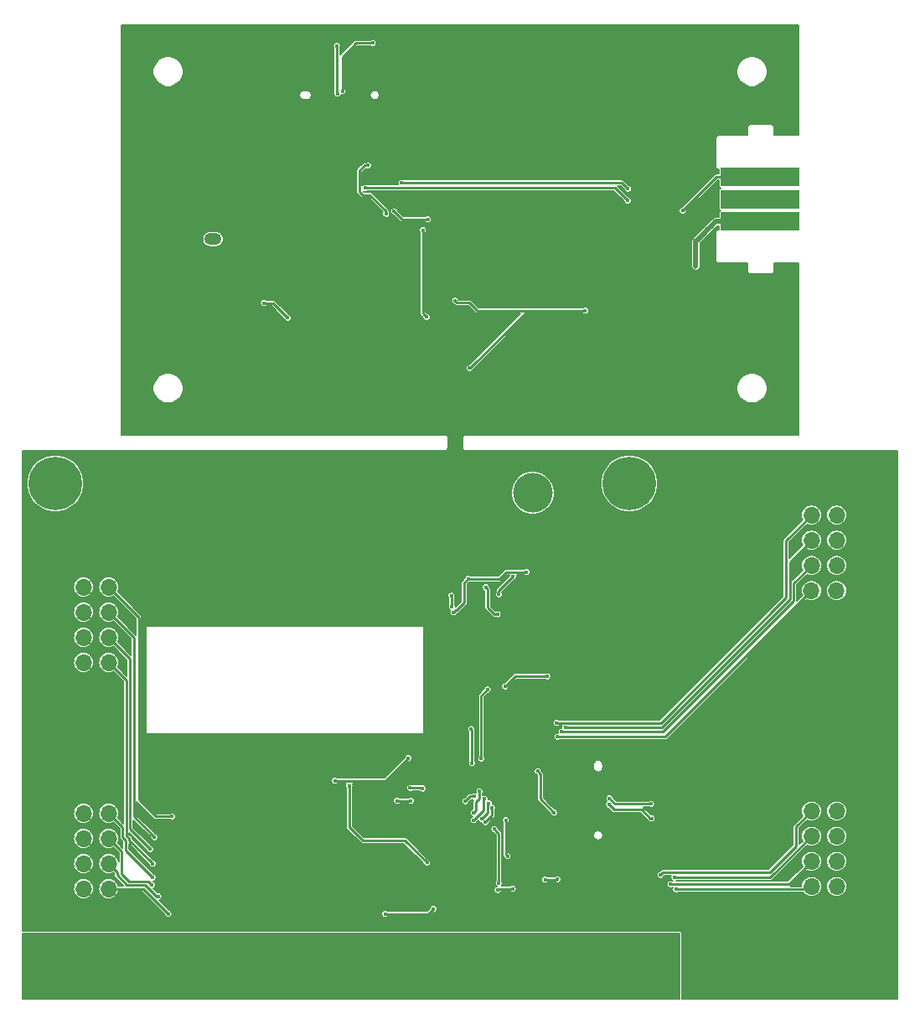
<source format=gbr>
G04 #@! TF.GenerationSoftware,KiCad,Pcbnew,5.1.4-e60b266~84~ubuntu18.04.1*
G04 #@! TF.CreationDate,2019-10-17T22:07:23-04:00*
G04 #@! TF.ProjectId,SmallKat v2,536d616c-6c4b-4617-9420-76322e6b6963,rev?*
G04 #@! TF.SameCoordinates,Original*
G04 #@! TF.FileFunction,Copper,L2,Bot*
G04 #@! TF.FilePolarity,Positive*
%FSLAX46Y46*%
G04 Gerber Fmt 4.6, Leading zero omitted, Abs format (unit mm)*
G04 Created by KiCad (PCBNEW 5.1.4-e60b266~84~ubuntu18.04.1) date 2019-10-17 22:07:23*
%MOMM*%
%LPD*%
G04 APERTURE LIST*
%ADD10R,8.000000X1.880000*%
%ADD11O,1.350000X0.950000*%
%ADD12O,1.700000X1.200000*%
%ADD13O,0.950000X1.350000*%
%ADD14O,1.200000X1.700000*%
%ADD15O,1.750000X1.200000*%
%ADD16C,0.100000*%
%ADD17C,1.200000*%
%ADD18O,1.700000X1.700000*%
%ADD19R,1.700000X1.700000*%
%ADD20C,4.000000*%
%ADD21R,4.000000X4.000000*%
%ADD22C,0.800000*%
%ADD23C,5.400000*%
%ADD24C,0.400000*%
%ADD25C,0.250000*%
%ADD26C,0.500000*%
%ADD27C,0.127000*%
G04 APERTURE END LIST*
D10*
X173795000Y-64040500D03*
X173795000Y-61785500D03*
X173795000Y-59530500D03*
D11*
X127568400Y-49911000D03*
X135118400Y-49911000D03*
D12*
X127243400Y-46841000D03*
X127243400Y-52981000D03*
X135443400Y-46841000D03*
X135443400Y-52981000D03*
D13*
X158750000Y-118780000D03*
X158750000Y-126330000D03*
D14*
X161820000Y-118455000D03*
X155680000Y-118455000D03*
X161820000Y-126655000D03*
X155680000Y-126655000D03*
D15*
X118491000Y-65804800D03*
D16*
G36*
X119140505Y-63206004D02*
G01*
X119164773Y-63209604D01*
X119188572Y-63215565D01*
X119211671Y-63223830D01*
X119233850Y-63234320D01*
X119254893Y-63246932D01*
X119274599Y-63261547D01*
X119292777Y-63278023D01*
X119309253Y-63296201D01*
X119323868Y-63315907D01*
X119336480Y-63336950D01*
X119346970Y-63359129D01*
X119355235Y-63382228D01*
X119361196Y-63406027D01*
X119364796Y-63430295D01*
X119366000Y-63454799D01*
X119366000Y-64154801D01*
X119364796Y-64179305D01*
X119361196Y-64203573D01*
X119355235Y-64227372D01*
X119346970Y-64250471D01*
X119336480Y-64272650D01*
X119323868Y-64293693D01*
X119309253Y-64313399D01*
X119292777Y-64331577D01*
X119274599Y-64348053D01*
X119254893Y-64362668D01*
X119233850Y-64375280D01*
X119211671Y-64385770D01*
X119188572Y-64394035D01*
X119164773Y-64399996D01*
X119140505Y-64403596D01*
X119116001Y-64404800D01*
X117865999Y-64404800D01*
X117841495Y-64403596D01*
X117817227Y-64399996D01*
X117793428Y-64394035D01*
X117770329Y-64385770D01*
X117748150Y-64375280D01*
X117727107Y-64362668D01*
X117707401Y-64348053D01*
X117689223Y-64331577D01*
X117672747Y-64313399D01*
X117658132Y-64293693D01*
X117645520Y-64272650D01*
X117635030Y-64250471D01*
X117626765Y-64227372D01*
X117620804Y-64203573D01*
X117617204Y-64179305D01*
X117616000Y-64154801D01*
X117616000Y-63454799D01*
X117617204Y-63430295D01*
X117620804Y-63406027D01*
X117626765Y-63382228D01*
X117635030Y-63359129D01*
X117645520Y-63336950D01*
X117658132Y-63315907D01*
X117672747Y-63296201D01*
X117689223Y-63278023D01*
X117707401Y-63261547D01*
X117727107Y-63246932D01*
X117748150Y-63234320D01*
X117770329Y-63223830D01*
X117793428Y-63215565D01*
X117817227Y-63209604D01*
X117841495Y-63206004D01*
X117865999Y-63204800D01*
X119116001Y-63204800D01*
X119140505Y-63206004D01*
X119140505Y-63206004D01*
G37*
D17*
X118491000Y-63804800D03*
D18*
X178980000Y-93695000D03*
X181520000Y-93695000D03*
D19*
X184060000Y-93695000D03*
D18*
X178980000Y-96235000D03*
X181520000Y-96235000D03*
D19*
X184060000Y-96235000D03*
D18*
X178980000Y-98780600D03*
X181520000Y-98780600D03*
D19*
X184060000Y-98780600D03*
D18*
X178968400Y-101320600D03*
X181508400Y-101320600D03*
D19*
X184048400Y-101320600D03*
D18*
X178980000Y-123595000D03*
X181520000Y-123595000D03*
D19*
X184060000Y-123595000D03*
D18*
X178980000Y-126135000D03*
X181520000Y-126135000D03*
D19*
X184060000Y-126135000D03*
D18*
X178980000Y-128675000D03*
X181520000Y-128675000D03*
D19*
X184060000Y-128675000D03*
D18*
X178980000Y-131215000D03*
X181520000Y-131215000D03*
D19*
X184060000Y-131215000D03*
D20*
X150794720Y-91450160D03*
D21*
X145794720Y-91450160D03*
D18*
X107950000Y-100965000D03*
X105410000Y-100965000D03*
D19*
X102870000Y-100965000D03*
D18*
X107950000Y-103505000D03*
X105410000Y-103505000D03*
D19*
X102870000Y-103505000D03*
D18*
X107950000Y-106045000D03*
X105410000Y-106045000D03*
D19*
X102870000Y-106045000D03*
D18*
X107950000Y-108585000D03*
X105410000Y-108585000D03*
D19*
X102870000Y-108585000D03*
D18*
X107950000Y-123825000D03*
X105410000Y-123825000D03*
D19*
X102870000Y-123825000D03*
D18*
X107950000Y-126365000D03*
X105410000Y-126365000D03*
D19*
X102870000Y-126365000D03*
D18*
X107950000Y-128905000D03*
X105410000Y-128905000D03*
D19*
X102870000Y-128905000D03*
D18*
X107950000Y-131445000D03*
X105410000Y-131445000D03*
D19*
X102870000Y-131445000D03*
D22*
X103991891Y-89063109D03*
X102560000Y-88470000D03*
X101128109Y-89063109D03*
X100535000Y-90495000D03*
X101128109Y-91926891D03*
X102560000Y-92520000D03*
X103991891Y-91926891D03*
X104585000Y-90495000D03*
D23*
X102560000Y-90495000D03*
D22*
X161991891Y-89063109D03*
X160560000Y-88470000D03*
X159128109Y-89063109D03*
X158535000Y-90495000D03*
X159128109Y-91926891D03*
X160560000Y-92520000D03*
X161991891Y-91926891D03*
X162585000Y-90495000D03*
D23*
X160560000Y-90495000D03*
D22*
X103991891Y-138063109D03*
X102560000Y-137470000D03*
X101128109Y-138063109D03*
X100535000Y-139495000D03*
X101128109Y-140926891D03*
X102560000Y-141520000D03*
X103991891Y-140926891D03*
X104585000Y-139495000D03*
D23*
X102560000Y-139495000D03*
D22*
X161991891Y-138063109D03*
X160560000Y-137470000D03*
X159128109Y-138063109D03*
X158535000Y-139495000D03*
X159128109Y-140926891D03*
X160560000Y-141520000D03*
X161991891Y-140926891D03*
X162585000Y-139495000D03*
D23*
X160560000Y-139495000D03*
D24*
X130175000Y-60960000D03*
X132207000Y-60960000D03*
X130175000Y-58928000D03*
X149860000Y-122491500D03*
X148844000Y-123571000D03*
X150876000Y-123507500D03*
X150876000Y-121539000D03*
X148844000Y-121539000D03*
X145669000Y-101981000D03*
X145034000Y-101981000D03*
X144399000Y-101981000D03*
X140271500Y-104013000D03*
X138747500Y-101346000D03*
X155067000Y-93726000D03*
X157480000Y-94615000D03*
X157480000Y-95250000D03*
X158115000Y-94615000D03*
X158115000Y-95250000D03*
X158750000Y-94615000D03*
X158750000Y-95250000D03*
X159385000Y-94615000D03*
X159385000Y-95250000D03*
X160020000Y-94615000D03*
X160020000Y-95250000D03*
X160020000Y-96520000D03*
X159385000Y-96520000D03*
X160020000Y-95885000D03*
X159385000Y-95885000D03*
X160020000Y-99060000D03*
X160020000Y-97790000D03*
X159385000Y-99060000D03*
X159385000Y-97790000D03*
X160020000Y-97155000D03*
X159385000Y-98425000D03*
X160020000Y-98425000D03*
X159385000Y-97155000D03*
X160020000Y-101600000D03*
X159385000Y-99695000D03*
X159385000Y-101600000D03*
X160020000Y-100330000D03*
X159385000Y-100965000D03*
X160020000Y-100965000D03*
X160020000Y-99695000D03*
X159385000Y-100330000D03*
X160020000Y-102235000D03*
X160020000Y-102870000D03*
X159385000Y-102235000D03*
X159385000Y-102870000D03*
X160020000Y-103505000D03*
X159385000Y-104140000D03*
X160020000Y-104140000D03*
X159385000Y-103505000D03*
X160020000Y-106045000D03*
X159385000Y-104775000D03*
X159385000Y-105410000D03*
X160020000Y-105410000D03*
X159385000Y-106680000D03*
X159385000Y-106045000D03*
X160020000Y-106680000D03*
X160020000Y-104775000D03*
X160020000Y-107315000D03*
X160655000Y-107696000D03*
X159385000Y-107315000D03*
X159385000Y-107950000D03*
X158750000Y-107315000D03*
X160020000Y-107950000D03*
X158750000Y-107950000D03*
X158750000Y-106045000D03*
X158750000Y-106680000D03*
X161290000Y-107696000D03*
X161925000Y-107696000D03*
X162560000Y-107696000D03*
X152654000Y-106426000D03*
X148082000Y-104648000D03*
X141732000Y-96393000D03*
X142240000Y-96393000D03*
X142748000Y-96393000D03*
X143256000Y-96393000D03*
X143764000Y-96393000D03*
X143256000Y-96901000D03*
X141732000Y-96901000D03*
X142240000Y-96901000D03*
X142748000Y-96901000D03*
X143764000Y-96901000D03*
X142240000Y-97409000D03*
X143764000Y-97409000D03*
X142748000Y-97409000D03*
X143256000Y-97409000D03*
X141732000Y-97409000D03*
X143764000Y-97917000D03*
X142240000Y-97917000D03*
X143256000Y-97917000D03*
X141732000Y-97917000D03*
X142748000Y-97917000D03*
X142240000Y-98425000D03*
X143764000Y-98425000D03*
X143256000Y-98425000D03*
X142748000Y-98425000D03*
X141732000Y-98425000D03*
X144399000Y-102489000D03*
X145034000Y-102489000D03*
X145669000Y-102489000D03*
X145034000Y-102997000D03*
X145669000Y-102997000D03*
X144399000Y-102997000D03*
X145669000Y-103505000D03*
X144399000Y-103505000D03*
X145034000Y-103505000D03*
X145669000Y-104013000D03*
X144399000Y-104013000D03*
X145034000Y-104013000D03*
X142621000Y-105410000D03*
X141859000Y-115824000D03*
X141732000Y-114173000D03*
X143138193Y-113931853D03*
X147129500Y-116967000D03*
X141097000Y-117538500D03*
X143002000Y-109664500D03*
X152701500Y-131778500D03*
X152701500Y-132350000D03*
X152701500Y-131211052D03*
X118427500Y-117475000D03*
X118872000Y-117475000D03*
X119316500Y-117475000D03*
X119761000Y-117475000D03*
X120205500Y-117475000D03*
X120650000Y-117475000D03*
X121094500Y-117475000D03*
X157607000Y-125285500D03*
X159893000Y-125349000D03*
X159766000Y-119824500D03*
X157610432Y-119770634D03*
X164846000Y-122047000D03*
X164846000Y-123571000D03*
X140398500Y-129413000D03*
X140906500Y-127952500D03*
X140208000Y-132842000D03*
X145153490Y-115697000D03*
X145153490Y-114692890D03*
X132207000Y-117475000D03*
X133096000Y-117475000D03*
X132651500Y-117475000D03*
X130429000Y-117475000D03*
X130873500Y-117475000D03*
X131762500Y-117475000D03*
X131318000Y-117475000D03*
X120015000Y-133477000D03*
X148463000Y-108331000D03*
X158559500Y-112966500D03*
X158051500Y-112966500D03*
X157543500Y-112966500D03*
X157035500Y-112966500D03*
X156527500Y-112966500D03*
X156019500Y-112966500D03*
X155560900Y-112790100D03*
X155211650Y-112440850D03*
X154862400Y-112091600D03*
X140335000Y-118173500D03*
X114490494Y-134810500D03*
X139382500Y-123507500D03*
X113474500Y-122110500D03*
X108458000Y-87249000D03*
X108458000Y-87693500D03*
X108458000Y-88138000D03*
X108458000Y-88582500D03*
X108458000Y-89027000D03*
X108458000Y-89471500D03*
X108458000Y-89916000D03*
X109029500Y-87693500D03*
X109029500Y-89471500D03*
X109029500Y-89027000D03*
X109029500Y-89916000D03*
X109029500Y-87249000D03*
X109029500Y-88582500D03*
X109029500Y-88138000D03*
X110109000Y-88138000D03*
X110109000Y-87249000D03*
X109537500Y-87693500D03*
X110109000Y-88582500D03*
X109537500Y-89471500D03*
X109537500Y-89027000D03*
X109537500Y-89916000D03*
X110109000Y-89027000D03*
X110109000Y-89916000D03*
X110109000Y-87693500D03*
X109537500Y-87249000D03*
X109537500Y-88582500D03*
X110109000Y-89471500D03*
X109537500Y-88138000D03*
X110617000Y-87693500D03*
X110617000Y-88582500D03*
X110617000Y-89916000D03*
X110617000Y-87249000D03*
X111188500Y-87693500D03*
X110617000Y-88138000D03*
X111188500Y-87249000D03*
X110617000Y-89471500D03*
X111188500Y-88582500D03*
X111188500Y-88138000D03*
X110617000Y-89027000D03*
X111188500Y-89027000D03*
X111696500Y-87693500D03*
X111696500Y-88138000D03*
X111696500Y-89027000D03*
X111696500Y-88582500D03*
X111696500Y-87249000D03*
X112141000Y-87249000D03*
X112141000Y-88138000D03*
X112141000Y-88582500D03*
X112141000Y-87693500D03*
X112141000Y-89027000D03*
X112649000Y-87249000D03*
X112649000Y-87693500D03*
X113157000Y-87693500D03*
X113157000Y-87249000D03*
X113665000Y-87693500D03*
X114173000Y-87249000D03*
X115633500Y-87249000D03*
X114173000Y-87693500D03*
X115125500Y-87693500D03*
X115633500Y-87693500D03*
X115125500Y-87249000D03*
X113665000Y-87249000D03*
X114617500Y-87249000D03*
X114617500Y-87693500D03*
X116141500Y-87249000D03*
X117602000Y-87693500D03*
X117094000Y-87249000D03*
X116141500Y-87693500D03*
X118110000Y-87249000D03*
X117602000Y-87249000D03*
X117094000Y-87693500D03*
X116649500Y-87249000D03*
X118110000Y-87693500D03*
X116649500Y-87693500D03*
X119126000Y-87693500D03*
X119126000Y-87249000D03*
X118618000Y-87693500D03*
X118618000Y-87249000D03*
X117983000Y-100647500D03*
X160528000Y-111887000D03*
X154224197Y-119778456D03*
X149018435Y-118840826D03*
X163068000Y-107696000D03*
X163703000Y-107696000D03*
X164236400Y-107696000D03*
X118491000Y-71297800D03*
X120700800Y-72237600D03*
X124180600Y-77444600D03*
X126111000Y-69672200D03*
X131064000Y-70307200D03*
X143357600Y-61468000D03*
X126441200Y-60883800D03*
X123357400Y-58836800D03*
X122885200Y-58851800D03*
X122428000Y-58851800D03*
X122936000Y-56007000D03*
X127000000Y-57175400D03*
X132207000Y-59055000D03*
X131191000Y-59944000D03*
X133248400Y-45059600D03*
X127863600Y-44958000D03*
X128600200Y-48717200D03*
X128594675Y-51230843D03*
X134035800Y-51206400D03*
X134086600Y-48793400D03*
X141325600Y-73355200D03*
X141020800Y-74726800D03*
X141605000Y-77673200D03*
X139014200Y-81076800D03*
X139903200Y-82423000D03*
X163245800Y-75946000D03*
X147912659Y-72572990D03*
X167970200Y-56489600D03*
X167970200Y-56972200D03*
X167970200Y-57480200D03*
X167970200Y-58013600D03*
X168267850Y-58503350D03*
X168686950Y-58922450D03*
X160985200Y-56972200D03*
X160451800Y-56972200D03*
X159969200Y-56972200D03*
X159486600Y-56972200D03*
X159004000Y-56972200D03*
X158546800Y-56972200D03*
X148844000Y-56972200D03*
X147904200Y-56972200D03*
X148386800Y-56972200D03*
X147421600Y-56972200D03*
X146939000Y-56972200D03*
X124993400Y-67005200D03*
X125476000Y-67005200D03*
X125958600Y-67005200D03*
X126542800Y-67005200D03*
X142811500Y-103505000D03*
X150177500Y-99441000D03*
X144272000Y-100139500D03*
X148018500Y-110998000D03*
X152273000Y-109982000D03*
X168826650Y-64508850D03*
X168471050Y-64864450D03*
X168140850Y-65194650D03*
X167810650Y-65524850D03*
X167480450Y-65855050D03*
X167284400Y-66421000D03*
X167284400Y-66929000D03*
X167284400Y-67462400D03*
X167284400Y-67945000D03*
X167284400Y-68427600D03*
X106680000Y-140335000D03*
X106680000Y-140970000D03*
X106680000Y-141605000D03*
X106680000Y-142240000D03*
X107315000Y-140335000D03*
X107315000Y-140970000D03*
X107315000Y-142240000D03*
X107315000Y-141605000D03*
X107950000Y-141605000D03*
X107950000Y-140970000D03*
X107950000Y-142240000D03*
X107950000Y-140335000D03*
X108585000Y-142240000D03*
X108585000Y-140970000D03*
X108585000Y-140335000D03*
X108585000Y-141605000D03*
X109220000Y-140335000D03*
X109220000Y-141605000D03*
X109220000Y-140970000D03*
X109220000Y-142240000D03*
X111125000Y-142240000D03*
X111760000Y-140335000D03*
X111125000Y-140970000D03*
X110490000Y-141605000D03*
X109855000Y-140335000D03*
X110490000Y-140970000D03*
X112395000Y-140335000D03*
X111125000Y-140335000D03*
X112395000Y-141605000D03*
X112395000Y-140970000D03*
X111125000Y-141605000D03*
X111760000Y-141605000D03*
X109855000Y-140970000D03*
X112395000Y-142240000D03*
X109855000Y-142240000D03*
X109855000Y-141605000D03*
X111760000Y-140970000D03*
X110490000Y-142240000D03*
X110490000Y-140335000D03*
X111760000Y-142240000D03*
X114300000Y-141605000D03*
X114935000Y-142240000D03*
X113030000Y-141605000D03*
X113665000Y-141605000D03*
X114935000Y-141605000D03*
X114300000Y-140970000D03*
X113665000Y-140335000D03*
X115570000Y-141605000D03*
X113030000Y-140335000D03*
X115570000Y-140335000D03*
X114300000Y-142240000D03*
X114300000Y-140335000D03*
X115570000Y-142240000D03*
X113665000Y-140970000D03*
X113665000Y-142240000D03*
X113030000Y-142240000D03*
X114935000Y-140335000D03*
X115570000Y-140970000D03*
X114935000Y-140970000D03*
X113030000Y-140970000D03*
X116205000Y-142240000D03*
X118110000Y-142240000D03*
X117475000Y-140970000D03*
X116205000Y-140970000D03*
X118110000Y-141605000D03*
X118745000Y-142240000D03*
X117475000Y-140335000D03*
X117475000Y-142240000D03*
X118110000Y-140970000D03*
X118745000Y-141605000D03*
X117475000Y-141605000D03*
X116840000Y-142240000D03*
X116205000Y-140335000D03*
X116840000Y-140970000D03*
X116840000Y-140335000D03*
X116840000Y-141605000D03*
X118745000Y-140335000D03*
X118110000Y-140335000D03*
X116205000Y-141605000D03*
X118745000Y-140970000D03*
X120015000Y-140970000D03*
X119380000Y-140970000D03*
X121285000Y-142240000D03*
X121920000Y-140335000D03*
X120015000Y-141605000D03*
X121920000Y-141605000D03*
X120650000Y-140335000D03*
X120015000Y-140335000D03*
X119380000Y-140335000D03*
X121920000Y-140970000D03*
X121285000Y-140970000D03*
X120650000Y-141605000D03*
X121920000Y-142240000D03*
X120650000Y-142240000D03*
X121285000Y-141605000D03*
X119380000Y-142240000D03*
X119380000Y-141605000D03*
X120015000Y-142240000D03*
X120650000Y-140970000D03*
X121285000Y-140335000D03*
X122555000Y-140970000D03*
X125095000Y-140970000D03*
X123825000Y-141605000D03*
X123825000Y-140970000D03*
X123190000Y-141605000D03*
X124460000Y-140335000D03*
X124460000Y-141605000D03*
X122555000Y-141605000D03*
X123190000Y-140970000D03*
X123825000Y-140335000D03*
X123825000Y-142240000D03*
X125095000Y-141605000D03*
X123190000Y-140335000D03*
X122555000Y-142240000D03*
X124460000Y-142240000D03*
X125095000Y-142240000D03*
X124460000Y-140970000D03*
X123190000Y-142240000D03*
X122555000Y-140335000D03*
X125095000Y-140335000D03*
X127635000Y-142240000D03*
X127635000Y-140335000D03*
X125730000Y-141605000D03*
X125730000Y-140335000D03*
X127635000Y-140970000D03*
X126365000Y-142240000D03*
X125730000Y-142240000D03*
X127000000Y-140335000D03*
X125730000Y-140970000D03*
X128270000Y-140335000D03*
X126365000Y-140970000D03*
X128270000Y-140970000D03*
X127000000Y-141605000D03*
X127000000Y-142240000D03*
X126365000Y-140335000D03*
X126365000Y-141605000D03*
X128270000Y-141605000D03*
X127000000Y-140970000D03*
X127635000Y-141605000D03*
X128270000Y-142240000D03*
X130810000Y-140970000D03*
X130810000Y-141605000D03*
X130175000Y-140970000D03*
X128905000Y-140335000D03*
X130175000Y-140335000D03*
X129540000Y-142240000D03*
X129540000Y-140970000D03*
X128905000Y-142240000D03*
X131445000Y-140970000D03*
X129540000Y-141605000D03*
X131445000Y-140335000D03*
X131445000Y-142240000D03*
X128905000Y-141605000D03*
X128905000Y-140970000D03*
X130175000Y-142240000D03*
X130810000Y-142240000D03*
X131445000Y-141605000D03*
X130810000Y-140335000D03*
X130175000Y-141605000D03*
X129540000Y-140335000D03*
X132715000Y-140335000D03*
X132080000Y-140335000D03*
X132080000Y-140970000D03*
X133985000Y-141605000D03*
X133350000Y-140335000D03*
X133985000Y-142240000D03*
X133350000Y-141605000D03*
X133350000Y-142240000D03*
X134620000Y-140335000D03*
X132080000Y-142240000D03*
X132715000Y-140970000D03*
X134620000Y-141605000D03*
X134620000Y-142240000D03*
X132080000Y-141605000D03*
X133985000Y-140970000D03*
X134620000Y-140970000D03*
X133350000Y-140970000D03*
X133985000Y-140335000D03*
X132715000Y-142240000D03*
X132715000Y-141605000D03*
X135890000Y-140970000D03*
X135890000Y-140335000D03*
X137160000Y-140335000D03*
X137795000Y-140335000D03*
X136525000Y-141605000D03*
X136525000Y-140335000D03*
X136525000Y-140970000D03*
X137160000Y-142240000D03*
X135255000Y-140970000D03*
X135255000Y-140335000D03*
X137795000Y-141605000D03*
X135890000Y-141605000D03*
X135890000Y-142240000D03*
X137795000Y-140970000D03*
X135255000Y-141605000D03*
X137160000Y-140970000D03*
X137795000Y-142240000D03*
X136525000Y-142240000D03*
X137160000Y-141605000D03*
X135255000Y-142240000D03*
X140970000Y-141605000D03*
X140335000Y-141605000D03*
X138430000Y-142240000D03*
X140970000Y-142240000D03*
X139700000Y-140335000D03*
X140970000Y-140335000D03*
X138430000Y-141605000D03*
X140335000Y-140970000D03*
X139065000Y-140970000D03*
X139065000Y-142240000D03*
X139065000Y-141605000D03*
X139065000Y-140335000D03*
X139700000Y-141605000D03*
X140335000Y-140335000D03*
X138430000Y-140970000D03*
X139700000Y-142240000D03*
X138430000Y-140335000D03*
X139700000Y-140970000D03*
X140970000Y-140970000D03*
X140335000Y-142240000D03*
X142875000Y-140970000D03*
X144145000Y-140970000D03*
X143510000Y-142240000D03*
X144145000Y-140335000D03*
X141605000Y-141605000D03*
X141605000Y-140970000D03*
X143510000Y-140970000D03*
X143510000Y-140335000D03*
X142240000Y-140970000D03*
X142240000Y-141605000D03*
X144145000Y-142240000D03*
X142875000Y-140335000D03*
X142875000Y-142240000D03*
X141605000Y-142240000D03*
X144145000Y-141605000D03*
X142240000Y-140335000D03*
X142875000Y-141605000D03*
X143510000Y-141605000D03*
X141605000Y-140335000D03*
X142240000Y-142240000D03*
X146050000Y-140335000D03*
X145415000Y-141605000D03*
X146685000Y-140970000D03*
X147320000Y-140970000D03*
X147320000Y-141605000D03*
X146685000Y-141605000D03*
X145415000Y-142240000D03*
X147320000Y-142240000D03*
X145415000Y-140970000D03*
X144780000Y-141605000D03*
X144780000Y-140970000D03*
X147320000Y-140335000D03*
X146050000Y-140970000D03*
X145415000Y-140335000D03*
X146050000Y-141605000D03*
X146685000Y-140335000D03*
X146685000Y-142240000D03*
X146050000Y-142240000D03*
X144780000Y-142240000D03*
X144780000Y-140335000D03*
X148590000Y-142240000D03*
X147955000Y-140335000D03*
X149225000Y-142240000D03*
X147955000Y-142240000D03*
X147955000Y-140970000D03*
X148590000Y-140335000D03*
X149225000Y-141605000D03*
X149225000Y-140335000D03*
X150495000Y-140970000D03*
X150495000Y-140335000D03*
X149225000Y-140970000D03*
X148590000Y-140970000D03*
X148590000Y-141605000D03*
X149860000Y-140970000D03*
X150495000Y-141605000D03*
X149860000Y-142240000D03*
X149860000Y-141605000D03*
X149860000Y-140335000D03*
X147955000Y-141605000D03*
X150495000Y-142240000D03*
X151765000Y-142240000D03*
X151130000Y-141605000D03*
X153035000Y-140970000D03*
X153670000Y-141605000D03*
X153035000Y-141605000D03*
X153670000Y-140335000D03*
X153670000Y-142240000D03*
X152400000Y-140335000D03*
X151765000Y-140335000D03*
X152400000Y-141605000D03*
X151130000Y-142240000D03*
X151130000Y-140335000D03*
X152400000Y-142240000D03*
X153670000Y-140970000D03*
X151130000Y-140970000D03*
X151765000Y-140970000D03*
X151765000Y-141605000D03*
X153035000Y-142240000D03*
X152400000Y-140970000D03*
X153035000Y-140335000D03*
X154940000Y-141605000D03*
X154305000Y-140335000D03*
X154940000Y-142240000D03*
X156210000Y-142240000D03*
X155575000Y-140970000D03*
X156210000Y-140970000D03*
X156845000Y-141605000D03*
X156210000Y-141605000D03*
X154940000Y-140970000D03*
X156210000Y-140335000D03*
X154305000Y-141605000D03*
X156845000Y-140335000D03*
X156845000Y-142240000D03*
X154305000Y-140970000D03*
X154940000Y-140335000D03*
X155575000Y-140335000D03*
X155575000Y-142240000D03*
X156845000Y-140970000D03*
X155575000Y-141605000D03*
X154305000Y-142240000D03*
X147370800Y-101701600D03*
X148818600Y-99893010D03*
X147269200Y-103708200D03*
X146050000Y-100965000D03*
X142591632Y-101819868D03*
X142621000Y-102933500D03*
X152051500Y-130523502D03*
X153289000Y-130492502D03*
X152971500Y-123761500D03*
X151320500Y-119570494D03*
X123647200Y-72263000D03*
X126034800Y-73761600D03*
X148780500Y-131445000D03*
X147256500Y-131572000D03*
X140779500Y-133477000D03*
X135890000Y-133985000D03*
X140112750Y-128809750D03*
X132270500Y-121031000D03*
X144424400Y-78841600D03*
X156108400Y-73025000D03*
X142951200Y-72034400D03*
X140081000Y-73685400D03*
X139700000Y-64897000D03*
X158559500Y-122301000D03*
X162750500Y-122872500D03*
X131013200Y-46278800D03*
X131064000Y-51104800D03*
X113982500Y-133985000D03*
X112966500Y-132207000D03*
X112331500Y-131064000D03*
X112395000Y-130302000D03*
X112395000Y-128905000D03*
X112141002Y-127444500D03*
X112585500Y-126238000D03*
X114363500Y-124142500D03*
X165290500Y-131508500D03*
X164719000Y-131000500D03*
X165100000Y-130302000D03*
X163703000Y-130048000D03*
X153289000Y-116078000D03*
X146027666Y-124720937D03*
X146688521Y-123253332D03*
X146367500Y-122809000D03*
X145623402Y-124382837D03*
X153733500Y-115585012D03*
X144843500Y-124523500D03*
X145923000Y-122364500D03*
X154114924Y-115133010D03*
X144843500Y-123761500D03*
X145415000Y-121602500D03*
X153225500Y-114681000D03*
X158496000Y-122936000D03*
X162814000Y-124333000D03*
X131572000Y-50850800D03*
X134620000Y-45999400D03*
X148261545Y-128150510D03*
X148084120Y-124521380D03*
X147383500Y-130873500D03*
X146922614Y-125425527D03*
X136804400Y-63017400D03*
X140208000Y-63804800D03*
X135991600Y-63271400D03*
X134162800Y-58369200D03*
X130810000Y-120523000D03*
X138239500Y-118237000D03*
X144653000Y-118745000D03*
X144589500Y-115316000D03*
X145605500Y-118300500D03*
X146240500Y-111315500D03*
X138414988Y-121251130D03*
X139674125Y-121315115D03*
X165963600Y-62941200D03*
X137541000Y-60121800D03*
X160426400Y-60731400D03*
X137096500Y-122555000D03*
X138493500Y-122555000D03*
X143990392Y-122599355D03*
X144896533Y-122120967D03*
X133858000Y-60629800D03*
X160401000Y-61925200D03*
D25*
X149018435Y-118824565D02*
X149018435Y-118840826D01*
X149161500Y-118681500D02*
X149018435Y-118824565D01*
X142811500Y-103505000D02*
X143011499Y-103305001D01*
X143891000Y-102552500D02*
X143891000Y-100520500D01*
X148145500Y-99441000D02*
X150177500Y-99441000D01*
X147447000Y-100139500D02*
X148145500Y-99441000D01*
X143138499Y-103305001D02*
X143891000Y-102552500D01*
X143891000Y-100520500D02*
X144272000Y-100139500D01*
X143011499Y-103305001D02*
X143138499Y-103305001D01*
X144272000Y-100139500D02*
X147447000Y-100139500D01*
X148018500Y-110998000D02*
X149034500Y-109982000D01*
X149034500Y-109982000D02*
X152273000Y-109982000D01*
D26*
X169295000Y-64040500D02*
X168826650Y-64508850D01*
X173795000Y-64040500D02*
X169295000Y-64040500D01*
X167284400Y-66051100D02*
X167284400Y-66421000D01*
X168826650Y-64508850D02*
X168471050Y-64864450D01*
X168471050Y-64864450D02*
X168140850Y-65194650D01*
X168140850Y-65194650D02*
X167810650Y-65524850D01*
X167810650Y-65524850D02*
X167480450Y-65855050D01*
X167480450Y-65855050D02*
X167284400Y-66051100D01*
X167284400Y-66421000D02*
X167284400Y-66929000D01*
X167284400Y-66929000D02*
X167284400Y-67462400D01*
X167284400Y-67462400D02*
X167284400Y-67945000D01*
X167284400Y-67945000D02*
X167284400Y-68427600D01*
X167284400Y-68427600D02*
X167284400Y-68554600D01*
D25*
X147370800Y-101340810D02*
X148618601Y-100093009D01*
X147370800Y-101701600D02*
X147370800Y-101340810D01*
X148618601Y-100093009D02*
X148818600Y-99893010D01*
X146249999Y-101164999D02*
X146249999Y-103069999D01*
X146050000Y-100965000D02*
X146249999Y-101164999D01*
X146888200Y-103708200D02*
X147269200Y-103708200D01*
X146249999Y-103069999D02*
X146888200Y-103708200D01*
X142621000Y-101849236D02*
X142591632Y-101819868D01*
X142621000Y-102933500D02*
X142621000Y-101849236D01*
X153258000Y-130523502D02*
X153289000Y-130492502D01*
X152051500Y-130523502D02*
X153258000Y-130523502D01*
X151574500Y-119824494D02*
X151520499Y-119770493D01*
X151520499Y-119770493D02*
X151320500Y-119570494D01*
X152971500Y-123761500D02*
X151574500Y-122364500D01*
X151574500Y-122364500D02*
X151574500Y-119824494D01*
X125834801Y-73561601D02*
X126034800Y-73761600D01*
X124536200Y-72263000D02*
X125834801Y-73561601D01*
X123647200Y-72263000D02*
X124536200Y-72263000D01*
X148780500Y-131445000D02*
X147383500Y-131445000D01*
X147383500Y-131445000D02*
X147256500Y-131572000D01*
X140779500Y-133477000D02*
X140271500Y-133985000D01*
X140271500Y-133985000D02*
X135890000Y-133985000D01*
X132270500Y-125222000D02*
X132270500Y-121031000D01*
X133604000Y-126555500D02*
X132270500Y-125222000D01*
X140112750Y-128809750D02*
X137858500Y-126555500D01*
X137858500Y-126555500D02*
X133604000Y-126555500D01*
X155549600Y-73025000D02*
X156108400Y-73025000D01*
X145110200Y-72945358D02*
X145110200Y-72948800D01*
X143151199Y-72234399D02*
X144399241Y-72234399D01*
X145110200Y-72948800D02*
X145186400Y-73025000D01*
X145186400Y-73025000D02*
X155549600Y-73025000D01*
X142951200Y-72034400D02*
X143151199Y-72234399D01*
X144399241Y-72234399D02*
X145110200Y-72945358D01*
X150291800Y-73025000D02*
X150723600Y-73025000D01*
X144424400Y-78841600D02*
X144475200Y-78841600D01*
X144475200Y-78841600D02*
X150291800Y-73025000D01*
X140081000Y-73685400D02*
X139700000Y-73304400D01*
X139700000Y-73304400D02*
X139700000Y-64897000D01*
X158559500Y-122301000D02*
X159131000Y-122872500D01*
X159131000Y-122872500D02*
X162750500Y-122872500D01*
X131013200Y-46278800D02*
X131013200Y-51054000D01*
X131013200Y-51054000D02*
X131064000Y-51104800D01*
X107950000Y-131445000D02*
X111442500Y-131445000D01*
X111442500Y-131445000D02*
X113982500Y-133985000D01*
X108799999Y-129754999D02*
X108799999Y-130072499D01*
X107950000Y-128905000D02*
X108799999Y-129754999D01*
X108799999Y-130072499D02*
X109791500Y-131064000D01*
X109791500Y-131064000D02*
X111633000Y-131064000D01*
X111633000Y-131064000D02*
X112776000Y-132207000D01*
X112776000Y-132207000D02*
X112966500Y-132207000D01*
X107950000Y-126365000D02*
X109283500Y-127698500D01*
X109283500Y-127698500D02*
X109283500Y-129921000D01*
X109283500Y-129921000D02*
X110045500Y-130683000D01*
X110045500Y-130683000D02*
X111950500Y-130683000D01*
X111950500Y-130683000D02*
X112331500Y-131064000D01*
X109354979Y-126232827D02*
X109672478Y-126550326D01*
X109672478Y-127579478D02*
X112195001Y-130102001D01*
X109672478Y-126550326D02*
X109672478Y-127579478D01*
X109354978Y-125229978D02*
X109354979Y-126232827D01*
X107950000Y-123825000D02*
X109354978Y-125229978D01*
X112195001Y-130102001D02*
X112395000Y-130302000D01*
X107950000Y-108585000D02*
X109731989Y-110366989D01*
X109731989Y-110366989D02*
X109731989Y-126076663D01*
X109731989Y-126076663D02*
X110049489Y-126394163D01*
X110049489Y-126559489D02*
X112195001Y-128705001D01*
X110049489Y-126394163D02*
X110049489Y-126559489D01*
X112195001Y-128705001D02*
X112395000Y-128905000D01*
X110109000Y-125412498D02*
X111941003Y-127244501D01*
X111941003Y-127244501D02*
X112141002Y-127444500D01*
X110109000Y-108204000D02*
X110109000Y-125412498D01*
X107950000Y-106045000D02*
X110109000Y-108204000D01*
X110490000Y-124142500D02*
X112385501Y-126038001D01*
X110490000Y-106045000D02*
X110490000Y-124142500D01*
X112385501Y-126038001D02*
X112585500Y-126238000D01*
X107950000Y-103505000D02*
X110490000Y-106045000D01*
X107950000Y-100965000D02*
X110998000Y-104013000D01*
X112712500Y-124142500D02*
X114363500Y-124142500D01*
X110998000Y-122428000D02*
X112712500Y-124142500D01*
X110998000Y-104013000D02*
X110998000Y-122428000D01*
X178686500Y-131508500D02*
X178980000Y-131215000D01*
X165290500Y-131508500D02*
X178686500Y-131508500D01*
X176718000Y-130937000D02*
X178980000Y-128675000D01*
X165065342Y-130937000D02*
X176718000Y-130937000D01*
X164719000Y-131000500D02*
X165001842Y-131000500D01*
X165001842Y-131000500D02*
X165065342Y-130937000D01*
X174813000Y-130302000D02*
X178980000Y-126135000D01*
X165100000Y-130302000D02*
X174813000Y-130302000D01*
X177419000Y-125156000D02*
X178980000Y-123595000D01*
X174752000Y-129794000D02*
X177419000Y-127127000D01*
X163703000Y-130048000D02*
X163957000Y-129794000D01*
X177419000Y-127127000D02*
X177419000Y-125156000D01*
X163957000Y-129794000D02*
X174752000Y-129794000D01*
X153289000Y-116078000D02*
X164211000Y-116078000D01*
X164211000Y-116078000D02*
X178118401Y-102170599D01*
X178118401Y-102170599D02*
X178968400Y-101320600D01*
X146027666Y-124720937D02*
X146688521Y-124060082D01*
X146688521Y-123536174D02*
X146688521Y-123253332D01*
X146688521Y-124060082D02*
X146688521Y-123536174D01*
X145823401Y-124182838D02*
X145623402Y-124382837D01*
X146236511Y-123769728D02*
X145823401Y-124182838D01*
X146367500Y-122809000D02*
X146236511Y-122939989D01*
X146236511Y-122939989D02*
X146236511Y-123769728D01*
X177157021Y-102356827D02*
X163928836Y-115585012D01*
X163928836Y-115585012D02*
X154016342Y-115585012D01*
X154016342Y-115585012D02*
X153733500Y-115585012D01*
X178980000Y-98780600D02*
X177157022Y-100603578D01*
X177157022Y-100603578D02*
X177157021Y-102356827D01*
X144843500Y-124523500D02*
X145859500Y-123507500D01*
X145859500Y-122428000D02*
X145923000Y-122364500D01*
X145859500Y-123507500D02*
X145859500Y-122428000D01*
X163847664Y-115133010D02*
X154397766Y-115133010D01*
X154397766Y-115133010D02*
X154114924Y-115133010D01*
X176780011Y-98434989D02*
X176780011Y-102200663D01*
X176780011Y-102200663D02*
X163847664Y-115133010D01*
X178980000Y-96235000D02*
X176780011Y-98434989D01*
X145043499Y-123561501D02*
X145043499Y-122672501D01*
X144843500Y-123761500D02*
X145043499Y-123561501D01*
X145043499Y-122672501D02*
X145415000Y-122301000D01*
X145415000Y-122301000D02*
X145415000Y-121602500D01*
X153225500Y-114681000D02*
X163766500Y-114681000D01*
X163766500Y-114681000D02*
X176403000Y-102044500D01*
X176403000Y-96272000D02*
X178980000Y-93695000D01*
X176403000Y-102044500D02*
X176403000Y-96272000D01*
X162687000Y-124333000D02*
X162814000Y-124333000D01*
X161798000Y-123444000D02*
X162687000Y-124333000D01*
X158496000Y-122936000D02*
X159004000Y-123444000D01*
X159004000Y-123444000D02*
X161798000Y-123444000D01*
X131572000Y-50850800D02*
X131572000Y-47371000D01*
X131572000Y-47371000D02*
X132943600Y-45999400D01*
X132943600Y-45999400D02*
X134620000Y-45999400D01*
X148084120Y-127973085D02*
X148084120Y-124521380D01*
X148261545Y-128150510D02*
X148084120Y-127973085D01*
X147383500Y-125886413D02*
X147122613Y-125625526D01*
X147122613Y-125625526D02*
X146922614Y-125425527D01*
X147383500Y-130873500D02*
X147383500Y-125886413D01*
X137591800Y-63804800D02*
X139925158Y-63804800D01*
X136804400Y-63017400D02*
X137591800Y-63804800D01*
X139925158Y-63804800D02*
X140208000Y-63804800D01*
X133832600Y-58369200D02*
X134162800Y-58369200D01*
X134344042Y-61341000D02*
X133604000Y-61341000D01*
X133273800Y-61010800D02*
X133273800Y-58928000D01*
X135991600Y-63271400D02*
X135991600Y-62988558D01*
X133604000Y-61341000D02*
X133273800Y-61010800D01*
X135991600Y-62988558D02*
X134344042Y-61341000D01*
X133273800Y-58928000D02*
X133832600Y-58369200D01*
X130810000Y-120523000D02*
X135953500Y-120523000D01*
X135953500Y-120523000D02*
X138039501Y-118436999D01*
X138039501Y-118436999D02*
X138239500Y-118237000D01*
X144653000Y-118745000D02*
X144653000Y-115379500D01*
X144653000Y-115379500D02*
X144589500Y-115316000D01*
X145605500Y-111950500D02*
X146240500Y-111315500D01*
X145605500Y-118300500D02*
X145605500Y-111950500D01*
X139610140Y-121251130D02*
X139674125Y-121315115D01*
X138414988Y-121251130D02*
X139610140Y-121251130D01*
X169374300Y-59530500D02*
X173795000Y-59530500D01*
X165963600Y-62941200D02*
X169374300Y-59530500D01*
X137541000Y-60121800D02*
X159816800Y-60121800D01*
X159816800Y-60121800D02*
X160426400Y-60731400D01*
X137096500Y-122555000D02*
X138493500Y-122555000D01*
X143990392Y-122599355D02*
X144468780Y-122120967D01*
X144613691Y-122120967D02*
X144896533Y-122120967D01*
X144468780Y-122120967D02*
X144613691Y-122120967D01*
X133858000Y-60629800D02*
X134140842Y-60629800D01*
X134140842Y-60629800D02*
X136220200Y-60629800D01*
X136220200Y-60629800D02*
X159105600Y-60629800D01*
X159105600Y-60629800D02*
X160401000Y-61925200D01*
D27*
G36*
X177687073Y-55309700D02*
G01*
X175169900Y-55309700D01*
X175169900Y-54496037D01*
X175171184Y-54483000D01*
X175166058Y-54430953D01*
X175150876Y-54380906D01*
X175126223Y-54334783D01*
X175093045Y-54294355D01*
X175052617Y-54261177D01*
X175006494Y-54236524D01*
X174956447Y-54221342D01*
X174917437Y-54217500D01*
X174904400Y-54216216D01*
X174891363Y-54217500D01*
X172809237Y-54217500D01*
X172796200Y-54216216D01*
X172783163Y-54217500D01*
X172744153Y-54221342D01*
X172694106Y-54236524D01*
X172647983Y-54261177D01*
X172607555Y-54294355D01*
X172574377Y-54334783D01*
X172549724Y-54380906D01*
X172534542Y-54430953D01*
X172529416Y-54483000D01*
X172530700Y-54496037D01*
X172530701Y-55309700D01*
X169558037Y-55309700D01*
X169545000Y-55308416D01*
X169531963Y-55309700D01*
X169492953Y-55313542D01*
X169442906Y-55328724D01*
X169396783Y-55353377D01*
X169356355Y-55386555D01*
X169323177Y-55426983D01*
X169298524Y-55473106D01*
X169283342Y-55523153D01*
X169278216Y-55575200D01*
X169279500Y-55588236D01*
X169279501Y-58483153D01*
X169278216Y-58496200D01*
X169283342Y-58548247D01*
X169298524Y-58598294D01*
X169323177Y-58644417D01*
X169356355Y-58684845D01*
X169396783Y-58718023D01*
X169442906Y-58742676D01*
X169492953Y-58757858D01*
X169531963Y-58761700D01*
X169545000Y-58762984D01*
X169558037Y-58761700D01*
X169603579Y-58761700D01*
X169603579Y-59215000D01*
X169389782Y-59215000D01*
X169374299Y-59213475D01*
X169358817Y-59215000D01*
X169358807Y-59215000D01*
X169312451Y-59219566D01*
X169252979Y-59237606D01*
X169198170Y-59266903D01*
X169162162Y-59296453D01*
X169162157Y-59296458D01*
X169150129Y-59306329D01*
X169140258Y-59318357D01*
X165903641Y-62554976D01*
X165849695Y-62565707D01*
X165778629Y-62595144D01*
X165714671Y-62637879D01*
X165660279Y-62692271D01*
X165617544Y-62756229D01*
X165588107Y-62827295D01*
X165573100Y-62902739D01*
X165573100Y-62979661D01*
X165588107Y-63055105D01*
X165617544Y-63126171D01*
X165660279Y-63190129D01*
X165714671Y-63244521D01*
X165778629Y-63287256D01*
X165849695Y-63316693D01*
X165925139Y-63331700D01*
X166002061Y-63331700D01*
X166077505Y-63316693D01*
X166148571Y-63287256D01*
X166212529Y-63244521D01*
X166266921Y-63190129D01*
X166309656Y-63126171D01*
X166339093Y-63055105D01*
X166349824Y-63001159D01*
X169504985Y-59846000D01*
X169603579Y-59846000D01*
X169603579Y-60470500D01*
X169607257Y-60507844D01*
X169618150Y-60543754D01*
X169635839Y-60576848D01*
X169659645Y-60605855D01*
X169688652Y-60629661D01*
X169721746Y-60647350D01*
X169756855Y-60658000D01*
X169721746Y-60668650D01*
X169688652Y-60686339D01*
X169659645Y-60710145D01*
X169635839Y-60739152D01*
X169618150Y-60772246D01*
X169607257Y-60808156D01*
X169603579Y-60845500D01*
X169603579Y-62725500D01*
X169607257Y-62762844D01*
X169618150Y-62798754D01*
X169635839Y-62831848D01*
X169659645Y-62860855D01*
X169688652Y-62884661D01*
X169721746Y-62902350D01*
X169756855Y-62913000D01*
X169721746Y-62923650D01*
X169688652Y-62941339D01*
X169659645Y-62965145D01*
X169635839Y-62994152D01*
X169618150Y-63027246D01*
X169607257Y-63063156D01*
X169603579Y-63100500D01*
X169603579Y-63600000D01*
X169316629Y-63600000D01*
X169295000Y-63597870D01*
X169273371Y-63600000D01*
X169273364Y-63600000D01*
X169208647Y-63606374D01*
X169125612Y-63631562D01*
X169049087Y-63672466D01*
X169026632Y-63690895D01*
X168982013Y-63727513D01*
X168968222Y-63744317D01*
X168530473Y-64182067D01*
X168530468Y-64182071D01*
X168174873Y-64537667D01*
X168174868Y-64537671D01*
X167844673Y-64867867D01*
X167844668Y-64867871D01*
X167514473Y-65198067D01*
X167514468Y-65198071D01*
X167184269Y-65528271D01*
X166988222Y-65724318D01*
X166971413Y-65738113D01*
X166916366Y-65805188D01*
X166875462Y-65881713D01*
X166850274Y-65964748D01*
X166843900Y-66029465D01*
X166843900Y-66029471D01*
X166841770Y-66051100D01*
X166843900Y-66072729D01*
X166843900Y-66399365D01*
X166843901Y-66907356D01*
X166843900Y-66907365D01*
X166843901Y-67440756D01*
X166843900Y-67440765D01*
X166843901Y-67923356D01*
X166843900Y-67923365D01*
X166843901Y-68405956D01*
X166843900Y-68405965D01*
X166843900Y-68576236D01*
X166850274Y-68640953D01*
X166875462Y-68723988D01*
X166916366Y-68800513D01*
X166971413Y-68867587D01*
X167038488Y-68922634D01*
X167115013Y-68963538D01*
X167198048Y-68988726D01*
X167284400Y-68997231D01*
X167370753Y-68988726D01*
X167453788Y-68963538D01*
X167530313Y-68922634D01*
X167597387Y-68867587D01*
X167652434Y-68800513D01*
X167693338Y-68723988D01*
X167718526Y-68640952D01*
X167724900Y-68576235D01*
X167724900Y-66233560D01*
X167807229Y-66151231D01*
X168137429Y-65821032D01*
X168137433Y-65821027D01*
X168467629Y-65490832D01*
X168467633Y-65490827D01*
X168797829Y-65160632D01*
X168797833Y-65160627D01*
X169153429Y-64805032D01*
X169153433Y-64805027D01*
X169477461Y-64481000D01*
X169603579Y-64481000D01*
X169603579Y-64834700D01*
X169558037Y-64834700D01*
X169545000Y-64833416D01*
X169531963Y-64834700D01*
X169492953Y-64838542D01*
X169442906Y-64853724D01*
X169396783Y-64878377D01*
X169356355Y-64911555D01*
X169323177Y-64951983D01*
X169298524Y-64998106D01*
X169283342Y-65048153D01*
X169278216Y-65100200D01*
X169279500Y-65113237D01*
X169279501Y-67957353D01*
X169278216Y-67970400D01*
X169283342Y-68022447D01*
X169298524Y-68072494D01*
X169323177Y-68118617D01*
X169356355Y-68159045D01*
X169396783Y-68192223D01*
X169442906Y-68216876D01*
X169492953Y-68232058D01*
X169531963Y-68235900D01*
X169545000Y-68237184D01*
X169558037Y-68235900D01*
X172530700Y-68235900D01*
X172530701Y-69074953D01*
X172529416Y-69088000D01*
X172534542Y-69140047D01*
X172549724Y-69190094D01*
X172574377Y-69236217D01*
X172607555Y-69276645D01*
X172647983Y-69309823D01*
X172694106Y-69334476D01*
X172744153Y-69349658D01*
X172783163Y-69353500D01*
X172796200Y-69354784D01*
X172809237Y-69353500D01*
X174891363Y-69353500D01*
X174904400Y-69354784D01*
X174917437Y-69353500D01*
X174956447Y-69349658D01*
X175006494Y-69334476D01*
X175052617Y-69309823D01*
X175093045Y-69276645D01*
X175126223Y-69236217D01*
X175150876Y-69190094D01*
X175166058Y-69140047D01*
X175171184Y-69088000D01*
X175169900Y-69074963D01*
X175169900Y-68261300D01*
X177662013Y-68261300D01*
X177669377Y-85584500D01*
X143974265Y-85584500D01*
X143960000Y-85583095D01*
X143945735Y-85584500D01*
X143903052Y-85588704D01*
X143848293Y-85605315D01*
X143797826Y-85632290D01*
X143753592Y-85668592D01*
X143717290Y-85712826D01*
X143690315Y-85763293D01*
X143673704Y-85818052D01*
X143668095Y-85875000D01*
X143669501Y-85889275D01*
X143669500Y-86860735D01*
X143668095Y-86875000D01*
X143673704Y-86931948D01*
X143690315Y-86986707D01*
X143717290Y-87037174D01*
X143753592Y-87081408D01*
X143797826Y-87117710D01*
X143848293Y-87144685D01*
X143903052Y-87161296D01*
X143960000Y-87166905D01*
X143974265Y-87165500D01*
X187669501Y-87165500D01*
X187669500Y-142584500D01*
X165922867Y-142584500D01*
X165861992Y-135888268D01*
X165858340Y-135852835D01*
X165847499Y-135817099D01*
X165829895Y-135784164D01*
X165806204Y-135755296D01*
X165777336Y-135731605D01*
X165744401Y-135714001D01*
X165708665Y-135703160D01*
X165671500Y-135699500D01*
X99250500Y-135699500D01*
X99250500Y-131445000D01*
X104364466Y-131445000D01*
X104384556Y-131648974D01*
X104444053Y-131845109D01*
X104540670Y-132025868D01*
X104670696Y-132184304D01*
X104829132Y-132314330D01*
X105009891Y-132410947D01*
X105206026Y-132470444D01*
X105358890Y-132485500D01*
X105461110Y-132485500D01*
X105613974Y-132470444D01*
X105810109Y-132410947D01*
X105990868Y-132314330D01*
X106149304Y-132184304D01*
X106279330Y-132025868D01*
X106375947Y-131845109D01*
X106435444Y-131648974D01*
X106455534Y-131445000D01*
X106435444Y-131241026D01*
X106375947Y-131044891D01*
X106279330Y-130864132D01*
X106149304Y-130705696D01*
X105990868Y-130575670D01*
X105810109Y-130479053D01*
X105613974Y-130419556D01*
X105461110Y-130404500D01*
X105358890Y-130404500D01*
X105206026Y-130419556D01*
X105009891Y-130479053D01*
X104829132Y-130575670D01*
X104670696Y-130705696D01*
X104540670Y-130864132D01*
X104444053Y-131044891D01*
X104384556Y-131241026D01*
X104364466Y-131445000D01*
X99250500Y-131445000D01*
X99250500Y-128905000D01*
X104364466Y-128905000D01*
X104384556Y-129108974D01*
X104444053Y-129305109D01*
X104540670Y-129485868D01*
X104670696Y-129644304D01*
X104829132Y-129774330D01*
X105009891Y-129870947D01*
X105206026Y-129930444D01*
X105358890Y-129945500D01*
X105461110Y-129945500D01*
X105613974Y-129930444D01*
X105810109Y-129870947D01*
X105990868Y-129774330D01*
X106149304Y-129644304D01*
X106279330Y-129485868D01*
X106375947Y-129305109D01*
X106435444Y-129108974D01*
X106455534Y-128905000D01*
X106435444Y-128701026D01*
X106375947Y-128504891D01*
X106279330Y-128324132D01*
X106149304Y-128165696D01*
X105990868Y-128035670D01*
X105810109Y-127939053D01*
X105613974Y-127879556D01*
X105461110Y-127864500D01*
X105358890Y-127864500D01*
X105206026Y-127879556D01*
X105009891Y-127939053D01*
X104829132Y-128035670D01*
X104670696Y-128165696D01*
X104540670Y-128324132D01*
X104444053Y-128504891D01*
X104384556Y-128701026D01*
X104364466Y-128905000D01*
X99250500Y-128905000D01*
X99250500Y-126365000D01*
X104364466Y-126365000D01*
X104384556Y-126568974D01*
X104444053Y-126765109D01*
X104540670Y-126945868D01*
X104670696Y-127104304D01*
X104829132Y-127234330D01*
X105009891Y-127330947D01*
X105206026Y-127390444D01*
X105358890Y-127405500D01*
X105461110Y-127405500D01*
X105613974Y-127390444D01*
X105810109Y-127330947D01*
X105990868Y-127234330D01*
X106149304Y-127104304D01*
X106279330Y-126945868D01*
X106375947Y-126765109D01*
X106435444Y-126568974D01*
X106455534Y-126365000D01*
X106435444Y-126161026D01*
X106375947Y-125964891D01*
X106279330Y-125784132D01*
X106149304Y-125625696D01*
X105990868Y-125495670D01*
X105810109Y-125399053D01*
X105613974Y-125339556D01*
X105461110Y-125324500D01*
X105358890Y-125324500D01*
X105206026Y-125339556D01*
X105009891Y-125399053D01*
X104829132Y-125495670D01*
X104670696Y-125625696D01*
X104540670Y-125784132D01*
X104444053Y-125964891D01*
X104384556Y-126161026D01*
X104364466Y-126365000D01*
X99250500Y-126365000D01*
X99250500Y-123825000D01*
X104364466Y-123825000D01*
X104384556Y-124028974D01*
X104444053Y-124225109D01*
X104540670Y-124405868D01*
X104670696Y-124564304D01*
X104829132Y-124694330D01*
X105009891Y-124790947D01*
X105206026Y-124850444D01*
X105358890Y-124865500D01*
X105461110Y-124865500D01*
X105613974Y-124850444D01*
X105810109Y-124790947D01*
X105990868Y-124694330D01*
X106149304Y-124564304D01*
X106279330Y-124405868D01*
X106375947Y-124225109D01*
X106435444Y-124028974D01*
X106455534Y-123825000D01*
X106435444Y-123621026D01*
X106375947Y-123424891D01*
X106279330Y-123244132D01*
X106149304Y-123085696D01*
X105990868Y-122955670D01*
X105810109Y-122859053D01*
X105613974Y-122799556D01*
X105461110Y-122784500D01*
X105358890Y-122784500D01*
X105206026Y-122799556D01*
X105009891Y-122859053D01*
X104829132Y-122955670D01*
X104670696Y-123085696D01*
X104540670Y-123244132D01*
X104444053Y-123424891D01*
X104384556Y-123621026D01*
X104364466Y-123825000D01*
X99250500Y-123825000D01*
X99250500Y-108585000D01*
X104364466Y-108585000D01*
X104384556Y-108788974D01*
X104444053Y-108985109D01*
X104540670Y-109165868D01*
X104670696Y-109324304D01*
X104829132Y-109454330D01*
X105009891Y-109550947D01*
X105206026Y-109610444D01*
X105358890Y-109625500D01*
X105461110Y-109625500D01*
X105613974Y-109610444D01*
X105810109Y-109550947D01*
X105990868Y-109454330D01*
X106149304Y-109324304D01*
X106279330Y-109165868D01*
X106375947Y-108985109D01*
X106435444Y-108788974D01*
X106455534Y-108585000D01*
X106435444Y-108381026D01*
X106375947Y-108184891D01*
X106279330Y-108004132D01*
X106149304Y-107845696D01*
X105990868Y-107715670D01*
X105810109Y-107619053D01*
X105613974Y-107559556D01*
X105461110Y-107544500D01*
X105358890Y-107544500D01*
X105206026Y-107559556D01*
X105009891Y-107619053D01*
X104829132Y-107715670D01*
X104670696Y-107845696D01*
X104540670Y-108004132D01*
X104444053Y-108184891D01*
X104384556Y-108381026D01*
X104364466Y-108585000D01*
X99250500Y-108585000D01*
X99250500Y-106045000D01*
X104364466Y-106045000D01*
X104384556Y-106248974D01*
X104444053Y-106445109D01*
X104540670Y-106625868D01*
X104670696Y-106784304D01*
X104829132Y-106914330D01*
X105009891Y-107010947D01*
X105206026Y-107070444D01*
X105358890Y-107085500D01*
X105461110Y-107085500D01*
X105613974Y-107070444D01*
X105810109Y-107010947D01*
X105990868Y-106914330D01*
X106149304Y-106784304D01*
X106279330Y-106625868D01*
X106375947Y-106445109D01*
X106435444Y-106248974D01*
X106455534Y-106045000D01*
X106435444Y-105841026D01*
X106375947Y-105644891D01*
X106279330Y-105464132D01*
X106149304Y-105305696D01*
X105990868Y-105175670D01*
X105810109Y-105079053D01*
X105613974Y-105019556D01*
X105461110Y-105004500D01*
X105358890Y-105004500D01*
X105206026Y-105019556D01*
X105009891Y-105079053D01*
X104829132Y-105175670D01*
X104670696Y-105305696D01*
X104540670Y-105464132D01*
X104444053Y-105644891D01*
X104384556Y-105841026D01*
X104364466Y-106045000D01*
X99250500Y-106045000D01*
X99250500Y-103505000D01*
X104364466Y-103505000D01*
X104384556Y-103708974D01*
X104444053Y-103905109D01*
X104540670Y-104085868D01*
X104670696Y-104244304D01*
X104829132Y-104374330D01*
X105009891Y-104470947D01*
X105206026Y-104530444D01*
X105358890Y-104545500D01*
X105461110Y-104545500D01*
X105613974Y-104530444D01*
X105810109Y-104470947D01*
X105990868Y-104374330D01*
X106149304Y-104244304D01*
X106279330Y-104085868D01*
X106375947Y-103905109D01*
X106435444Y-103708974D01*
X106455534Y-103505000D01*
X106435444Y-103301026D01*
X106375947Y-103104891D01*
X106279330Y-102924132D01*
X106149304Y-102765696D01*
X105990868Y-102635670D01*
X105810109Y-102539053D01*
X105613974Y-102479556D01*
X105461110Y-102464500D01*
X105358890Y-102464500D01*
X105206026Y-102479556D01*
X105009891Y-102539053D01*
X104829132Y-102635670D01*
X104670696Y-102765696D01*
X104540670Y-102924132D01*
X104444053Y-103104891D01*
X104384556Y-103301026D01*
X104364466Y-103505000D01*
X99250500Y-103505000D01*
X99250500Y-100965000D01*
X104364466Y-100965000D01*
X104384556Y-101168974D01*
X104444053Y-101365109D01*
X104540670Y-101545868D01*
X104670696Y-101704304D01*
X104829132Y-101834330D01*
X105009891Y-101930947D01*
X105206026Y-101990444D01*
X105358890Y-102005500D01*
X105461110Y-102005500D01*
X105613974Y-101990444D01*
X105810109Y-101930947D01*
X105990868Y-101834330D01*
X106149304Y-101704304D01*
X106279330Y-101545868D01*
X106375947Y-101365109D01*
X106435444Y-101168974D01*
X106455534Y-100965000D01*
X106904466Y-100965000D01*
X106924556Y-101168974D01*
X106984053Y-101365109D01*
X107080670Y-101545868D01*
X107210696Y-101704304D01*
X107369132Y-101834330D01*
X107549891Y-101930947D01*
X107746026Y-101990444D01*
X107898890Y-102005500D01*
X108001110Y-102005500D01*
X108153974Y-101990444D01*
X108350109Y-101930947D01*
X108428085Y-101889268D01*
X110682500Y-104143684D01*
X110682500Y-105791315D01*
X108874268Y-103983085D01*
X108915947Y-103905109D01*
X108975444Y-103708974D01*
X108995534Y-103505000D01*
X108975444Y-103301026D01*
X108915947Y-103104891D01*
X108819330Y-102924132D01*
X108689304Y-102765696D01*
X108530868Y-102635670D01*
X108350109Y-102539053D01*
X108153974Y-102479556D01*
X108001110Y-102464500D01*
X107898890Y-102464500D01*
X107746026Y-102479556D01*
X107549891Y-102539053D01*
X107369132Y-102635670D01*
X107210696Y-102765696D01*
X107080670Y-102924132D01*
X106984053Y-103104891D01*
X106924556Y-103301026D01*
X106904466Y-103505000D01*
X106924556Y-103708974D01*
X106984053Y-103905109D01*
X107080670Y-104085868D01*
X107210696Y-104244304D01*
X107369132Y-104374330D01*
X107549891Y-104470947D01*
X107746026Y-104530444D01*
X107898890Y-104545500D01*
X108001110Y-104545500D01*
X108153974Y-104530444D01*
X108350109Y-104470947D01*
X108428085Y-104429268D01*
X110174500Y-106175685D01*
X110174500Y-107823315D01*
X108874268Y-106523085D01*
X108915947Y-106445109D01*
X108975444Y-106248974D01*
X108995534Y-106045000D01*
X108975444Y-105841026D01*
X108915947Y-105644891D01*
X108819330Y-105464132D01*
X108689304Y-105305696D01*
X108530868Y-105175670D01*
X108350109Y-105079053D01*
X108153974Y-105019556D01*
X108001110Y-105004500D01*
X107898890Y-105004500D01*
X107746026Y-105019556D01*
X107549891Y-105079053D01*
X107369132Y-105175670D01*
X107210696Y-105305696D01*
X107080670Y-105464132D01*
X106984053Y-105644891D01*
X106924556Y-105841026D01*
X106904466Y-106045000D01*
X106924556Y-106248974D01*
X106984053Y-106445109D01*
X107080670Y-106625868D01*
X107210696Y-106784304D01*
X107369132Y-106914330D01*
X107549891Y-107010947D01*
X107746026Y-107070444D01*
X107898890Y-107085500D01*
X108001110Y-107085500D01*
X108153974Y-107070444D01*
X108350109Y-107010947D01*
X108428085Y-106969268D01*
X109793500Y-108334685D01*
X109793500Y-109982316D01*
X108874268Y-109063085D01*
X108915947Y-108985109D01*
X108975444Y-108788974D01*
X108995534Y-108585000D01*
X108975444Y-108381026D01*
X108915947Y-108184891D01*
X108819330Y-108004132D01*
X108689304Y-107845696D01*
X108530868Y-107715670D01*
X108350109Y-107619053D01*
X108153974Y-107559556D01*
X108001110Y-107544500D01*
X107898890Y-107544500D01*
X107746026Y-107559556D01*
X107549891Y-107619053D01*
X107369132Y-107715670D01*
X107210696Y-107845696D01*
X107080670Y-108004132D01*
X106984053Y-108184891D01*
X106924556Y-108381026D01*
X106904466Y-108585000D01*
X106924556Y-108788974D01*
X106984053Y-108985109D01*
X107080670Y-109165868D01*
X107210696Y-109324304D01*
X107369132Y-109454330D01*
X107549891Y-109550947D01*
X107746026Y-109610444D01*
X107898890Y-109625500D01*
X108001110Y-109625500D01*
X108153974Y-109610444D01*
X108350109Y-109550947D01*
X108428085Y-109509268D01*
X109416489Y-110497673D01*
X109416490Y-124845306D01*
X108874268Y-124303085D01*
X108915947Y-124225109D01*
X108975444Y-124028974D01*
X108995534Y-123825000D01*
X108975444Y-123621026D01*
X108915947Y-123424891D01*
X108819330Y-123244132D01*
X108689304Y-123085696D01*
X108530868Y-122955670D01*
X108350109Y-122859053D01*
X108153974Y-122799556D01*
X108001110Y-122784500D01*
X107898890Y-122784500D01*
X107746026Y-122799556D01*
X107549891Y-122859053D01*
X107369132Y-122955670D01*
X107210696Y-123085696D01*
X107080670Y-123244132D01*
X106984053Y-123424891D01*
X106924556Y-123621026D01*
X106904466Y-123825000D01*
X106924556Y-124028974D01*
X106984053Y-124225109D01*
X107080670Y-124405868D01*
X107210696Y-124564304D01*
X107369132Y-124694330D01*
X107549891Y-124790947D01*
X107746026Y-124850444D01*
X107898890Y-124865500D01*
X108001110Y-124865500D01*
X108153974Y-124850444D01*
X108350109Y-124790947D01*
X108428085Y-124749268D01*
X109039478Y-125360662D01*
X109039480Y-126217335D01*
X109037954Y-126232827D01*
X109039480Y-126248319D01*
X109039480Y-126248320D01*
X109041896Y-126272843D01*
X109044046Y-126294675D01*
X109062085Y-126354147D01*
X109091382Y-126408956D01*
X109115357Y-126438169D01*
X109130809Y-126456998D01*
X109142842Y-126466873D01*
X109356978Y-126681011D01*
X109356979Y-127325795D01*
X108874268Y-126843085D01*
X108915947Y-126765109D01*
X108975444Y-126568974D01*
X108995534Y-126365000D01*
X108975444Y-126161026D01*
X108915947Y-125964891D01*
X108819330Y-125784132D01*
X108689304Y-125625696D01*
X108530868Y-125495670D01*
X108350109Y-125399053D01*
X108153974Y-125339556D01*
X108001110Y-125324500D01*
X107898890Y-125324500D01*
X107746026Y-125339556D01*
X107549891Y-125399053D01*
X107369132Y-125495670D01*
X107210696Y-125625696D01*
X107080670Y-125784132D01*
X106984053Y-125964891D01*
X106924556Y-126161026D01*
X106904466Y-126365000D01*
X106924556Y-126568974D01*
X106984053Y-126765109D01*
X107080670Y-126945868D01*
X107210696Y-127104304D01*
X107369132Y-127234330D01*
X107549891Y-127330947D01*
X107746026Y-127390444D01*
X107898890Y-127405500D01*
X108001110Y-127405500D01*
X108153974Y-127390444D01*
X108350109Y-127330947D01*
X108428085Y-127289268D01*
X108968000Y-127829184D01*
X108968000Y-128676488D01*
X108915947Y-128504891D01*
X108819330Y-128324132D01*
X108689304Y-128165696D01*
X108530868Y-128035670D01*
X108350109Y-127939053D01*
X108153974Y-127879556D01*
X108001110Y-127864500D01*
X107898890Y-127864500D01*
X107746026Y-127879556D01*
X107549891Y-127939053D01*
X107369132Y-128035670D01*
X107210696Y-128165696D01*
X107080670Y-128324132D01*
X106984053Y-128504891D01*
X106924556Y-128701026D01*
X106904466Y-128905000D01*
X106924556Y-129108974D01*
X106984053Y-129305109D01*
X107080670Y-129485868D01*
X107210696Y-129644304D01*
X107369132Y-129774330D01*
X107549891Y-129870947D01*
X107746026Y-129930444D01*
X107898890Y-129945500D01*
X108001110Y-129945500D01*
X108153974Y-129930444D01*
X108350109Y-129870947D01*
X108428084Y-129829269D01*
X108484499Y-129885684D01*
X108484499Y-130057017D01*
X108482974Y-130072499D01*
X108484499Y-130087981D01*
X108484499Y-130087992D01*
X108489065Y-130134348D01*
X108507105Y-130193820D01*
X108510199Y-130199608D01*
X108536402Y-130248628D01*
X108557695Y-130274573D01*
X108575829Y-130296670D01*
X108587863Y-130306546D01*
X109410815Y-131129500D01*
X108941613Y-131129500D01*
X108915947Y-131044891D01*
X108819330Y-130864132D01*
X108689304Y-130705696D01*
X108530868Y-130575670D01*
X108350109Y-130479053D01*
X108153974Y-130419556D01*
X108001110Y-130404500D01*
X107898890Y-130404500D01*
X107746026Y-130419556D01*
X107549891Y-130479053D01*
X107369132Y-130575670D01*
X107210696Y-130705696D01*
X107080670Y-130864132D01*
X106984053Y-131044891D01*
X106924556Y-131241026D01*
X106904466Y-131445000D01*
X106924556Y-131648974D01*
X106984053Y-131845109D01*
X107080670Y-132025868D01*
X107210696Y-132184304D01*
X107369132Y-132314330D01*
X107549891Y-132410947D01*
X107746026Y-132470444D01*
X107898890Y-132485500D01*
X108001110Y-132485500D01*
X108153974Y-132470444D01*
X108350109Y-132410947D01*
X108530868Y-132314330D01*
X108689304Y-132184304D01*
X108819330Y-132025868D01*
X108915947Y-131845109D01*
X108941613Y-131760500D01*
X111311817Y-131760500D01*
X113596277Y-134044962D01*
X113607007Y-134098905D01*
X113636444Y-134169971D01*
X113679179Y-134233929D01*
X113733571Y-134288321D01*
X113797529Y-134331056D01*
X113868595Y-134360493D01*
X113944039Y-134375500D01*
X114020961Y-134375500D01*
X114096405Y-134360493D01*
X114167471Y-134331056D01*
X114231429Y-134288321D01*
X114285821Y-134233929D01*
X114328556Y-134169971D01*
X114357993Y-134098905D01*
X114373000Y-134023461D01*
X114373000Y-133946539D01*
X135499500Y-133946539D01*
X135499500Y-134023461D01*
X135514507Y-134098905D01*
X135543944Y-134169971D01*
X135586679Y-134233929D01*
X135641071Y-134288321D01*
X135705029Y-134331056D01*
X135776095Y-134360493D01*
X135851539Y-134375500D01*
X135928461Y-134375500D01*
X136003905Y-134360493D01*
X136074971Y-134331056D01*
X136120702Y-134300500D01*
X140256018Y-134300500D01*
X140271500Y-134302025D01*
X140286982Y-134300500D01*
X140286993Y-134300500D01*
X140333349Y-134295934D01*
X140392821Y-134277894D01*
X140447630Y-134248597D01*
X140495671Y-134209171D01*
X140505551Y-134197132D01*
X140839461Y-133863223D01*
X140893405Y-133852493D01*
X140964471Y-133823056D01*
X141028429Y-133780321D01*
X141082821Y-133725929D01*
X141125556Y-133661971D01*
X141154993Y-133590905D01*
X141170000Y-133515461D01*
X141170000Y-133438539D01*
X141154993Y-133363095D01*
X141125556Y-133292029D01*
X141082821Y-133228071D01*
X141028429Y-133173679D01*
X140964471Y-133130944D01*
X140893405Y-133101507D01*
X140817961Y-133086500D01*
X140741039Y-133086500D01*
X140665595Y-133101507D01*
X140594529Y-133130944D01*
X140530571Y-133173679D01*
X140476179Y-133228071D01*
X140433444Y-133292029D01*
X140404007Y-133363095D01*
X140393277Y-133417039D01*
X140140817Y-133669500D01*
X136120702Y-133669500D01*
X136074971Y-133638944D01*
X136003905Y-133609507D01*
X135928461Y-133594500D01*
X135851539Y-133594500D01*
X135776095Y-133609507D01*
X135705029Y-133638944D01*
X135641071Y-133681679D01*
X135586679Y-133736071D01*
X135543944Y-133800029D01*
X135514507Y-133871095D01*
X135499500Y-133946539D01*
X114373000Y-133946539D01*
X114357993Y-133871095D01*
X114328556Y-133800029D01*
X114285821Y-133736071D01*
X114231429Y-133681679D01*
X114167471Y-133638944D01*
X114096405Y-133609507D01*
X114042462Y-133598777D01*
X113035174Y-132591490D01*
X113080405Y-132582493D01*
X113151471Y-132553056D01*
X113215429Y-132510321D01*
X113269821Y-132455929D01*
X113312556Y-132391971D01*
X113341993Y-132320905D01*
X113357000Y-132245461D01*
X113357000Y-132168539D01*
X113341993Y-132093095D01*
X113312556Y-132022029D01*
X113269821Y-131958071D01*
X113215429Y-131903679D01*
X113151471Y-131860944D01*
X113080405Y-131831507D01*
X113004961Y-131816500D01*
X112928039Y-131816500D01*
X112852595Y-131831507D01*
X112848421Y-131833236D01*
X112451961Y-131436777D01*
X112516471Y-131410056D01*
X112580429Y-131367321D01*
X112634821Y-131312929D01*
X112677556Y-131248971D01*
X112706993Y-131177905D01*
X112722000Y-131102461D01*
X112722000Y-131025539D01*
X112706993Y-130950095D01*
X112677556Y-130879029D01*
X112634821Y-130815071D01*
X112580429Y-130760679D01*
X112516471Y-130717944D01*
X112448043Y-130689600D01*
X112508905Y-130677493D01*
X112579971Y-130648056D01*
X112643929Y-130605321D01*
X112698321Y-130550929D01*
X112741056Y-130486971D01*
X112770493Y-130415905D01*
X112785500Y-130340461D01*
X112785500Y-130263539D01*
X112770493Y-130188095D01*
X112741056Y-130117029D01*
X112698321Y-130053071D01*
X112643929Y-129998679D01*
X112579971Y-129955944D01*
X112508905Y-129926507D01*
X112454960Y-129915776D01*
X112429057Y-129889874D01*
X112429048Y-129889863D01*
X109987978Y-127448795D01*
X109987978Y-126944161D01*
X111982863Y-128939048D01*
X111982874Y-128939057D01*
X112008776Y-128964960D01*
X112019507Y-129018905D01*
X112048944Y-129089971D01*
X112091679Y-129153929D01*
X112146071Y-129208321D01*
X112210029Y-129251056D01*
X112281095Y-129280493D01*
X112356539Y-129295500D01*
X112433461Y-129295500D01*
X112508905Y-129280493D01*
X112579971Y-129251056D01*
X112643929Y-129208321D01*
X112698321Y-129153929D01*
X112741056Y-129089971D01*
X112770493Y-129018905D01*
X112785500Y-128943461D01*
X112785500Y-128866539D01*
X112770493Y-128791095D01*
X112741056Y-128720029D01*
X112698321Y-128656071D01*
X112643929Y-128601679D01*
X112579971Y-128558944D01*
X112508905Y-128529507D01*
X112454960Y-128518776D01*
X112429057Y-128492874D01*
X112429048Y-128492863D01*
X110364989Y-126428806D01*
X110364989Y-126409648D01*
X110366514Y-126394163D01*
X110364989Y-126378678D01*
X110364989Y-126378670D01*
X110360423Y-126332314D01*
X110342383Y-126272842D01*
X110313086Y-126218033D01*
X110273660Y-126169992D01*
X110261627Y-126160117D01*
X110047489Y-125945980D01*
X110047489Y-125797170D01*
X111728865Y-127478548D01*
X111728876Y-127478557D01*
X111754778Y-127504460D01*
X111765509Y-127558405D01*
X111794946Y-127629471D01*
X111837681Y-127693429D01*
X111892073Y-127747821D01*
X111956031Y-127790556D01*
X112027097Y-127819993D01*
X112102541Y-127835000D01*
X112179463Y-127835000D01*
X112254907Y-127819993D01*
X112325973Y-127790556D01*
X112389931Y-127747821D01*
X112444323Y-127693429D01*
X112487058Y-127629471D01*
X112516495Y-127558405D01*
X112531502Y-127482961D01*
X112531502Y-127406039D01*
X112516495Y-127330595D01*
X112487058Y-127259529D01*
X112444323Y-127195571D01*
X112389931Y-127141179D01*
X112325973Y-127098444D01*
X112254907Y-127069007D01*
X112200962Y-127058276D01*
X112175059Y-127032374D01*
X112175050Y-127032363D01*
X110424500Y-125281815D01*
X110424500Y-124523183D01*
X112173363Y-126272048D01*
X112173374Y-126272057D01*
X112199276Y-126297960D01*
X112210007Y-126351905D01*
X112239444Y-126422971D01*
X112282179Y-126486929D01*
X112336571Y-126541321D01*
X112400529Y-126584056D01*
X112471595Y-126613493D01*
X112547039Y-126628500D01*
X112623961Y-126628500D01*
X112699405Y-126613493D01*
X112770471Y-126584056D01*
X112834429Y-126541321D01*
X112888821Y-126486929D01*
X112931556Y-126422971D01*
X112960993Y-126351905D01*
X112976000Y-126276461D01*
X112976000Y-126199539D01*
X112960993Y-126124095D01*
X112931556Y-126053029D01*
X112888821Y-125989071D01*
X112834429Y-125934679D01*
X112770471Y-125891944D01*
X112699405Y-125862507D01*
X112645460Y-125851776D01*
X112619557Y-125825874D01*
X112619548Y-125825863D01*
X110805500Y-124011817D01*
X110805500Y-122681683D01*
X112478458Y-124354642D01*
X112488329Y-124366671D01*
X112500357Y-124376542D01*
X112500362Y-124376547D01*
X112531597Y-124402180D01*
X112536370Y-124406097D01*
X112591179Y-124435394D01*
X112650651Y-124453434D01*
X112697007Y-124458000D01*
X112697017Y-124458000D01*
X112712499Y-124459525D01*
X112727982Y-124458000D01*
X114132798Y-124458000D01*
X114178529Y-124488556D01*
X114249595Y-124517993D01*
X114325039Y-124533000D01*
X114401961Y-124533000D01*
X114477405Y-124517993D01*
X114548471Y-124488556D01*
X114612429Y-124445821D01*
X114666821Y-124391429D01*
X114709556Y-124327471D01*
X114738993Y-124256405D01*
X114754000Y-124180961D01*
X114754000Y-124104039D01*
X114738993Y-124028595D01*
X114709556Y-123957529D01*
X114666821Y-123893571D01*
X114612429Y-123839179D01*
X114548471Y-123796444D01*
X114477405Y-123767007D01*
X114401961Y-123752000D01*
X114325039Y-123752000D01*
X114249595Y-123767007D01*
X114178529Y-123796444D01*
X114132798Y-123827000D01*
X112843185Y-123827000D01*
X111313500Y-122297317D01*
X111313500Y-120484539D01*
X130419500Y-120484539D01*
X130419500Y-120561461D01*
X130434507Y-120636905D01*
X130463944Y-120707971D01*
X130506679Y-120771929D01*
X130561071Y-120826321D01*
X130625029Y-120869056D01*
X130696095Y-120898493D01*
X130771539Y-120913500D01*
X130848461Y-120913500D01*
X130923905Y-120898493D01*
X130994971Y-120869056D01*
X131040702Y-120838500D01*
X131929475Y-120838500D01*
X131924444Y-120846029D01*
X131895007Y-120917095D01*
X131880000Y-120992539D01*
X131880000Y-121069461D01*
X131895007Y-121144905D01*
X131924444Y-121215971D01*
X131955001Y-121261703D01*
X131955000Y-125206518D01*
X131953475Y-125222000D01*
X131955000Y-125237482D01*
X131955000Y-125237492D01*
X131959566Y-125283848D01*
X131977606Y-125343320D01*
X132006903Y-125398129D01*
X132046329Y-125446171D01*
X132058368Y-125456051D01*
X133369952Y-126767636D01*
X133379829Y-126779671D01*
X133427870Y-126819097D01*
X133482679Y-126848394D01*
X133542151Y-126866434D01*
X133588507Y-126871000D01*
X133588515Y-126871000D01*
X133604000Y-126872525D01*
X133619485Y-126871000D01*
X137727817Y-126871000D01*
X139726527Y-128869711D01*
X139737257Y-128923655D01*
X139766694Y-128994721D01*
X139809429Y-129058679D01*
X139863821Y-129113071D01*
X139927779Y-129155806D01*
X139998845Y-129185243D01*
X140074289Y-129200250D01*
X140151211Y-129200250D01*
X140226655Y-129185243D01*
X140297721Y-129155806D01*
X140361679Y-129113071D01*
X140416071Y-129058679D01*
X140458806Y-128994721D01*
X140488243Y-128923655D01*
X140503250Y-128848211D01*
X140503250Y-128771289D01*
X140488243Y-128695845D01*
X140458806Y-128624779D01*
X140416071Y-128560821D01*
X140361679Y-128506429D01*
X140297721Y-128463694D01*
X140226655Y-128434257D01*
X140172711Y-128423527D01*
X138092551Y-126343368D01*
X138082671Y-126331329D01*
X138034630Y-126291903D01*
X137979821Y-126262606D01*
X137920349Y-126244566D01*
X137873993Y-126240000D01*
X137873982Y-126240000D01*
X137858500Y-126238475D01*
X137843018Y-126240000D01*
X133734684Y-126240000D01*
X132881750Y-125387066D01*
X146532114Y-125387066D01*
X146532114Y-125463988D01*
X146547121Y-125539432D01*
X146576558Y-125610498D01*
X146619293Y-125674456D01*
X146673685Y-125728848D01*
X146737643Y-125771583D01*
X146808709Y-125801020D01*
X146862654Y-125811750D01*
X146910476Y-125859573D01*
X146910481Y-125859577D01*
X147068001Y-126017098D01*
X147068000Y-130642798D01*
X147037444Y-130688529D01*
X147008007Y-130759595D01*
X146993000Y-130835039D01*
X146993000Y-130911961D01*
X147008007Y-130987405D01*
X147037444Y-131058471D01*
X147080179Y-131122429D01*
X147134571Y-131176821D01*
X147159115Y-131193221D01*
X147142595Y-131196507D01*
X147071529Y-131225944D01*
X147007571Y-131268679D01*
X146953179Y-131323071D01*
X146910444Y-131387029D01*
X146881007Y-131458095D01*
X146866000Y-131533539D01*
X146866000Y-131610461D01*
X146881007Y-131685905D01*
X146910444Y-131756971D01*
X146953179Y-131820929D01*
X147007571Y-131875321D01*
X147071529Y-131918056D01*
X147142595Y-131947493D01*
X147218039Y-131962500D01*
X147294961Y-131962500D01*
X147370405Y-131947493D01*
X147441471Y-131918056D01*
X147505429Y-131875321D01*
X147559821Y-131820929D01*
X147600198Y-131760500D01*
X148549798Y-131760500D01*
X148595529Y-131791056D01*
X148666595Y-131820493D01*
X148742039Y-131835500D01*
X148818961Y-131835500D01*
X148894405Y-131820493D01*
X148965471Y-131791056D01*
X149029429Y-131748321D01*
X149083821Y-131693929D01*
X149126556Y-131629971D01*
X149155993Y-131558905D01*
X149171000Y-131483461D01*
X149171000Y-131406539D01*
X149155993Y-131331095D01*
X149126556Y-131260029D01*
X149083821Y-131196071D01*
X149029429Y-131141679D01*
X148965471Y-131098944D01*
X148894405Y-131069507D01*
X148818961Y-131054500D01*
X148742039Y-131054500D01*
X148666595Y-131069507D01*
X148595529Y-131098944D01*
X148549798Y-131129500D01*
X147679750Y-131129500D01*
X147686821Y-131122429D01*
X147729556Y-131058471D01*
X147758993Y-130987405D01*
X147774000Y-130911961D01*
X147774000Y-130835039D01*
X147758993Y-130759595D01*
X147729556Y-130688529D01*
X147699000Y-130642798D01*
X147699000Y-130485041D01*
X151661000Y-130485041D01*
X151661000Y-130561963D01*
X151676007Y-130637407D01*
X151705444Y-130708473D01*
X151748179Y-130772431D01*
X151802571Y-130826823D01*
X151866529Y-130869558D01*
X151937595Y-130898995D01*
X152013039Y-130914002D01*
X152089961Y-130914002D01*
X152165405Y-130898995D01*
X152236471Y-130869558D01*
X152282202Y-130839002D01*
X153105101Y-130839002D01*
X153175095Y-130867995D01*
X153250539Y-130883002D01*
X153327461Y-130883002D01*
X153402905Y-130867995D01*
X153473971Y-130838558D01*
X153537929Y-130795823D01*
X153592321Y-130741431D01*
X153635056Y-130677473D01*
X153664493Y-130606407D01*
X153679500Y-130530963D01*
X153679500Y-130454041D01*
X153664493Y-130378597D01*
X153635056Y-130307531D01*
X153592321Y-130243573D01*
X153537929Y-130189181D01*
X153473971Y-130146446D01*
X153402905Y-130117009D01*
X153327461Y-130102002D01*
X153250539Y-130102002D01*
X153175095Y-130117009D01*
X153104029Y-130146446D01*
X153040071Y-130189181D01*
X153021250Y-130208002D01*
X152282202Y-130208002D01*
X152236471Y-130177446D01*
X152165405Y-130148009D01*
X152089961Y-130133002D01*
X152013039Y-130133002D01*
X151937595Y-130148009D01*
X151866529Y-130177446D01*
X151802571Y-130220181D01*
X151748179Y-130274573D01*
X151705444Y-130338531D01*
X151676007Y-130409597D01*
X151661000Y-130485041D01*
X147699000Y-130485041D01*
X147699000Y-130009539D01*
X163312500Y-130009539D01*
X163312500Y-130086461D01*
X163327507Y-130161905D01*
X163356944Y-130232971D01*
X163399679Y-130296929D01*
X163454071Y-130351321D01*
X163518029Y-130394056D01*
X163589095Y-130423493D01*
X163664539Y-130438500D01*
X163741461Y-130438500D01*
X163816905Y-130423493D01*
X163887971Y-130394056D01*
X163951929Y-130351321D01*
X164006321Y-130296929D01*
X164049056Y-130232971D01*
X164078493Y-130161905D01*
X164088917Y-130109500D01*
X164758975Y-130109500D01*
X164753944Y-130117029D01*
X164724507Y-130188095D01*
X164709500Y-130263539D01*
X164709500Y-130340461D01*
X164724507Y-130415905D01*
X164753944Y-130486971D01*
X164796679Y-130550929D01*
X164851071Y-130605321D01*
X164915029Y-130648056D01*
X164927200Y-130653097D01*
X164913175Y-130660594D01*
X164903971Y-130654444D01*
X164832905Y-130625007D01*
X164757461Y-130610000D01*
X164680539Y-130610000D01*
X164605095Y-130625007D01*
X164534029Y-130654444D01*
X164470071Y-130697179D01*
X164415679Y-130751571D01*
X164372944Y-130815529D01*
X164343507Y-130886595D01*
X164328500Y-130962039D01*
X164328500Y-131038961D01*
X164343507Y-131114405D01*
X164372944Y-131185471D01*
X164415679Y-131249429D01*
X164470071Y-131303821D01*
X164534029Y-131346556D01*
X164605095Y-131375993D01*
X164680539Y-131391000D01*
X164757461Y-131391000D01*
X164832905Y-131375993D01*
X164903971Y-131346556D01*
X164949292Y-131316274D01*
X164944444Y-131323529D01*
X164915007Y-131394595D01*
X164900000Y-131470039D01*
X164900000Y-131546961D01*
X164915007Y-131622405D01*
X164944444Y-131693471D01*
X164987179Y-131757429D01*
X165041571Y-131811821D01*
X165105529Y-131854556D01*
X165176595Y-131883993D01*
X165252039Y-131899000D01*
X165328961Y-131899000D01*
X165404405Y-131883993D01*
X165475471Y-131854556D01*
X165521202Y-131824000D01*
X178133758Y-131824000D01*
X178240696Y-131954304D01*
X178399132Y-132084330D01*
X178579891Y-132180947D01*
X178776026Y-132240444D01*
X178928890Y-132255500D01*
X179031110Y-132255500D01*
X179183974Y-132240444D01*
X179380109Y-132180947D01*
X179560868Y-132084330D01*
X179719304Y-131954304D01*
X179849330Y-131795868D01*
X179945947Y-131615109D01*
X180005444Y-131418974D01*
X180025534Y-131215000D01*
X180474466Y-131215000D01*
X180494556Y-131418974D01*
X180554053Y-131615109D01*
X180650670Y-131795868D01*
X180780696Y-131954304D01*
X180939132Y-132084330D01*
X181119891Y-132180947D01*
X181316026Y-132240444D01*
X181468890Y-132255500D01*
X181571110Y-132255500D01*
X181723974Y-132240444D01*
X181920109Y-132180947D01*
X182100868Y-132084330D01*
X182259304Y-131954304D01*
X182389330Y-131795868D01*
X182485947Y-131615109D01*
X182545444Y-131418974D01*
X182565534Y-131215000D01*
X182545444Y-131011026D01*
X182485947Y-130814891D01*
X182389330Y-130634132D01*
X182259304Y-130475696D01*
X182100868Y-130345670D01*
X181920109Y-130249053D01*
X181723974Y-130189556D01*
X181571110Y-130174500D01*
X181468890Y-130174500D01*
X181316026Y-130189556D01*
X181119891Y-130249053D01*
X180939132Y-130345670D01*
X180780696Y-130475696D01*
X180650670Y-130634132D01*
X180554053Y-130814891D01*
X180494556Y-131011026D01*
X180474466Y-131215000D01*
X180025534Y-131215000D01*
X180005444Y-131011026D01*
X179945947Y-130814891D01*
X179849330Y-130634132D01*
X179719304Y-130475696D01*
X179560868Y-130345670D01*
X179380109Y-130249053D01*
X179183974Y-130189556D01*
X179031110Y-130174500D01*
X178928890Y-130174500D01*
X178776026Y-130189556D01*
X178579891Y-130249053D01*
X178399132Y-130345670D01*
X178240696Y-130475696D01*
X178110670Y-130634132D01*
X178014053Y-130814891D01*
X177954556Y-131011026D01*
X177936633Y-131193000D01*
X176903387Y-131193000D01*
X176942171Y-131161171D01*
X176952051Y-131149132D01*
X178501916Y-129599269D01*
X178579891Y-129640947D01*
X178776026Y-129700444D01*
X178928890Y-129715500D01*
X179031110Y-129715500D01*
X179183974Y-129700444D01*
X179380109Y-129640947D01*
X179560868Y-129544330D01*
X179719304Y-129414304D01*
X179849330Y-129255868D01*
X179945947Y-129075109D01*
X180005444Y-128878974D01*
X180025534Y-128675000D01*
X180474466Y-128675000D01*
X180494556Y-128878974D01*
X180554053Y-129075109D01*
X180650670Y-129255868D01*
X180780696Y-129414304D01*
X180939132Y-129544330D01*
X181119891Y-129640947D01*
X181316026Y-129700444D01*
X181468890Y-129715500D01*
X181571110Y-129715500D01*
X181723974Y-129700444D01*
X181920109Y-129640947D01*
X182100868Y-129544330D01*
X182259304Y-129414304D01*
X182389330Y-129255868D01*
X182485947Y-129075109D01*
X182545444Y-128878974D01*
X182565534Y-128675000D01*
X182545444Y-128471026D01*
X182485947Y-128274891D01*
X182389330Y-128094132D01*
X182259304Y-127935696D01*
X182100868Y-127805670D01*
X181920109Y-127709053D01*
X181723974Y-127649556D01*
X181571110Y-127634500D01*
X181468890Y-127634500D01*
X181316026Y-127649556D01*
X181119891Y-127709053D01*
X180939132Y-127805670D01*
X180780696Y-127935696D01*
X180650670Y-128094132D01*
X180554053Y-128274891D01*
X180494556Y-128471026D01*
X180474466Y-128675000D01*
X180025534Y-128675000D01*
X180005444Y-128471026D01*
X179945947Y-128274891D01*
X179849330Y-128094132D01*
X179719304Y-127935696D01*
X179560868Y-127805670D01*
X179380109Y-127709053D01*
X179183974Y-127649556D01*
X179031110Y-127634500D01*
X178928890Y-127634500D01*
X178776026Y-127649556D01*
X178579891Y-127709053D01*
X178399132Y-127805670D01*
X178240696Y-127935696D01*
X178110670Y-128094132D01*
X178014053Y-128274891D01*
X177954556Y-128471026D01*
X177934466Y-128675000D01*
X177954556Y-128878974D01*
X178014053Y-129075109D01*
X178055731Y-129153084D01*
X176587317Y-130621500D01*
X165324715Y-130621500D01*
X165330702Y-130617500D01*
X174797518Y-130617500D01*
X174813000Y-130619025D01*
X174828482Y-130617500D01*
X174828493Y-130617500D01*
X174874849Y-130612934D01*
X174934321Y-130594894D01*
X174989130Y-130565597D01*
X175037171Y-130526171D01*
X175047052Y-130514132D01*
X178501915Y-127059268D01*
X178579891Y-127100947D01*
X178776026Y-127160444D01*
X178928890Y-127175500D01*
X179031110Y-127175500D01*
X179183974Y-127160444D01*
X179380109Y-127100947D01*
X179560868Y-127004330D01*
X179719304Y-126874304D01*
X179849330Y-126715868D01*
X179945947Y-126535109D01*
X180005444Y-126338974D01*
X180025534Y-126135000D01*
X180474466Y-126135000D01*
X180494556Y-126338974D01*
X180554053Y-126535109D01*
X180650670Y-126715868D01*
X180780696Y-126874304D01*
X180939132Y-127004330D01*
X181119891Y-127100947D01*
X181316026Y-127160444D01*
X181468890Y-127175500D01*
X181571110Y-127175500D01*
X181723974Y-127160444D01*
X181920109Y-127100947D01*
X182100868Y-127004330D01*
X182259304Y-126874304D01*
X182389330Y-126715868D01*
X182485947Y-126535109D01*
X182545444Y-126338974D01*
X182565534Y-126135000D01*
X182545444Y-125931026D01*
X182485947Y-125734891D01*
X182389330Y-125554132D01*
X182259304Y-125395696D01*
X182100868Y-125265670D01*
X181920109Y-125169053D01*
X181723974Y-125109556D01*
X181571110Y-125094500D01*
X181468890Y-125094500D01*
X181316026Y-125109556D01*
X181119891Y-125169053D01*
X180939132Y-125265670D01*
X180780696Y-125395696D01*
X180650670Y-125554132D01*
X180554053Y-125734891D01*
X180494556Y-125931026D01*
X180474466Y-126135000D01*
X180025534Y-126135000D01*
X180005444Y-125931026D01*
X179945947Y-125734891D01*
X179849330Y-125554132D01*
X179719304Y-125395696D01*
X179560868Y-125265670D01*
X179380109Y-125169053D01*
X179183974Y-125109556D01*
X179031110Y-125094500D01*
X178928890Y-125094500D01*
X178776026Y-125109556D01*
X178579891Y-125169053D01*
X178399132Y-125265670D01*
X178240696Y-125395696D01*
X178110670Y-125554132D01*
X178014053Y-125734891D01*
X177954556Y-125931026D01*
X177934466Y-126135000D01*
X177954556Y-126338974D01*
X178014053Y-126535109D01*
X178055732Y-126613085D01*
X177734500Y-126934316D01*
X177734500Y-125286683D01*
X178501916Y-124519269D01*
X178579891Y-124560947D01*
X178776026Y-124620444D01*
X178928890Y-124635500D01*
X179031110Y-124635500D01*
X179183974Y-124620444D01*
X179380109Y-124560947D01*
X179560868Y-124464330D01*
X179719304Y-124334304D01*
X179849330Y-124175868D01*
X179945947Y-123995109D01*
X180005444Y-123798974D01*
X180025534Y-123595000D01*
X180474466Y-123595000D01*
X180494556Y-123798974D01*
X180554053Y-123995109D01*
X180650670Y-124175868D01*
X180780696Y-124334304D01*
X180939132Y-124464330D01*
X181119891Y-124560947D01*
X181316026Y-124620444D01*
X181468890Y-124635500D01*
X181571110Y-124635500D01*
X181723974Y-124620444D01*
X181920109Y-124560947D01*
X182100868Y-124464330D01*
X182259304Y-124334304D01*
X182389330Y-124175868D01*
X182485947Y-123995109D01*
X182545444Y-123798974D01*
X182565534Y-123595000D01*
X182545444Y-123391026D01*
X182485947Y-123194891D01*
X182389330Y-123014132D01*
X182259304Y-122855696D01*
X182100868Y-122725670D01*
X181920109Y-122629053D01*
X181723974Y-122569556D01*
X181571110Y-122554500D01*
X181468890Y-122554500D01*
X181316026Y-122569556D01*
X181119891Y-122629053D01*
X180939132Y-122725670D01*
X180780696Y-122855696D01*
X180650670Y-123014132D01*
X180554053Y-123194891D01*
X180494556Y-123391026D01*
X180474466Y-123595000D01*
X180025534Y-123595000D01*
X180005444Y-123391026D01*
X179945947Y-123194891D01*
X179849330Y-123014132D01*
X179719304Y-122855696D01*
X179560868Y-122725670D01*
X179380109Y-122629053D01*
X179183974Y-122569556D01*
X179031110Y-122554500D01*
X178928890Y-122554500D01*
X178776026Y-122569556D01*
X178579891Y-122629053D01*
X178399132Y-122725670D01*
X178240696Y-122855696D01*
X178110670Y-123014132D01*
X178014053Y-123194891D01*
X177954556Y-123391026D01*
X177934466Y-123595000D01*
X177954556Y-123798974D01*
X178014053Y-123995109D01*
X178055731Y-124073084D01*
X177206864Y-124921953D01*
X177194830Y-124931829D01*
X177184954Y-124943863D01*
X177184953Y-124943864D01*
X177155403Y-124979871D01*
X177126106Y-125034680D01*
X177126001Y-125035027D01*
X177108067Y-125094151D01*
X177106638Y-125108657D01*
X177101975Y-125156000D01*
X177103501Y-125171492D01*
X177103500Y-126996316D01*
X174621317Y-129478500D01*
X163972482Y-129478500D01*
X163956999Y-129476975D01*
X163941517Y-129478500D01*
X163941507Y-129478500D01*
X163895151Y-129483066D01*
X163835679Y-129501106D01*
X163780870Y-129530403D01*
X163744862Y-129559953D01*
X163744857Y-129559958D01*
X163732829Y-129569829D01*
X163722957Y-129581858D01*
X163643039Y-129661777D01*
X163589095Y-129672507D01*
X163518029Y-129701944D01*
X163454071Y-129744679D01*
X163399679Y-129799071D01*
X163356944Y-129863029D01*
X163327507Y-129934095D01*
X163312500Y-130009539D01*
X147699000Y-130009539D01*
X147699000Y-125901895D01*
X147700525Y-125886413D01*
X147699000Y-125870930D01*
X147699000Y-125870920D01*
X147694434Y-125824564D01*
X147676394Y-125765092D01*
X147647097Y-125710283D01*
X147607671Y-125662242D01*
X147595637Y-125652366D01*
X147356664Y-125413394D01*
X147356660Y-125413389D01*
X147308837Y-125365567D01*
X147298107Y-125311622D01*
X147268670Y-125240556D01*
X147225935Y-125176598D01*
X147171543Y-125122206D01*
X147107585Y-125079471D01*
X147036519Y-125050034D01*
X146961075Y-125035027D01*
X146884153Y-125035027D01*
X146808709Y-125050034D01*
X146737643Y-125079471D01*
X146673685Y-125122206D01*
X146619293Y-125176598D01*
X146576558Y-125240556D01*
X146547121Y-125311622D01*
X146532114Y-125387066D01*
X132881750Y-125387066D01*
X132586000Y-125091317D01*
X132586000Y-122516539D01*
X136706000Y-122516539D01*
X136706000Y-122593461D01*
X136721007Y-122668905D01*
X136750444Y-122739971D01*
X136793179Y-122803929D01*
X136847571Y-122858321D01*
X136911529Y-122901056D01*
X136982595Y-122930493D01*
X137058039Y-122945500D01*
X137134961Y-122945500D01*
X137210405Y-122930493D01*
X137281471Y-122901056D01*
X137327202Y-122870500D01*
X138262798Y-122870500D01*
X138308529Y-122901056D01*
X138379595Y-122930493D01*
X138455039Y-122945500D01*
X138531961Y-122945500D01*
X138607405Y-122930493D01*
X138678471Y-122901056D01*
X138742429Y-122858321D01*
X138796821Y-122803929D01*
X138839556Y-122739971D01*
X138868993Y-122668905D01*
X138884000Y-122593461D01*
X138884000Y-122560894D01*
X143599892Y-122560894D01*
X143599892Y-122637816D01*
X143614899Y-122713260D01*
X143644336Y-122784326D01*
X143687071Y-122848284D01*
X143741463Y-122902676D01*
X143805421Y-122945411D01*
X143876487Y-122974848D01*
X143951931Y-122989855D01*
X144028853Y-122989855D01*
X144104297Y-122974848D01*
X144175363Y-122945411D01*
X144239321Y-122902676D01*
X144293713Y-122848284D01*
X144336448Y-122784326D01*
X144365885Y-122713260D01*
X144376616Y-122659315D01*
X144599464Y-122436467D01*
X144665831Y-122436467D01*
X144711562Y-122467023D01*
X144780540Y-122495595D01*
X144779902Y-122496372D01*
X144750605Y-122551181D01*
X144742884Y-122576636D01*
X144732566Y-122610652D01*
X144729890Y-122637816D01*
X144726474Y-122672501D01*
X144728000Y-122687993D01*
X144727999Y-123386668D01*
X144658529Y-123415444D01*
X144594571Y-123458179D01*
X144540179Y-123512571D01*
X144497444Y-123576529D01*
X144468007Y-123647595D01*
X144453000Y-123723039D01*
X144453000Y-123799961D01*
X144468007Y-123875405D01*
X144497444Y-123946471D01*
X144540179Y-124010429D01*
X144594571Y-124064821D01*
X144658529Y-124107556D01*
X144729595Y-124136993D01*
X144757280Y-124142500D01*
X144729595Y-124148007D01*
X144658529Y-124177444D01*
X144594571Y-124220179D01*
X144540179Y-124274571D01*
X144497444Y-124338529D01*
X144468007Y-124409595D01*
X144453000Y-124485039D01*
X144453000Y-124561961D01*
X144468007Y-124637405D01*
X144497444Y-124708471D01*
X144540179Y-124772429D01*
X144594571Y-124826821D01*
X144658529Y-124869556D01*
X144729595Y-124898993D01*
X144805039Y-124914000D01*
X144881961Y-124914000D01*
X144957405Y-124898993D01*
X145028471Y-124869556D01*
X145092429Y-124826821D01*
X145146821Y-124772429D01*
X145189556Y-124708471D01*
X145218993Y-124637405D01*
X145229724Y-124583460D01*
X145267982Y-124545201D01*
X145277346Y-124567808D01*
X145320081Y-124631766D01*
X145374473Y-124686158D01*
X145438431Y-124728893D01*
X145509497Y-124758330D01*
X145584941Y-124773337D01*
X145639939Y-124773337D01*
X145652173Y-124834842D01*
X145681610Y-124905908D01*
X145724345Y-124969866D01*
X145778737Y-125024258D01*
X145842695Y-125066993D01*
X145913761Y-125096430D01*
X145989205Y-125111437D01*
X146066127Y-125111437D01*
X146141571Y-125096430D01*
X146212637Y-125066993D01*
X146276595Y-125024258D01*
X146330987Y-124969866D01*
X146373722Y-124905908D01*
X146403159Y-124834842D01*
X146413890Y-124780897D01*
X146711868Y-124482919D01*
X147693620Y-124482919D01*
X147693620Y-124559841D01*
X147708627Y-124635285D01*
X147738064Y-124706351D01*
X147768621Y-124752083D01*
X147768620Y-127957603D01*
X147767095Y-127973085D01*
X147768620Y-127988567D01*
X147768620Y-127988577D01*
X147773186Y-128034933D01*
X147791226Y-128094405D01*
X147820523Y-128149214D01*
X147859949Y-128197256D01*
X147871989Y-128207137D01*
X147875321Y-128210469D01*
X147886052Y-128264415D01*
X147915489Y-128335481D01*
X147958224Y-128399439D01*
X148012616Y-128453831D01*
X148076574Y-128496566D01*
X148147640Y-128526003D01*
X148223084Y-128541010D01*
X148300006Y-128541010D01*
X148375450Y-128526003D01*
X148446516Y-128496566D01*
X148510474Y-128453831D01*
X148564866Y-128399439D01*
X148607601Y-128335481D01*
X148637038Y-128264415D01*
X148652045Y-128188971D01*
X148652045Y-128112049D01*
X148637038Y-128036605D01*
X148607601Y-127965539D01*
X148564866Y-127901581D01*
X148510474Y-127847189D01*
X148446516Y-127804454D01*
X148399620Y-127785029D01*
X148399620Y-126006690D01*
X156909500Y-126006690D01*
X156909500Y-126103310D01*
X156928350Y-126198073D01*
X156965325Y-126287339D01*
X157019004Y-126367675D01*
X157087325Y-126435996D01*
X157167661Y-126489675D01*
X157256927Y-126526650D01*
X157351690Y-126545500D01*
X157448310Y-126545500D01*
X157543073Y-126526650D01*
X157632339Y-126489675D01*
X157712675Y-126435996D01*
X157780996Y-126367675D01*
X157834675Y-126287339D01*
X157871650Y-126198073D01*
X157890500Y-126103310D01*
X157890500Y-126006690D01*
X157871650Y-125911927D01*
X157834675Y-125822661D01*
X157780996Y-125742325D01*
X157712675Y-125674004D01*
X157632339Y-125620325D01*
X157543073Y-125583350D01*
X157448310Y-125564500D01*
X157351690Y-125564500D01*
X157256927Y-125583350D01*
X157167661Y-125620325D01*
X157087325Y-125674004D01*
X157019004Y-125742325D01*
X156965325Y-125822661D01*
X156928350Y-125911927D01*
X156909500Y-126006690D01*
X148399620Y-126006690D01*
X148399620Y-124752082D01*
X148430176Y-124706351D01*
X148459613Y-124635285D01*
X148474620Y-124559841D01*
X148474620Y-124482919D01*
X148459613Y-124407475D01*
X148430176Y-124336409D01*
X148387441Y-124272451D01*
X148333049Y-124218059D01*
X148269091Y-124175324D01*
X148198025Y-124145887D01*
X148122581Y-124130880D01*
X148045659Y-124130880D01*
X147970215Y-124145887D01*
X147899149Y-124175324D01*
X147835191Y-124218059D01*
X147780799Y-124272451D01*
X147738064Y-124336409D01*
X147708627Y-124407475D01*
X147693620Y-124482919D01*
X146711868Y-124482919D01*
X146900664Y-124294124D01*
X146912692Y-124284253D01*
X146922563Y-124272225D01*
X146922568Y-124272220D01*
X146952118Y-124236212D01*
X146981415Y-124181403D01*
X146988516Y-124157993D01*
X146999455Y-124121931D01*
X147004021Y-124075575D01*
X147004021Y-124075565D01*
X147005546Y-124060083D01*
X147004021Y-124044600D01*
X147004021Y-123484034D01*
X147034577Y-123438303D01*
X147064014Y-123367237D01*
X147079021Y-123291793D01*
X147079021Y-123214871D01*
X147064014Y-123139427D01*
X147034577Y-123068361D01*
X146991842Y-123004403D01*
X146937450Y-122950011D01*
X146873492Y-122907276D01*
X146802426Y-122877839D01*
X146753878Y-122868182D01*
X146758000Y-122847461D01*
X146758000Y-122770539D01*
X146742993Y-122695095D01*
X146713556Y-122624029D01*
X146670821Y-122560071D01*
X146616429Y-122505679D01*
X146552471Y-122462944D01*
X146481405Y-122433507D01*
X146405961Y-122418500D01*
X146329039Y-122418500D01*
X146309642Y-122422358D01*
X146313500Y-122402961D01*
X146313500Y-122326039D01*
X146298493Y-122250595D01*
X146269056Y-122179529D01*
X146226321Y-122115571D01*
X146171929Y-122061179D01*
X146107971Y-122018444D01*
X146036905Y-121989007D01*
X145961461Y-121974000D01*
X145884539Y-121974000D01*
X145809095Y-121989007D01*
X145738029Y-122018444D01*
X145730500Y-122023475D01*
X145730500Y-121833202D01*
X145761056Y-121787471D01*
X145790493Y-121716405D01*
X145805500Y-121640961D01*
X145805500Y-121564039D01*
X145790493Y-121488595D01*
X145761056Y-121417529D01*
X145718321Y-121353571D01*
X145663929Y-121299179D01*
X145599971Y-121256444D01*
X145528905Y-121227007D01*
X145453461Y-121212000D01*
X145376539Y-121212000D01*
X145301095Y-121227007D01*
X145230029Y-121256444D01*
X145166071Y-121299179D01*
X145111679Y-121353571D01*
X145068944Y-121417529D01*
X145039507Y-121488595D01*
X145024500Y-121564039D01*
X145024500Y-121640961D01*
X145039507Y-121716405D01*
X145060062Y-121766029D01*
X145010438Y-121745474D01*
X144934994Y-121730467D01*
X144858072Y-121730467D01*
X144782628Y-121745474D01*
X144711562Y-121774911D01*
X144665831Y-121805467D01*
X144484265Y-121805467D01*
X144468780Y-121803942D01*
X144453295Y-121805467D01*
X144453287Y-121805467D01*
X144406931Y-121810033D01*
X144347459Y-121828073D01*
X144292650Y-121857370D01*
X144244609Y-121896796D01*
X144234733Y-121908830D01*
X143930432Y-122213131D01*
X143876487Y-122223862D01*
X143805421Y-122253299D01*
X143741463Y-122296034D01*
X143687071Y-122350426D01*
X143644336Y-122414384D01*
X143614899Y-122485450D01*
X143599892Y-122560894D01*
X138884000Y-122560894D01*
X138884000Y-122516539D01*
X138868993Y-122441095D01*
X138839556Y-122370029D01*
X138796821Y-122306071D01*
X138742429Y-122251679D01*
X138678471Y-122208944D01*
X138607405Y-122179507D01*
X138531961Y-122164500D01*
X138455039Y-122164500D01*
X138379595Y-122179507D01*
X138308529Y-122208944D01*
X138262798Y-122239500D01*
X137327202Y-122239500D01*
X137281471Y-122208944D01*
X137210405Y-122179507D01*
X137134961Y-122164500D01*
X137058039Y-122164500D01*
X136982595Y-122179507D01*
X136911529Y-122208944D01*
X136847571Y-122251679D01*
X136793179Y-122306071D01*
X136750444Y-122370029D01*
X136721007Y-122441095D01*
X136706000Y-122516539D01*
X132586000Y-122516539D01*
X132586000Y-121261702D01*
X132616556Y-121215971D01*
X132617923Y-121212669D01*
X138024488Y-121212669D01*
X138024488Y-121289591D01*
X138039495Y-121365035D01*
X138068932Y-121436101D01*
X138111667Y-121500059D01*
X138166059Y-121554451D01*
X138230017Y-121597186D01*
X138301083Y-121626623D01*
X138376527Y-121641630D01*
X138453449Y-121641630D01*
X138528893Y-121626623D01*
X138599959Y-121597186D01*
X138645690Y-121566630D01*
X139373390Y-121566630D01*
X139425196Y-121618436D01*
X139489154Y-121661171D01*
X139560220Y-121690608D01*
X139635664Y-121705615D01*
X139712586Y-121705615D01*
X139788030Y-121690608D01*
X139859096Y-121661171D01*
X139923054Y-121618436D01*
X139977446Y-121564044D01*
X140020181Y-121500086D01*
X140049618Y-121429020D01*
X140064625Y-121353576D01*
X140064625Y-121276654D01*
X140049618Y-121201210D01*
X140020181Y-121130144D01*
X139977446Y-121066186D01*
X139923054Y-121011794D01*
X139859096Y-120969059D01*
X139788030Y-120939622D01*
X139712586Y-120924615D01*
X139635664Y-120924615D01*
X139580289Y-120935630D01*
X138645690Y-120935630D01*
X138599959Y-120905074D01*
X138528893Y-120875637D01*
X138453449Y-120860630D01*
X138376527Y-120860630D01*
X138301083Y-120875637D01*
X138230017Y-120905074D01*
X138166059Y-120947809D01*
X138111667Y-121002201D01*
X138068932Y-121066159D01*
X138039495Y-121137225D01*
X138024488Y-121212669D01*
X132617923Y-121212669D01*
X132645993Y-121144905D01*
X132661000Y-121069461D01*
X132661000Y-120992539D01*
X132645993Y-120917095D01*
X132616556Y-120846029D01*
X132611525Y-120838500D01*
X135938018Y-120838500D01*
X135953500Y-120840025D01*
X135968982Y-120838500D01*
X135968993Y-120838500D01*
X136015349Y-120833934D01*
X136074821Y-120815894D01*
X136129630Y-120786597D01*
X136177671Y-120747171D01*
X136187551Y-120735132D01*
X137390650Y-119532033D01*
X150930000Y-119532033D01*
X150930000Y-119608955D01*
X150945007Y-119684399D01*
X150974444Y-119755465D01*
X151017179Y-119819423D01*
X151071571Y-119873815D01*
X151135529Y-119916550D01*
X151206595Y-119945987D01*
X151259001Y-119956411D01*
X151259000Y-122349018D01*
X151257475Y-122364500D01*
X151259000Y-122379982D01*
X151259000Y-122379992D01*
X151263566Y-122426348D01*
X151281606Y-122485820D01*
X151310903Y-122540629D01*
X151350329Y-122588671D01*
X151362368Y-122598551D01*
X152585277Y-123821462D01*
X152596007Y-123875405D01*
X152625444Y-123946471D01*
X152668179Y-124010429D01*
X152722571Y-124064821D01*
X152786529Y-124107556D01*
X152857595Y-124136993D01*
X152933039Y-124152000D01*
X153009961Y-124152000D01*
X153085405Y-124136993D01*
X153156471Y-124107556D01*
X153220429Y-124064821D01*
X153274821Y-124010429D01*
X153317556Y-123946471D01*
X153346993Y-123875405D01*
X153362000Y-123799961D01*
X153362000Y-123723039D01*
X153346993Y-123647595D01*
X153317556Y-123576529D01*
X153274821Y-123512571D01*
X153220429Y-123458179D01*
X153156471Y-123415444D01*
X153085405Y-123386007D01*
X153031462Y-123375277D01*
X152553724Y-122897539D01*
X158105500Y-122897539D01*
X158105500Y-122974461D01*
X158120507Y-123049905D01*
X158149944Y-123120971D01*
X158192679Y-123184929D01*
X158247071Y-123239321D01*
X158311029Y-123282056D01*
X158382095Y-123311493D01*
X158436040Y-123322223D01*
X158769957Y-123656142D01*
X158779829Y-123668171D01*
X158791857Y-123678042D01*
X158791862Y-123678047D01*
X158827869Y-123707597D01*
X158844191Y-123716321D01*
X158882679Y-123736894D01*
X158942151Y-123754934D01*
X158988507Y-123759500D01*
X158988517Y-123759500D01*
X159003999Y-123761025D01*
X159019482Y-123759500D01*
X161667317Y-123759500D01*
X162452953Y-124545137D01*
X162462829Y-124557171D01*
X162510870Y-124596597D01*
X162541972Y-124613222D01*
X162565071Y-124636321D01*
X162629029Y-124679056D01*
X162700095Y-124708493D01*
X162775539Y-124723500D01*
X162852461Y-124723500D01*
X162927905Y-124708493D01*
X162998971Y-124679056D01*
X163062929Y-124636321D01*
X163117321Y-124581929D01*
X163160056Y-124517971D01*
X163189493Y-124446905D01*
X163204500Y-124371461D01*
X163204500Y-124294539D01*
X163189493Y-124219095D01*
X163160056Y-124148029D01*
X163117321Y-124084071D01*
X163062929Y-124029679D01*
X162998971Y-123986944D01*
X162927905Y-123957507D01*
X162852461Y-123942500D01*
X162775539Y-123942500D01*
X162748135Y-123947951D01*
X162032051Y-123231868D01*
X162022171Y-123219829D01*
X161983387Y-123188000D01*
X162519798Y-123188000D01*
X162565529Y-123218556D01*
X162636595Y-123247993D01*
X162712039Y-123263000D01*
X162788961Y-123263000D01*
X162864405Y-123247993D01*
X162935471Y-123218556D01*
X162999429Y-123175821D01*
X163053821Y-123121429D01*
X163096556Y-123057471D01*
X163125993Y-122986405D01*
X163141000Y-122910961D01*
X163141000Y-122834039D01*
X163125993Y-122758595D01*
X163096556Y-122687529D01*
X163053821Y-122623571D01*
X162999429Y-122569179D01*
X162935471Y-122526444D01*
X162864405Y-122497007D01*
X162788961Y-122482000D01*
X162712039Y-122482000D01*
X162636595Y-122497007D01*
X162565529Y-122526444D01*
X162519798Y-122557000D01*
X159261685Y-122557000D01*
X158945723Y-122241040D01*
X158934993Y-122187095D01*
X158905556Y-122116029D01*
X158862821Y-122052071D01*
X158808429Y-121997679D01*
X158744471Y-121954944D01*
X158673405Y-121925507D01*
X158597961Y-121910500D01*
X158521039Y-121910500D01*
X158445595Y-121925507D01*
X158374529Y-121954944D01*
X158310571Y-121997679D01*
X158256179Y-122052071D01*
X158213444Y-122116029D01*
X158184007Y-122187095D01*
X158169000Y-122262539D01*
X158169000Y-122339461D01*
X158184007Y-122414905D01*
X158213444Y-122485971D01*
X158256179Y-122549929D01*
X158302136Y-122595886D01*
X158247071Y-122632679D01*
X158192679Y-122687071D01*
X158149944Y-122751029D01*
X158120507Y-122822095D01*
X158105500Y-122897539D01*
X152553724Y-122897539D01*
X151890000Y-122233817D01*
X151890000Y-119839976D01*
X151891525Y-119824494D01*
X151890000Y-119809012D01*
X151890000Y-119809001D01*
X151885434Y-119762645D01*
X151867394Y-119703173D01*
X151838097Y-119648364D01*
X151798671Y-119600323D01*
X151786631Y-119590442D01*
X151754551Y-119558362D01*
X151754546Y-119558356D01*
X151706723Y-119510534D01*
X151695993Y-119456589D01*
X151666556Y-119385523D01*
X151623821Y-119321565D01*
X151569429Y-119267173D01*
X151505471Y-119224438D01*
X151434405Y-119195001D01*
X151358961Y-119179994D01*
X151282039Y-119179994D01*
X151206595Y-119195001D01*
X151135529Y-119224438D01*
X151071571Y-119267173D01*
X151017179Y-119321565D01*
X150974444Y-119385523D01*
X150945007Y-119456589D01*
X150930000Y-119532033D01*
X137390650Y-119532033D01*
X138273548Y-118649136D01*
X138273552Y-118649131D01*
X138299460Y-118623224D01*
X138353405Y-118612493D01*
X138424471Y-118583056D01*
X138488429Y-118540321D01*
X138542821Y-118485929D01*
X138585556Y-118421971D01*
X138614993Y-118350905D01*
X138630000Y-118275461D01*
X138630000Y-118198539D01*
X138614993Y-118123095D01*
X138585556Y-118052029D01*
X138542821Y-117988071D01*
X138488429Y-117933679D01*
X138424471Y-117890944D01*
X138353405Y-117861507D01*
X138277961Y-117846500D01*
X138201039Y-117846500D01*
X138125595Y-117861507D01*
X138054529Y-117890944D01*
X137990571Y-117933679D01*
X137936179Y-117988071D01*
X137893444Y-118052029D01*
X137864007Y-118123095D01*
X137853276Y-118177040D01*
X137827369Y-118202948D01*
X137827364Y-118202952D01*
X135822817Y-120207500D01*
X131040702Y-120207500D01*
X130994971Y-120176944D01*
X130923905Y-120147507D01*
X130848461Y-120132500D01*
X130771539Y-120132500D01*
X130696095Y-120147507D01*
X130625029Y-120176944D01*
X130561071Y-120219679D01*
X130506679Y-120274071D01*
X130463944Y-120338029D01*
X130434507Y-120409095D01*
X130419500Y-120484539D01*
X111313500Y-120484539D01*
X111313500Y-104978200D01*
X111671100Y-104978200D01*
X111671100Y-115747800D01*
X111672320Y-115760188D01*
X111675934Y-115772100D01*
X111681802Y-115783079D01*
X111689699Y-115792701D01*
X111699321Y-115800598D01*
X111710300Y-115806466D01*
X111722212Y-115810080D01*
X111734600Y-115811300D01*
X139725400Y-115811300D01*
X139737788Y-115810080D01*
X139749700Y-115806466D01*
X139760679Y-115800598D01*
X139770301Y-115792701D01*
X139778198Y-115783079D01*
X139784066Y-115772100D01*
X139787680Y-115760188D01*
X139788900Y-115747800D01*
X139788900Y-115277539D01*
X144199000Y-115277539D01*
X144199000Y-115354461D01*
X144214007Y-115429905D01*
X144243444Y-115500971D01*
X144286179Y-115564929D01*
X144337501Y-115616251D01*
X144337500Y-118514298D01*
X144306944Y-118560029D01*
X144277507Y-118631095D01*
X144262500Y-118706539D01*
X144262500Y-118783461D01*
X144277507Y-118858905D01*
X144306944Y-118929971D01*
X144349679Y-118993929D01*
X144404071Y-119048321D01*
X144468029Y-119091056D01*
X144539095Y-119120493D01*
X144614539Y-119135500D01*
X144691461Y-119135500D01*
X144766905Y-119120493D01*
X144837971Y-119091056D01*
X144901929Y-119048321D01*
X144956321Y-118993929D01*
X144999056Y-118929971D01*
X145009024Y-118905906D01*
X156909500Y-118905906D01*
X156909500Y-119204095D01*
X156916597Y-119276155D01*
X156944645Y-119368614D01*
X156990192Y-119453826D01*
X157051487Y-119528514D01*
X157126175Y-119589809D01*
X157211387Y-119635355D01*
X157303846Y-119663403D01*
X157400000Y-119672873D01*
X157496155Y-119663403D01*
X157588614Y-119635355D01*
X157673826Y-119589809D01*
X157748514Y-119528514D01*
X157809809Y-119453826D01*
X157855355Y-119368614D01*
X157883403Y-119276154D01*
X157890500Y-119204094D01*
X157890500Y-118905905D01*
X157883403Y-118833845D01*
X157855355Y-118741386D01*
X157809809Y-118656174D01*
X157748514Y-118581486D01*
X157673826Y-118520191D01*
X157588613Y-118474645D01*
X157496154Y-118446597D01*
X157400000Y-118437127D01*
X157303845Y-118446597D01*
X157211386Y-118474645D01*
X157126174Y-118520191D01*
X157051486Y-118581486D01*
X156990191Y-118656174D01*
X156944645Y-118741387D01*
X156916597Y-118833846D01*
X156909500Y-118905906D01*
X145009024Y-118905906D01*
X145028493Y-118858905D01*
X145043500Y-118783461D01*
X145043500Y-118706539D01*
X145028493Y-118631095D01*
X144999056Y-118560029D01*
X144968500Y-118514298D01*
X144968500Y-118262039D01*
X145215000Y-118262039D01*
X145215000Y-118338961D01*
X145230007Y-118414405D01*
X145259444Y-118485471D01*
X145302179Y-118549429D01*
X145356571Y-118603821D01*
X145420529Y-118646556D01*
X145491595Y-118675993D01*
X145567039Y-118691000D01*
X145643961Y-118691000D01*
X145719405Y-118675993D01*
X145790471Y-118646556D01*
X145854429Y-118603821D01*
X145908821Y-118549429D01*
X145951556Y-118485471D01*
X145980993Y-118414405D01*
X145996000Y-118338961D01*
X145996000Y-118262039D01*
X145980993Y-118186595D01*
X145951556Y-118115529D01*
X145921000Y-118069798D01*
X145921000Y-114642539D01*
X152835000Y-114642539D01*
X152835000Y-114719461D01*
X152850007Y-114794905D01*
X152879444Y-114865971D01*
X152922179Y-114929929D01*
X152976571Y-114984321D01*
X153040529Y-115027056D01*
X153111595Y-115056493D01*
X153187039Y-115071500D01*
X153263961Y-115071500D01*
X153339405Y-115056493D01*
X153410471Y-115027056D01*
X153456202Y-114996500D01*
X153748794Y-114996500D01*
X153739431Y-115019105D01*
X153724424Y-115094549D01*
X153724424Y-115171471D01*
X153729007Y-115194512D01*
X153695039Y-115194512D01*
X153619595Y-115209519D01*
X153548529Y-115238956D01*
X153484571Y-115281691D01*
X153430179Y-115336083D01*
X153387444Y-115400041D01*
X153358007Y-115471107D01*
X153343000Y-115546551D01*
X153343000Y-115623473D01*
X153356901Y-115693356D01*
X153327461Y-115687500D01*
X153250539Y-115687500D01*
X153175095Y-115702507D01*
X153104029Y-115731944D01*
X153040071Y-115774679D01*
X152985679Y-115829071D01*
X152942944Y-115893029D01*
X152913507Y-115964095D01*
X152898500Y-116039539D01*
X152898500Y-116116461D01*
X152913507Y-116191905D01*
X152942944Y-116262971D01*
X152985679Y-116326929D01*
X153040071Y-116381321D01*
X153104029Y-116424056D01*
X153175095Y-116453493D01*
X153250539Y-116468500D01*
X153327461Y-116468500D01*
X153402905Y-116453493D01*
X153473971Y-116424056D01*
X153519702Y-116393500D01*
X164195518Y-116393500D01*
X164211000Y-116395025D01*
X164226482Y-116393500D01*
X164226493Y-116393500D01*
X164272849Y-116388934D01*
X164332321Y-116370894D01*
X164387130Y-116341597D01*
X164435171Y-116302171D01*
X164445052Y-116290131D01*
X178352448Y-102382737D01*
X178352457Y-102382726D01*
X178490315Y-102244868D01*
X178568291Y-102286547D01*
X178764426Y-102346044D01*
X178917290Y-102361100D01*
X179019510Y-102361100D01*
X179172374Y-102346044D01*
X179368509Y-102286547D01*
X179549268Y-102189930D01*
X179707704Y-102059904D01*
X179837730Y-101901468D01*
X179934347Y-101720709D01*
X179993844Y-101524574D01*
X180013934Y-101320600D01*
X180462866Y-101320600D01*
X180482956Y-101524574D01*
X180542453Y-101720709D01*
X180639070Y-101901468D01*
X180769096Y-102059904D01*
X180927532Y-102189930D01*
X181108291Y-102286547D01*
X181304426Y-102346044D01*
X181457290Y-102361100D01*
X181559510Y-102361100D01*
X181712374Y-102346044D01*
X181908509Y-102286547D01*
X182089268Y-102189930D01*
X182247704Y-102059904D01*
X182377730Y-101901468D01*
X182474347Y-101720709D01*
X182533844Y-101524574D01*
X182553934Y-101320600D01*
X182533844Y-101116626D01*
X182474347Y-100920491D01*
X182377730Y-100739732D01*
X182247704Y-100581296D01*
X182089268Y-100451270D01*
X181908509Y-100354653D01*
X181712374Y-100295156D01*
X181559510Y-100280100D01*
X181457290Y-100280100D01*
X181304426Y-100295156D01*
X181108291Y-100354653D01*
X180927532Y-100451270D01*
X180769096Y-100581296D01*
X180639070Y-100739732D01*
X180542453Y-100920491D01*
X180482956Y-101116626D01*
X180462866Y-101320600D01*
X180013934Y-101320600D01*
X179993844Y-101116626D01*
X179934347Y-100920491D01*
X179837730Y-100739732D01*
X179707704Y-100581296D01*
X179549268Y-100451270D01*
X179368509Y-100354653D01*
X179172374Y-100295156D01*
X179019510Y-100280100D01*
X178917290Y-100280100D01*
X178764426Y-100295156D01*
X178568291Y-100354653D01*
X178387532Y-100451270D01*
X178229096Y-100581296D01*
X178099070Y-100739732D01*
X178002453Y-100920491D01*
X177942956Y-101116626D01*
X177922866Y-101320600D01*
X177942956Y-101524574D01*
X178002453Y-101720709D01*
X178044132Y-101798685D01*
X177906274Y-101936543D01*
X177906263Y-101936552D01*
X177472741Y-102370074D01*
X177474046Y-102356827D01*
X177472520Y-102341332D01*
X177472522Y-100734261D01*
X178501916Y-99704869D01*
X178579891Y-99746547D01*
X178776026Y-99806044D01*
X178928890Y-99821100D01*
X179031110Y-99821100D01*
X179183974Y-99806044D01*
X179380109Y-99746547D01*
X179560868Y-99649930D01*
X179719304Y-99519904D01*
X179849330Y-99361468D01*
X179945947Y-99180709D01*
X180005444Y-98984574D01*
X180025534Y-98780600D01*
X180474466Y-98780600D01*
X180494556Y-98984574D01*
X180554053Y-99180709D01*
X180650670Y-99361468D01*
X180780696Y-99519904D01*
X180939132Y-99649930D01*
X181119891Y-99746547D01*
X181316026Y-99806044D01*
X181468890Y-99821100D01*
X181571110Y-99821100D01*
X181723974Y-99806044D01*
X181920109Y-99746547D01*
X182100868Y-99649930D01*
X182259304Y-99519904D01*
X182389330Y-99361468D01*
X182485947Y-99180709D01*
X182545444Y-98984574D01*
X182565534Y-98780600D01*
X182545444Y-98576626D01*
X182485947Y-98380491D01*
X182389330Y-98199732D01*
X182259304Y-98041296D01*
X182100868Y-97911270D01*
X181920109Y-97814653D01*
X181723974Y-97755156D01*
X181571110Y-97740100D01*
X181468890Y-97740100D01*
X181316026Y-97755156D01*
X181119891Y-97814653D01*
X180939132Y-97911270D01*
X180780696Y-98041296D01*
X180650670Y-98199732D01*
X180554053Y-98380491D01*
X180494556Y-98576626D01*
X180474466Y-98780600D01*
X180025534Y-98780600D01*
X180005444Y-98576626D01*
X179945947Y-98380491D01*
X179849330Y-98199732D01*
X179719304Y-98041296D01*
X179560868Y-97911270D01*
X179380109Y-97814653D01*
X179183974Y-97755156D01*
X179031110Y-97740100D01*
X178928890Y-97740100D01*
X178776026Y-97755156D01*
X178579891Y-97814653D01*
X178399132Y-97911270D01*
X178240696Y-98041296D01*
X178110670Y-98199732D01*
X178014053Y-98380491D01*
X177954556Y-98576626D01*
X177934466Y-98780600D01*
X177954556Y-98984574D01*
X178014053Y-99180709D01*
X178055731Y-99258684D01*
X177095511Y-100218906D01*
X177095511Y-98565672D01*
X178501916Y-97159269D01*
X178579891Y-97200947D01*
X178776026Y-97260444D01*
X178928890Y-97275500D01*
X179031110Y-97275500D01*
X179183974Y-97260444D01*
X179380109Y-97200947D01*
X179560868Y-97104330D01*
X179719304Y-96974304D01*
X179849330Y-96815868D01*
X179945947Y-96635109D01*
X180005444Y-96438974D01*
X180025534Y-96235000D01*
X180474466Y-96235000D01*
X180494556Y-96438974D01*
X180554053Y-96635109D01*
X180650670Y-96815868D01*
X180780696Y-96974304D01*
X180939132Y-97104330D01*
X181119891Y-97200947D01*
X181316026Y-97260444D01*
X181468890Y-97275500D01*
X181571110Y-97275500D01*
X181723974Y-97260444D01*
X181920109Y-97200947D01*
X182100868Y-97104330D01*
X182259304Y-96974304D01*
X182389330Y-96815868D01*
X182485947Y-96635109D01*
X182545444Y-96438974D01*
X182565534Y-96235000D01*
X182545444Y-96031026D01*
X182485947Y-95834891D01*
X182389330Y-95654132D01*
X182259304Y-95495696D01*
X182100868Y-95365670D01*
X181920109Y-95269053D01*
X181723974Y-95209556D01*
X181571110Y-95194500D01*
X181468890Y-95194500D01*
X181316026Y-95209556D01*
X181119891Y-95269053D01*
X180939132Y-95365670D01*
X180780696Y-95495696D01*
X180650670Y-95654132D01*
X180554053Y-95834891D01*
X180494556Y-96031026D01*
X180474466Y-96235000D01*
X180025534Y-96235000D01*
X180005444Y-96031026D01*
X179945947Y-95834891D01*
X179849330Y-95654132D01*
X179719304Y-95495696D01*
X179560868Y-95365670D01*
X179380109Y-95269053D01*
X179183974Y-95209556D01*
X179031110Y-95194500D01*
X178928890Y-95194500D01*
X178776026Y-95209556D01*
X178579891Y-95269053D01*
X178399132Y-95365670D01*
X178240696Y-95495696D01*
X178110670Y-95654132D01*
X178014053Y-95834891D01*
X177954556Y-96031026D01*
X177934466Y-96235000D01*
X177954556Y-96438974D01*
X178014053Y-96635109D01*
X178055731Y-96713084D01*
X176718500Y-98050317D01*
X176718500Y-96402683D01*
X178501916Y-94619269D01*
X178579891Y-94660947D01*
X178776026Y-94720444D01*
X178928890Y-94735500D01*
X179031110Y-94735500D01*
X179183974Y-94720444D01*
X179380109Y-94660947D01*
X179560868Y-94564330D01*
X179719304Y-94434304D01*
X179849330Y-94275868D01*
X179945947Y-94095109D01*
X180005444Y-93898974D01*
X180025534Y-93695000D01*
X180474466Y-93695000D01*
X180494556Y-93898974D01*
X180554053Y-94095109D01*
X180650670Y-94275868D01*
X180780696Y-94434304D01*
X180939132Y-94564330D01*
X181119891Y-94660947D01*
X181316026Y-94720444D01*
X181468890Y-94735500D01*
X181571110Y-94735500D01*
X181723974Y-94720444D01*
X181920109Y-94660947D01*
X182100868Y-94564330D01*
X182259304Y-94434304D01*
X182389330Y-94275868D01*
X182485947Y-94095109D01*
X182545444Y-93898974D01*
X182565534Y-93695000D01*
X182545444Y-93491026D01*
X182485947Y-93294891D01*
X182389330Y-93114132D01*
X182259304Y-92955696D01*
X182100868Y-92825670D01*
X181920109Y-92729053D01*
X181723974Y-92669556D01*
X181571110Y-92654500D01*
X181468890Y-92654500D01*
X181316026Y-92669556D01*
X181119891Y-92729053D01*
X180939132Y-92825670D01*
X180780696Y-92955696D01*
X180650670Y-93114132D01*
X180554053Y-93294891D01*
X180494556Y-93491026D01*
X180474466Y-93695000D01*
X180025534Y-93695000D01*
X180005444Y-93491026D01*
X179945947Y-93294891D01*
X179849330Y-93114132D01*
X179719304Y-92955696D01*
X179560868Y-92825670D01*
X179380109Y-92729053D01*
X179183974Y-92669556D01*
X179031110Y-92654500D01*
X178928890Y-92654500D01*
X178776026Y-92669556D01*
X178579891Y-92729053D01*
X178399132Y-92825670D01*
X178240696Y-92955696D01*
X178110670Y-93114132D01*
X178014053Y-93294891D01*
X177954556Y-93491026D01*
X177934466Y-93695000D01*
X177954556Y-93898974D01*
X178014053Y-94095109D01*
X178055731Y-94173084D01*
X176190864Y-96037953D01*
X176178830Y-96047829D01*
X176168954Y-96059863D01*
X176168953Y-96059864D01*
X176139403Y-96095871D01*
X176110106Y-96150680D01*
X176092067Y-96210152D01*
X176085975Y-96272000D01*
X176087501Y-96287492D01*
X176087500Y-101913816D01*
X163635817Y-114365500D01*
X153456202Y-114365500D01*
X153410471Y-114334944D01*
X153339405Y-114305507D01*
X153263961Y-114290500D01*
X153187039Y-114290500D01*
X153111595Y-114305507D01*
X153040529Y-114334944D01*
X152976571Y-114377679D01*
X152922179Y-114432071D01*
X152879444Y-114496029D01*
X152850007Y-114567095D01*
X152835000Y-114642539D01*
X145921000Y-114642539D01*
X145921000Y-112081183D01*
X146300460Y-111701723D01*
X146354405Y-111690993D01*
X146425471Y-111661556D01*
X146489429Y-111618821D01*
X146543821Y-111564429D01*
X146586556Y-111500471D01*
X146615993Y-111429405D01*
X146631000Y-111353961D01*
X146631000Y-111277039D01*
X146615993Y-111201595D01*
X146586556Y-111130529D01*
X146543821Y-111066571D01*
X146489429Y-111012179D01*
X146425471Y-110969444D01*
X146401559Y-110959539D01*
X147628000Y-110959539D01*
X147628000Y-111036461D01*
X147643007Y-111111905D01*
X147672444Y-111182971D01*
X147715179Y-111246929D01*
X147769571Y-111301321D01*
X147833529Y-111344056D01*
X147904595Y-111373493D01*
X147980039Y-111388500D01*
X148056961Y-111388500D01*
X148132405Y-111373493D01*
X148203471Y-111344056D01*
X148267429Y-111301321D01*
X148321821Y-111246929D01*
X148364556Y-111182971D01*
X148393993Y-111111905D01*
X148404724Y-111057960D01*
X149165184Y-110297500D01*
X152042298Y-110297500D01*
X152088029Y-110328056D01*
X152159095Y-110357493D01*
X152234539Y-110372500D01*
X152311461Y-110372500D01*
X152386905Y-110357493D01*
X152457971Y-110328056D01*
X152521929Y-110285321D01*
X152576321Y-110230929D01*
X152619056Y-110166971D01*
X152648493Y-110095905D01*
X152663500Y-110020461D01*
X152663500Y-109943539D01*
X152648493Y-109868095D01*
X152619056Y-109797029D01*
X152576321Y-109733071D01*
X152521929Y-109678679D01*
X152457971Y-109635944D01*
X152386905Y-109606507D01*
X152311461Y-109591500D01*
X152234539Y-109591500D01*
X152159095Y-109606507D01*
X152088029Y-109635944D01*
X152042298Y-109666500D01*
X149049982Y-109666500D01*
X149034500Y-109664975D01*
X149019017Y-109666500D01*
X149019007Y-109666500D01*
X148972651Y-109671066D01*
X148913179Y-109689106D01*
X148858370Y-109718403D01*
X148810329Y-109757829D01*
X148800453Y-109769863D01*
X147958540Y-110611776D01*
X147904595Y-110622507D01*
X147833529Y-110651944D01*
X147769571Y-110694679D01*
X147715179Y-110749071D01*
X147672444Y-110813029D01*
X147643007Y-110884095D01*
X147628000Y-110959539D01*
X146401559Y-110959539D01*
X146354405Y-110940007D01*
X146278961Y-110925000D01*
X146202039Y-110925000D01*
X146126595Y-110940007D01*
X146055529Y-110969444D01*
X145991571Y-111012179D01*
X145937179Y-111066571D01*
X145894444Y-111130529D01*
X145865007Y-111201595D01*
X145854277Y-111255540D01*
X145393364Y-111716453D01*
X145381330Y-111726329D01*
X145371454Y-111738363D01*
X145371453Y-111738364D01*
X145341903Y-111774371D01*
X145312606Y-111829180D01*
X145294567Y-111888652D01*
X145288475Y-111950500D01*
X145290001Y-111965992D01*
X145290000Y-118069798D01*
X145259444Y-118115529D01*
X145230007Y-118186595D01*
X145215000Y-118262039D01*
X144968500Y-118262039D01*
X144968500Y-115412274D01*
X144980000Y-115354461D01*
X144980000Y-115277539D01*
X144964993Y-115202095D01*
X144935556Y-115131029D01*
X144892821Y-115067071D01*
X144838429Y-115012679D01*
X144774471Y-114969944D01*
X144703405Y-114940507D01*
X144627961Y-114925500D01*
X144551039Y-114925500D01*
X144475595Y-114940507D01*
X144404529Y-114969944D01*
X144340571Y-115012679D01*
X144286179Y-115067071D01*
X144243444Y-115131029D01*
X144214007Y-115202095D01*
X144199000Y-115277539D01*
X139788900Y-115277539D01*
X139788900Y-104978200D01*
X139787680Y-104965812D01*
X139784066Y-104953900D01*
X139778198Y-104942921D01*
X139770301Y-104933299D01*
X139760679Y-104925402D01*
X139749700Y-104919534D01*
X139737788Y-104915920D01*
X139725400Y-104914700D01*
X111734600Y-104914700D01*
X111722212Y-104915920D01*
X111710300Y-104919534D01*
X111699321Y-104925402D01*
X111689699Y-104933299D01*
X111681802Y-104942921D01*
X111675934Y-104953900D01*
X111672320Y-104965812D01*
X111671100Y-104978200D01*
X111313500Y-104978200D01*
X111313500Y-104028482D01*
X111315025Y-104013000D01*
X111313500Y-103997517D01*
X111313500Y-103997507D01*
X111308934Y-103951151D01*
X111290894Y-103891679D01*
X111261597Y-103836870D01*
X111222171Y-103788829D01*
X111210138Y-103778954D01*
X109212591Y-101781407D01*
X142201132Y-101781407D01*
X142201132Y-101858329D01*
X142216139Y-101933773D01*
X142245576Y-102004839D01*
X142288311Y-102068797D01*
X142305501Y-102085987D01*
X142305500Y-102702798D01*
X142274944Y-102748529D01*
X142245507Y-102819595D01*
X142230500Y-102895039D01*
X142230500Y-102971961D01*
X142245507Y-103047405D01*
X142274944Y-103118471D01*
X142317679Y-103182429D01*
X142372071Y-103236821D01*
X142436029Y-103279556D01*
X142480248Y-103297873D01*
X142465444Y-103320029D01*
X142436007Y-103391095D01*
X142421000Y-103466539D01*
X142421000Y-103543461D01*
X142436007Y-103618905D01*
X142465444Y-103689971D01*
X142508179Y-103753929D01*
X142562571Y-103808321D01*
X142626529Y-103851056D01*
X142697595Y-103880493D01*
X142773039Y-103895500D01*
X142849961Y-103895500D01*
X142925405Y-103880493D01*
X142996471Y-103851056D01*
X143060429Y-103808321D01*
X143114821Y-103753929D01*
X143157556Y-103689971D01*
X143186993Y-103618905D01*
X143187329Y-103617217D01*
X143200348Y-103615935D01*
X143259820Y-103597895D01*
X143314629Y-103568598D01*
X143362670Y-103529172D01*
X143372550Y-103517133D01*
X144103143Y-102786541D01*
X144115171Y-102776671D01*
X144125042Y-102764643D01*
X144125047Y-102764638D01*
X144154597Y-102728630D01*
X144183894Y-102673821D01*
X144185732Y-102667761D01*
X144201934Y-102614349D01*
X144206500Y-102567993D01*
X144206500Y-102567983D01*
X144208025Y-102552501D01*
X144206500Y-102537018D01*
X144206500Y-100926539D01*
X145659500Y-100926539D01*
X145659500Y-101003461D01*
X145674507Y-101078905D01*
X145703944Y-101149971D01*
X145746679Y-101213929D01*
X145801071Y-101268321D01*
X145865029Y-101311056D01*
X145934499Y-101339832D01*
X145934500Y-103054507D01*
X145932974Y-103069999D01*
X145934500Y-103085491D01*
X145934500Y-103085492D01*
X145938836Y-103129507D01*
X145939066Y-103131847D01*
X145957105Y-103191319D01*
X145986402Y-103246128D01*
X146013836Y-103279556D01*
X146025829Y-103294170D01*
X146037863Y-103304046D01*
X146654153Y-103920337D01*
X146664029Y-103932371D01*
X146676063Y-103942247D01*
X146712070Y-103971797D01*
X146766879Y-104001094D01*
X146826351Y-104019134D01*
X146888200Y-104025226D01*
X146903692Y-104023700D01*
X147038498Y-104023700D01*
X147084229Y-104054256D01*
X147155295Y-104083693D01*
X147230739Y-104098700D01*
X147307661Y-104098700D01*
X147383105Y-104083693D01*
X147454171Y-104054256D01*
X147518129Y-104011521D01*
X147572521Y-103957129D01*
X147615256Y-103893171D01*
X147644693Y-103822105D01*
X147659700Y-103746661D01*
X147659700Y-103669739D01*
X147644693Y-103594295D01*
X147615256Y-103523229D01*
X147572521Y-103459271D01*
X147518129Y-103404879D01*
X147454171Y-103362144D01*
X147383105Y-103332707D01*
X147307661Y-103317700D01*
X147230739Y-103317700D01*
X147155295Y-103332707D01*
X147084229Y-103362144D01*
X147038498Y-103392700D01*
X147018884Y-103392700D01*
X146565499Y-102939316D01*
X146565499Y-101180481D01*
X146567024Y-101164998D01*
X146565499Y-101149516D01*
X146565499Y-101149506D01*
X146560933Y-101103150D01*
X146542893Y-101043678D01*
X146513596Y-100988869D01*
X146474170Y-100940828D01*
X146462137Y-100930953D01*
X146436223Y-100905040D01*
X146425493Y-100851095D01*
X146396056Y-100780029D01*
X146353321Y-100716071D01*
X146298929Y-100661679D01*
X146234971Y-100618944D01*
X146163905Y-100589507D01*
X146088461Y-100574500D01*
X146011539Y-100574500D01*
X145936095Y-100589507D01*
X145865029Y-100618944D01*
X145801071Y-100661679D01*
X145746679Y-100716071D01*
X145703944Y-100780029D01*
X145674507Y-100851095D01*
X145659500Y-100926539D01*
X144206500Y-100926539D01*
X144206500Y-100651184D01*
X144331961Y-100525723D01*
X144385905Y-100514993D01*
X144456971Y-100485556D01*
X144502702Y-100455000D01*
X147431518Y-100455000D01*
X147447000Y-100456525D01*
X147462482Y-100455000D01*
X147462493Y-100455000D01*
X147508849Y-100450434D01*
X147568321Y-100432394D01*
X147623130Y-100403097D01*
X147671171Y-100363671D01*
X147681051Y-100351632D01*
X148276185Y-99756500D01*
X148452470Y-99756500D01*
X148443107Y-99779105D01*
X148432376Y-99833050D01*
X148406474Y-99858953D01*
X148406463Y-99858962D01*
X147158664Y-101106763D01*
X147146630Y-101116639D01*
X147136754Y-101128673D01*
X147136753Y-101128674D01*
X147107203Y-101164681D01*
X147077906Y-101219490D01*
X147071623Y-101240206D01*
X147059866Y-101278961D01*
X147055300Y-101325317D01*
X147055300Y-101325328D01*
X147053775Y-101340810D01*
X147055300Y-101356292D01*
X147055300Y-101470898D01*
X147024744Y-101516629D01*
X146995307Y-101587695D01*
X146980300Y-101663139D01*
X146980300Y-101740061D01*
X146995307Y-101815505D01*
X147024744Y-101886571D01*
X147067479Y-101950529D01*
X147121871Y-102004921D01*
X147185829Y-102047656D01*
X147256895Y-102077093D01*
X147332339Y-102092100D01*
X147409261Y-102092100D01*
X147484705Y-102077093D01*
X147555771Y-102047656D01*
X147619729Y-102004921D01*
X147674121Y-101950529D01*
X147716856Y-101886571D01*
X147746293Y-101815505D01*
X147761300Y-101740061D01*
X147761300Y-101663139D01*
X147746293Y-101587695D01*
X147716856Y-101516629D01*
X147686538Y-101471255D01*
X148852648Y-100305147D01*
X148852657Y-100305136D01*
X148878560Y-100279234D01*
X148932505Y-100268503D01*
X149003571Y-100239066D01*
X149067529Y-100196331D01*
X149121921Y-100141939D01*
X149164656Y-100077981D01*
X149194093Y-100006915D01*
X149209100Y-99931471D01*
X149209100Y-99854549D01*
X149194093Y-99779105D01*
X149184730Y-99756500D01*
X149946798Y-99756500D01*
X149992529Y-99787056D01*
X150063595Y-99816493D01*
X150139039Y-99831500D01*
X150215961Y-99831500D01*
X150291405Y-99816493D01*
X150362471Y-99787056D01*
X150426429Y-99744321D01*
X150480821Y-99689929D01*
X150523556Y-99625971D01*
X150552993Y-99554905D01*
X150568000Y-99479461D01*
X150568000Y-99402539D01*
X150552993Y-99327095D01*
X150523556Y-99256029D01*
X150480821Y-99192071D01*
X150426429Y-99137679D01*
X150362471Y-99094944D01*
X150291405Y-99065507D01*
X150215961Y-99050500D01*
X150139039Y-99050500D01*
X150063595Y-99065507D01*
X149992529Y-99094944D01*
X149946798Y-99125500D01*
X148160982Y-99125500D01*
X148145499Y-99123975D01*
X148130017Y-99125500D01*
X148130007Y-99125500D01*
X148083651Y-99130066D01*
X148024179Y-99148106D01*
X147969370Y-99177403D01*
X147933362Y-99206953D01*
X147933357Y-99206958D01*
X147921329Y-99216829D01*
X147911457Y-99228858D01*
X147316317Y-99824000D01*
X144502702Y-99824000D01*
X144456971Y-99793444D01*
X144385905Y-99764007D01*
X144310461Y-99749000D01*
X144233539Y-99749000D01*
X144158095Y-99764007D01*
X144087029Y-99793444D01*
X144023071Y-99836179D01*
X143968679Y-99890571D01*
X143925944Y-99954529D01*
X143896507Y-100025595D01*
X143885777Y-100079539D01*
X143678863Y-100286454D01*
X143666830Y-100296329D01*
X143656954Y-100308363D01*
X143656953Y-100308364D01*
X143627403Y-100344371D01*
X143598106Y-100399180D01*
X143588032Y-100432394D01*
X143581175Y-100455000D01*
X143580067Y-100458652D01*
X143573975Y-100520500D01*
X143575501Y-100535992D01*
X143575500Y-102421815D01*
X143009105Y-102988212D01*
X143008251Y-102988296D01*
X143011500Y-102971961D01*
X143011500Y-102895039D01*
X142996493Y-102819595D01*
X142967056Y-102748529D01*
X142936500Y-102702798D01*
X142936500Y-102006617D01*
X142937688Y-102004839D01*
X142967125Y-101933773D01*
X142982132Y-101858329D01*
X142982132Y-101781407D01*
X142967125Y-101705963D01*
X142937688Y-101634897D01*
X142894953Y-101570939D01*
X142840561Y-101516547D01*
X142776603Y-101473812D01*
X142705537Y-101444375D01*
X142630093Y-101429368D01*
X142553171Y-101429368D01*
X142477727Y-101444375D01*
X142406661Y-101473812D01*
X142342703Y-101516547D01*
X142288311Y-101570939D01*
X142245576Y-101634897D01*
X142216139Y-101705963D01*
X142201132Y-101781407D01*
X109212591Y-101781407D01*
X108874268Y-101443085D01*
X108915947Y-101365109D01*
X108975444Y-101168974D01*
X108995534Y-100965000D01*
X108975444Y-100761026D01*
X108915947Y-100564891D01*
X108819330Y-100384132D01*
X108689304Y-100225696D01*
X108530868Y-100095670D01*
X108350109Y-99999053D01*
X108153974Y-99939556D01*
X108001110Y-99924500D01*
X107898890Y-99924500D01*
X107746026Y-99939556D01*
X107549891Y-99999053D01*
X107369132Y-100095670D01*
X107210696Y-100225696D01*
X107080670Y-100384132D01*
X106984053Y-100564891D01*
X106924556Y-100761026D01*
X106904466Y-100965000D01*
X106455534Y-100965000D01*
X106435444Y-100761026D01*
X106375947Y-100564891D01*
X106279330Y-100384132D01*
X106149304Y-100225696D01*
X105990868Y-100095670D01*
X105810109Y-99999053D01*
X105613974Y-99939556D01*
X105461110Y-99924500D01*
X105358890Y-99924500D01*
X105206026Y-99939556D01*
X105009891Y-99999053D01*
X104829132Y-100095670D01*
X104670696Y-100225696D01*
X104540670Y-100384132D01*
X104444053Y-100564891D01*
X104384556Y-100761026D01*
X104364466Y-100965000D01*
X99250500Y-100965000D01*
X99250500Y-90210311D01*
X99669500Y-90210311D01*
X99669500Y-90779689D01*
X99780580Y-91338128D01*
X99998472Y-91864165D01*
X100314802Y-92337586D01*
X100717414Y-92740198D01*
X101190835Y-93056528D01*
X101716872Y-93274420D01*
X102275311Y-93385500D01*
X102844689Y-93385500D01*
X103403128Y-93274420D01*
X103929165Y-93056528D01*
X104402586Y-92740198D01*
X104805198Y-92337586D01*
X105121528Y-91864165D01*
X105339420Y-91338128D01*
X105360049Y-91234415D01*
X148604220Y-91234415D01*
X148604220Y-91665905D01*
X148688400Y-92089105D01*
X148853524Y-92487751D01*
X149093247Y-92846522D01*
X149398358Y-93151633D01*
X149757129Y-93391356D01*
X150155775Y-93556480D01*
X150578975Y-93640660D01*
X151010465Y-93640660D01*
X151433665Y-93556480D01*
X151832311Y-93391356D01*
X152191082Y-93151633D01*
X152496193Y-92846522D01*
X152735916Y-92487751D01*
X152901040Y-92089105D01*
X152985220Y-91665905D01*
X152985220Y-91234415D01*
X152901040Y-90811215D01*
X152735916Y-90412569D01*
X152600772Y-90210311D01*
X157669500Y-90210311D01*
X157669500Y-90779689D01*
X157780580Y-91338128D01*
X157998472Y-91864165D01*
X158314802Y-92337586D01*
X158717414Y-92740198D01*
X159190835Y-93056528D01*
X159716872Y-93274420D01*
X160275311Y-93385500D01*
X160844689Y-93385500D01*
X161403128Y-93274420D01*
X161929165Y-93056528D01*
X162402586Y-92740198D01*
X162805198Y-92337586D01*
X163121528Y-91864165D01*
X163339420Y-91338128D01*
X163450500Y-90779689D01*
X163450500Y-90210311D01*
X163339420Y-89651872D01*
X163121528Y-89125835D01*
X162805198Y-88652414D01*
X162402586Y-88249802D01*
X161929165Y-87933472D01*
X161403128Y-87715580D01*
X160844689Y-87604500D01*
X160275311Y-87604500D01*
X159716872Y-87715580D01*
X159190835Y-87933472D01*
X158717414Y-88249802D01*
X158314802Y-88652414D01*
X157998472Y-89125835D01*
X157780580Y-89651872D01*
X157669500Y-90210311D01*
X152600772Y-90210311D01*
X152496193Y-90053798D01*
X152191082Y-89748687D01*
X151832311Y-89508964D01*
X151433665Y-89343840D01*
X151010465Y-89259660D01*
X150578975Y-89259660D01*
X150155775Y-89343840D01*
X149757129Y-89508964D01*
X149398358Y-89748687D01*
X149093247Y-90053798D01*
X148853524Y-90412569D01*
X148688400Y-90811215D01*
X148604220Y-91234415D01*
X105360049Y-91234415D01*
X105450500Y-90779689D01*
X105450500Y-90210311D01*
X105339420Y-89651872D01*
X105121528Y-89125835D01*
X104805198Y-88652414D01*
X104402586Y-88249802D01*
X103929165Y-87933472D01*
X103403128Y-87715580D01*
X102844689Y-87604500D01*
X102275311Y-87604500D01*
X101716872Y-87715580D01*
X101190835Y-87933472D01*
X100717414Y-88249802D01*
X100314802Y-88652414D01*
X99998472Y-89125835D01*
X99780580Y-89651872D01*
X99669500Y-90210311D01*
X99250500Y-90210311D01*
X99250500Y-87165500D01*
X141945735Y-87165500D01*
X141960000Y-87166905D01*
X141974265Y-87165500D01*
X142016948Y-87161296D01*
X142071707Y-87144685D01*
X142122174Y-87117710D01*
X142166408Y-87081408D01*
X142202710Y-87037174D01*
X142229685Y-86986707D01*
X142246296Y-86931948D01*
X142251905Y-86875000D01*
X142250500Y-86860735D01*
X142250500Y-85889264D01*
X142251905Y-85875000D01*
X142246296Y-85818052D01*
X142229685Y-85763293D01*
X142202710Y-85712826D01*
X142166408Y-85668592D01*
X142122174Y-85632290D01*
X142071707Y-85605315D01*
X142016948Y-85588704D01*
X141974265Y-85584500D01*
X141960000Y-85583095D01*
X141945735Y-85584500D01*
X109250500Y-85584500D01*
X109250500Y-80723274D01*
X112419500Y-80723274D01*
X112419500Y-81026726D01*
X112478700Y-81324347D01*
X112594826Y-81604700D01*
X112763415Y-81857012D01*
X112977988Y-82071585D01*
X113230300Y-82240174D01*
X113510653Y-82356300D01*
X113808274Y-82415500D01*
X114111726Y-82415500D01*
X114409347Y-82356300D01*
X114689700Y-82240174D01*
X114942012Y-82071585D01*
X115156585Y-81857012D01*
X115325174Y-81604700D01*
X115441300Y-81324347D01*
X115500500Y-81026726D01*
X115500500Y-80723274D01*
X171419500Y-80723274D01*
X171419500Y-81026726D01*
X171478700Y-81324347D01*
X171594826Y-81604700D01*
X171763415Y-81857012D01*
X171977988Y-82071585D01*
X172230300Y-82240174D01*
X172510653Y-82356300D01*
X172808274Y-82415500D01*
X173111726Y-82415500D01*
X173409347Y-82356300D01*
X173689700Y-82240174D01*
X173942012Y-82071585D01*
X174156585Y-81857012D01*
X174325174Y-81604700D01*
X174441300Y-81324347D01*
X174500500Y-81026726D01*
X174500500Y-80723274D01*
X174441300Y-80425653D01*
X174325174Y-80145300D01*
X174156585Y-79892988D01*
X173942012Y-79678415D01*
X173689700Y-79509826D01*
X173409347Y-79393700D01*
X173111726Y-79334500D01*
X172808274Y-79334500D01*
X172510653Y-79393700D01*
X172230300Y-79509826D01*
X171977988Y-79678415D01*
X171763415Y-79892988D01*
X171594826Y-80145300D01*
X171478700Y-80425653D01*
X171419500Y-80723274D01*
X115500500Y-80723274D01*
X115441300Y-80425653D01*
X115325174Y-80145300D01*
X115156585Y-79892988D01*
X114942012Y-79678415D01*
X114689700Y-79509826D01*
X114409347Y-79393700D01*
X114111726Y-79334500D01*
X113808274Y-79334500D01*
X113510653Y-79393700D01*
X113230300Y-79509826D01*
X112977988Y-79678415D01*
X112763415Y-79892988D01*
X112594826Y-80145300D01*
X112478700Y-80425653D01*
X112419500Y-80723274D01*
X109250500Y-80723274D01*
X109250500Y-72224539D01*
X123256700Y-72224539D01*
X123256700Y-72301461D01*
X123271707Y-72376905D01*
X123301144Y-72447971D01*
X123343879Y-72511929D01*
X123398271Y-72566321D01*
X123462229Y-72609056D01*
X123533295Y-72638493D01*
X123608739Y-72653500D01*
X123685661Y-72653500D01*
X123761105Y-72638493D01*
X123832171Y-72609056D01*
X123877902Y-72578500D01*
X124405517Y-72578500D01*
X125622663Y-73795648D01*
X125622674Y-73795657D01*
X125648576Y-73821560D01*
X125659307Y-73875505D01*
X125688744Y-73946571D01*
X125731479Y-74010529D01*
X125785871Y-74064921D01*
X125849829Y-74107656D01*
X125920895Y-74137093D01*
X125996339Y-74152100D01*
X126073261Y-74152100D01*
X126148705Y-74137093D01*
X126219771Y-74107656D01*
X126283729Y-74064921D01*
X126338121Y-74010529D01*
X126380856Y-73946571D01*
X126410293Y-73875505D01*
X126425300Y-73800061D01*
X126425300Y-73723139D01*
X126410293Y-73647695D01*
X126380856Y-73576629D01*
X126338121Y-73512671D01*
X126283729Y-73458279D01*
X126219771Y-73415544D01*
X126148705Y-73386107D01*
X126094760Y-73375376D01*
X126068857Y-73349474D01*
X126068848Y-73349463D01*
X124770251Y-72050868D01*
X124760371Y-72038829D01*
X124712330Y-71999403D01*
X124657521Y-71970106D01*
X124598049Y-71952066D01*
X124551693Y-71947500D01*
X124551682Y-71947500D01*
X124536200Y-71945975D01*
X124520718Y-71947500D01*
X123877902Y-71947500D01*
X123832171Y-71916944D01*
X123761105Y-71887507D01*
X123685661Y-71872500D01*
X123608739Y-71872500D01*
X123533295Y-71887507D01*
X123462229Y-71916944D01*
X123398271Y-71959679D01*
X123343879Y-72014071D01*
X123301144Y-72078029D01*
X123271707Y-72149095D01*
X123256700Y-72224539D01*
X109250500Y-72224539D01*
X109250500Y-65804800D01*
X117421676Y-65804800D01*
X117436939Y-65959765D01*
X117482140Y-66108775D01*
X117555544Y-66246103D01*
X117654328Y-66366472D01*
X117774697Y-66465256D01*
X117912025Y-66538660D01*
X118061035Y-66583861D01*
X118177175Y-66595300D01*
X118804825Y-66595300D01*
X118920965Y-66583861D01*
X119069975Y-66538660D01*
X119207303Y-66465256D01*
X119327672Y-66366472D01*
X119426456Y-66246103D01*
X119499860Y-66108775D01*
X119545061Y-65959765D01*
X119560324Y-65804800D01*
X119545061Y-65649835D01*
X119499860Y-65500825D01*
X119426456Y-65363497D01*
X119327672Y-65243128D01*
X119207303Y-65144344D01*
X119069975Y-65070940D01*
X118920965Y-65025739D01*
X118804825Y-65014300D01*
X118177175Y-65014300D01*
X118061035Y-65025739D01*
X117912025Y-65070940D01*
X117774697Y-65144344D01*
X117654328Y-65243128D01*
X117555544Y-65363497D01*
X117482140Y-65500825D01*
X117436939Y-65649835D01*
X117421676Y-65804800D01*
X109250500Y-65804800D01*
X109250500Y-64858539D01*
X139309500Y-64858539D01*
X139309500Y-64935461D01*
X139324507Y-65010905D01*
X139353944Y-65081971D01*
X139384501Y-65127703D01*
X139384500Y-73288918D01*
X139382975Y-73304400D01*
X139384500Y-73319882D01*
X139384500Y-73319892D01*
X139389066Y-73366248D01*
X139407106Y-73425720D01*
X139436403Y-73480529D01*
X139475829Y-73528571D01*
X139487868Y-73538451D01*
X139694777Y-73745361D01*
X139705507Y-73799305D01*
X139734944Y-73870371D01*
X139777679Y-73934329D01*
X139832071Y-73988721D01*
X139896029Y-74031456D01*
X139967095Y-74060893D01*
X140042539Y-74075900D01*
X140119461Y-74075900D01*
X140194905Y-74060893D01*
X140265971Y-74031456D01*
X140329929Y-73988721D01*
X140384321Y-73934329D01*
X140427056Y-73870371D01*
X140456493Y-73799305D01*
X140471500Y-73723861D01*
X140471500Y-73646939D01*
X140456493Y-73571495D01*
X140427056Y-73500429D01*
X140384321Y-73436471D01*
X140329929Y-73382079D01*
X140265971Y-73339344D01*
X140194905Y-73309907D01*
X140140961Y-73299177D01*
X140015500Y-73173716D01*
X140015500Y-71995939D01*
X142560700Y-71995939D01*
X142560700Y-72072861D01*
X142575707Y-72148305D01*
X142605144Y-72219371D01*
X142647879Y-72283329D01*
X142702271Y-72337721D01*
X142766229Y-72380456D01*
X142837295Y-72409893D01*
X142891240Y-72420623D01*
X142917152Y-72446535D01*
X142927028Y-72458570D01*
X142975069Y-72497996D01*
X143029878Y-72527293D01*
X143089350Y-72545333D01*
X143135706Y-72549899D01*
X143135716Y-72549899D01*
X143151198Y-72551424D01*
X143166681Y-72549899D01*
X144268558Y-72549899D01*
X144860401Y-73141743D01*
X144886029Y-73172971D01*
X144898066Y-73182849D01*
X144952352Y-73237136D01*
X144962229Y-73249171D01*
X145010270Y-73288597D01*
X145065079Y-73317894D01*
X145124551Y-73335934D01*
X145170907Y-73340500D01*
X145170917Y-73340500D01*
X145186399Y-73342025D01*
X145201882Y-73340500D01*
X149530116Y-73340500D01*
X144419517Y-78451100D01*
X144385939Y-78451100D01*
X144310495Y-78466107D01*
X144239429Y-78495544D01*
X144175471Y-78538279D01*
X144121079Y-78592671D01*
X144078344Y-78656629D01*
X144048907Y-78727695D01*
X144033900Y-78803139D01*
X144033900Y-78880061D01*
X144048907Y-78955505D01*
X144078344Y-79026571D01*
X144121079Y-79090529D01*
X144175471Y-79144921D01*
X144239429Y-79187656D01*
X144310495Y-79217093D01*
X144385939Y-79232100D01*
X144462861Y-79232100D01*
X144538305Y-79217093D01*
X144609371Y-79187656D01*
X144673329Y-79144921D01*
X144727721Y-79090529D01*
X144770456Y-79026571D01*
X144794529Y-78968454D01*
X150422484Y-73340500D01*
X155877698Y-73340500D01*
X155923429Y-73371056D01*
X155994495Y-73400493D01*
X156069939Y-73415500D01*
X156146861Y-73415500D01*
X156222305Y-73400493D01*
X156293371Y-73371056D01*
X156357329Y-73328321D01*
X156411721Y-73273929D01*
X156454456Y-73209971D01*
X156483893Y-73138905D01*
X156498900Y-73063461D01*
X156498900Y-72986539D01*
X156483893Y-72911095D01*
X156454456Y-72840029D01*
X156411721Y-72776071D01*
X156357329Y-72721679D01*
X156293371Y-72678944D01*
X156222305Y-72649507D01*
X156146861Y-72634500D01*
X156069939Y-72634500D01*
X155994495Y-72649507D01*
X155923429Y-72678944D01*
X155877698Y-72709500D01*
X150307285Y-72709500D01*
X150291800Y-72707975D01*
X150276315Y-72709500D01*
X145320526Y-72709500D01*
X144633292Y-72022267D01*
X144623412Y-72010228D01*
X144575371Y-71970802D01*
X144520562Y-71941505D01*
X144461090Y-71923465D01*
X144414734Y-71918899D01*
X144414723Y-71918899D01*
X144399241Y-71917374D01*
X144383759Y-71918899D01*
X143326032Y-71918899D01*
X143297256Y-71849429D01*
X143254521Y-71785471D01*
X143200129Y-71731079D01*
X143136171Y-71688344D01*
X143065105Y-71658907D01*
X142989661Y-71643900D01*
X142912739Y-71643900D01*
X142837295Y-71658907D01*
X142766229Y-71688344D01*
X142702271Y-71731079D01*
X142647879Y-71785471D01*
X142605144Y-71849429D01*
X142575707Y-71920495D01*
X142560700Y-71995939D01*
X140015500Y-71995939D01*
X140015500Y-65127702D01*
X140046056Y-65081971D01*
X140075493Y-65010905D01*
X140090500Y-64935461D01*
X140090500Y-64858539D01*
X140075493Y-64783095D01*
X140046056Y-64712029D01*
X140003321Y-64648071D01*
X139948929Y-64593679D01*
X139884971Y-64550944D01*
X139813905Y-64521507D01*
X139738461Y-64506500D01*
X139661539Y-64506500D01*
X139586095Y-64521507D01*
X139515029Y-64550944D01*
X139451071Y-64593679D01*
X139396679Y-64648071D01*
X139353944Y-64712029D01*
X139324507Y-64783095D01*
X139309500Y-64858539D01*
X109250500Y-64858539D01*
X109250500Y-58928000D01*
X132956775Y-58928000D01*
X132958301Y-58943492D01*
X132958300Y-60995318D01*
X132956775Y-61010800D01*
X132958300Y-61026282D01*
X132958300Y-61026292D01*
X132962866Y-61072648D01*
X132980906Y-61132120D01*
X133010203Y-61186929D01*
X133049629Y-61234971D01*
X133061668Y-61244851D01*
X133369957Y-61553142D01*
X133379829Y-61565171D01*
X133391857Y-61575042D01*
X133391862Y-61575047D01*
X133427870Y-61604597D01*
X133482679Y-61633894D01*
X133542151Y-61651934D01*
X133588507Y-61656500D01*
X133588517Y-61656500D01*
X133603999Y-61658025D01*
X133619482Y-61656500D01*
X134213359Y-61656500D01*
X135644883Y-63088025D01*
X135616107Y-63157495D01*
X135601100Y-63232939D01*
X135601100Y-63309861D01*
X135616107Y-63385305D01*
X135645544Y-63456371D01*
X135688279Y-63520329D01*
X135742671Y-63574721D01*
X135806629Y-63617456D01*
X135877695Y-63646893D01*
X135953139Y-63661900D01*
X136030061Y-63661900D01*
X136105505Y-63646893D01*
X136176571Y-63617456D01*
X136240529Y-63574721D01*
X136294921Y-63520329D01*
X136337656Y-63456371D01*
X136367093Y-63385305D01*
X136382100Y-63309861D01*
X136382100Y-63232939D01*
X136367093Y-63157495D01*
X136337656Y-63086429D01*
X136307100Y-63040698D01*
X136307100Y-63004043D01*
X136308625Y-62988558D01*
X136307678Y-62978939D01*
X136413900Y-62978939D01*
X136413900Y-63055861D01*
X136428907Y-63131305D01*
X136458344Y-63202371D01*
X136501079Y-63266329D01*
X136555471Y-63320721D01*
X136619429Y-63363456D01*
X136690495Y-63392893D01*
X136744440Y-63403624D01*
X137357753Y-64016937D01*
X137367629Y-64028971D01*
X137415670Y-64068397D01*
X137470479Y-64097694D01*
X137529951Y-64115734D01*
X137576307Y-64120300D01*
X137576315Y-64120300D01*
X137591800Y-64121825D01*
X137607285Y-64120300D01*
X139977298Y-64120300D01*
X140023029Y-64150856D01*
X140094095Y-64180293D01*
X140169539Y-64195300D01*
X140246461Y-64195300D01*
X140321905Y-64180293D01*
X140392971Y-64150856D01*
X140456929Y-64108121D01*
X140511321Y-64053729D01*
X140554056Y-63989771D01*
X140583493Y-63918705D01*
X140598500Y-63843261D01*
X140598500Y-63766339D01*
X140583493Y-63690895D01*
X140554056Y-63619829D01*
X140511321Y-63555871D01*
X140456929Y-63501479D01*
X140392971Y-63458744D01*
X140321905Y-63429307D01*
X140246461Y-63414300D01*
X140169539Y-63414300D01*
X140094095Y-63429307D01*
X140023029Y-63458744D01*
X139977298Y-63489300D01*
X137722484Y-63489300D01*
X137190624Y-62957440D01*
X137179893Y-62903495D01*
X137150456Y-62832429D01*
X137107721Y-62768471D01*
X137053329Y-62714079D01*
X136989371Y-62671344D01*
X136918305Y-62641907D01*
X136842861Y-62626900D01*
X136765939Y-62626900D01*
X136690495Y-62641907D01*
X136619429Y-62671344D01*
X136555471Y-62714079D01*
X136501079Y-62768471D01*
X136458344Y-62832429D01*
X136428907Y-62903495D01*
X136413900Y-62978939D01*
X136307678Y-62978939D01*
X136307100Y-62973073D01*
X136307100Y-62973065D01*
X136302534Y-62926709D01*
X136284494Y-62867237D01*
X136255197Y-62812428D01*
X136215771Y-62764387D01*
X136203737Y-62754511D01*
X134578093Y-61128868D01*
X134568213Y-61116829D01*
X134520172Y-61077403D01*
X134465363Y-61048106D01*
X134405891Y-61030066D01*
X134359535Y-61025500D01*
X134359524Y-61025500D01*
X134344042Y-61023975D01*
X134328560Y-61025500D01*
X133734684Y-61025500D01*
X133693534Y-60984349D01*
X133744095Y-61005293D01*
X133819539Y-61020300D01*
X133896461Y-61020300D01*
X133971905Y-61005293D01*
X134042971Y-60975856D01*
X134088702Y-60945300D01*
X158974917Y-60945300D01*
X160014777Y-61985162D01*
X160025507Y-62039105D01*
X160054944Y-62110171D01*
X160097679Y-62174129D01*
X160152071Y-62228521D01*
X160216029Y-62271256D01*
X160287095Y-62300693D01*
X160362539Y-62315700D01*
X160439461Y-62315700D01*
X160514905Y-62300693D01*
X160585971Y-62271256D01*
X160649929Y-62228521D01*
X160704321Y-62174129D01*
X160747056Y-62110171D01*
X160776493Y-62039105D01*
X160791500Y-61963661D01*
X160791500Y-61886739D01*
X160776493Y-61811295D01*
X160747056Y-61740229D01*
X160704321Y-61676271D01*
X160649929Y-61621879D01*
X160585971Y-61579144D01*
X160514905Y-61549707D01*
X160460962Y-61538977D01*
X159359283Y-60437300D01*
X159686117Y-60437300D01*
X160040177Y-60791360D01*
X160050907Y-60845305D01*
X160080344Y-60916371D01*
X160123079Y-60980329D01*
X160177471Y-61034721D01*
X160241429Y-61077456D01*
X160312495Y-61106893D01*
X160387939Y-61121900D01*
X160464861Y-61121900D01*
X160540305Y-61106893D01*
X160611371Y-61077456D01*
X160675329Y-61034721D01*
X160729721Y-60980329D01*
X160772456Y-60916371D01*
X160801893Y-60845305D01*
X160816900Y-60769861D01*
X160816900Y-60692939D01*
X160801893Y-60617495D01*
X160772456Y-60546429D01*
X160729721Y-60482471D01*
X160675329Y-60428079D01*
X160611371Y-60385344D01*
X160540305Y-60355907D01*
X160486360Y-60345177D01*
X160050851Y-59909668D01*
X160040971Y-59897629D01*
X159992930Y-59858203D01*
X159938121Y-59828906D01*
X159878649Y-59810866D01*
X159832293Y-59806300D01*
X159832282Y-59806300D01*
X159816800Y-59804775D01*
X159801318Y-59806300D01*
X137771702Y-59806300D01*
X137725971Y-59775744D01*
X137654905Y-59746307D01*
X137579461Y-59731300D01*
X137502539Y-59731300D01*
X137427095Y-59746307D01*
X137356029Y-59775744D01*
X137292071Y-59818479D01*
X137237679Y-59872871D01*
X137194944Y-59936829D01*
X137165507Y-60007895D01*
X137150500Y-60083339D01*
X137150500Y-60160261D01*
X137165507Y-60235705D01*
X137194944Y-60306771D01*
X137199975Y-60314300D01*
X134088702Y-60314300D01*
X134042971Y-60283744D01*
X133971905Y-60254307D01*
X133896461Y-60239300D01*
X133819539Y-60239300D01*
X133744095Y-60254307D01*
X133673029Y-60283744D01*
X133609071Y-60326479D01*
X133589300Y-60346250D01*
X133589300Y-59058683D01*
X133950793Y-58697191D01*
X133977829Y-58715256D01*
X134048895Y-58744693D01*
X134124339Y-58759700D01*
X134201261Y-58759700D01*
X134276705Y-58744693D01*
X134347771Y-58715256D01*
X134411729Y-58672521D01*
X134466121Y-58618129D01*
X134508856Y-58554171D01*
X134538293Y-58483105D01*
X134553300Y-58407661D01*
X134553300Y-58330739D01*
X134538293Y-58255295D01*
X134508856Y-58184229D01*
X134466121Y-58120271D01*
X134411729Y-58065879D01*
X134347771Y-58023144D01*
X134276705Y-57993707D01*
X134201261Y-57978700D01*
X134124339Y-57978700D01*
X134048895Y-57993707D01*
X133977829Y-58023144D01*
X133932098Y-58053700D01*
X133848085Y-58053700D01*
X133832600Y-58052175D01*
X133817115Y-58053700D01*
X133817107Y-58053700D01*
X133770751Y-58058266D01*
X133711279Y-58076306D01*
X133656470Y-58105603D01*
X133608429Y-58145029D01*
X133598553Y-58157063D01*
X133061664Y-58693953D01*
X133049630Y-58703829D01*
X133039754Y-58715863D01*
X133039753Y-58715864D01*
X133010203Y-58751871D01*
X132980906Y-58806680D01*
X132962867Y-58866152D01*
X132956775Y-58928000D01*
X109250500Y-58928000D01*
X109250500Y-51261000D01*
X127225527Y-51261000D01*
X127234997Y-51357155D01*
X127263045Y-51449614D01*
X127308591Y-51534826D01*
X127369886Y-51609514D01*
X127444574Y-51670809D01*
X127529786Y-51716355D01*
X127622245Y-51744403D01*
X127694305Y-51751500D01*
X127992495Y-51751500D01*
X128064555Y-51744403D01*
X128157014Y-51716355D01*
X128242226Y-51670809D01*
X128316914Y-51609514D01*
X128378209Y-51534826D01*
X128423755Y-51449614D01*
X128451803Y-51357155D01*
X128461273Y-51261000D01*
X128451803Y-51164845D01*
X128423755Y-51072386D01*
X128378209Y-50987174D01*
X128316914Y-50912486D01*
X128242226Y-50851191D01*
X128157014Y-50805645D01*
X128064555Y-50777597D01*
X127992495Y-50770500D01*
X127694305Y-50770500D01*
X127622245Y-50777597D01*
X127529786Y-50805645D01*
X127444574Y-50851191D01*
X127369886Y-50912486D01*
X127308591Y-50987174D01*
X127263045Y-51072386D01*
X127234997Y-51164845D01*
X127225527Y-51261000D01*
X109250500Y-51261000D01*
X109250500Y-48723274D01*
X112419500Y-48723274D01*
X112419500Y-49026726D01*
X112478700Y-49324347D01*
X112594826Y-49604700D01*
X112763415Y-49857012D01*
X112977988Y-50071585D01*
X113230300Y-50240174D01*
X113510653Y-50356300D01*
X113808274Y-50415500D01*
X114111726Y-50415500D01*
X114409347Y-50356300D01*
X114689700Y-50240174D01*
X114942012Y-50071585D01*
X115156585Y-49857012D01*
X115325174Y-49604700D01*
X115441300Y-49324347D01*
X115500500Y-49026726D01*
X115500500Y-48723274D01*
X115441300Y-48425653D01*
X115325174Y-48145300D01*
X115156585Y-47892988D01*
X114942012Y-47678415D01*
X114689700Y-47509826D01*
X114409347Y-47393700D01*
X114111726Y-47334500D01*
X113808274Y-47334500D01*
X113510653Y-47393700D01*
X113230300Y-47509826D01*
X112977988Y-47678415D01*
X112763415Y-47892988D01*
X112594826Y-48145300D01*
X112478700Y-48425653D01*
X112419500Y-48723274D01*
X109250500Y-48723274D01*
X109250500Y-46240339D01*
X130622700Y-46240339D01*
X130622700Y-46317261D01*
X130637707Y-46392705D01*
X130667144Y-46463771D01*
X130697700Y-46509502D01*
X130697701Y-50968699D01*
X130688507Y-50990895D01*
X130673500Y-51066339D01*
X130673500Y-51143261D01*
X130688507Y-51218705D01*
X130717944Y-51289771D01*
X130760679Y-51353729D01*
X130815071Y-51408121D01*
X130879029Y-51450856D01*
X130950095Y-51480293D01*
X131025539Y-51495300D01*
X131102461Y-51495300D01*
X131177905Y-51480293D01*
X131248971Y-51450856D01*
X131312929Y-51408121D01*
X131367321Y-51353729D01*
X131410056Y-51289771D01*
X131439493Y-51218705D01*
X131439515Y-51218597D01*
X131458095Y-51226293D01*
X131533539Y-51241300D01*
X131610461Y-51241300D01*
X131685905Y-51226293D01*
X131718744Y-51212690D01*
X134352900Y-51212690D01*
X134352900Y-51309310D01*
X134371750Y-51404073D01*
X134408725Y-51493339D01*
X134462404Y-51573675D01*
X134530725Y-51641996D01*
X134611061Y-51695675D01*
X134700327Y-51732650D01*
X134795090Y-51751500D01*
X134891710Y-51751500D01*
X134986473Y-51732650D01*
X135075739Y-51695675D01*
X135156075Y-51641996D01*
X135224396Y-51573675D01*
X135278075Y-51493339D01*
X135315050Y-51404073D01*
X135333900Y-51309310D01*
X135333900Y-51212690D01*
X135315050Y-51117927D01*
X135278075Y-51028661D01*
X135224396Y-50948325D01*
X135156075Y-50880004D01*
X135075739Y-50826325D01*
X134986473Y-50789350D01*
X134891710Y-50770500D01*
X134795090Y-50770500D01*
X134700327Y-50789350D01*
X134611061Y-50826325D01*
X134530725Y-50880004D01*
X134462404Y-50948325D01*
X134408725Y-51028661D01*
X134371750Y-51117927D01*
X134352900Y-51212690D01*
X131718744Y-51212690D01*
X131756971Y-51196856D01*
X131820929Y-51154121D01*
X131875321Y-51099729D01*
X131918056Y-51035771D01*
X131947493Y-50964705D01*
X131962500Y-50889261D01*
X131962500Y-50812339D01*
X131947493Y-50736895D01*
X131918056Y-50665829D01*
X131887500Y-50620098D01*
X131887500Y-48723274D01*
X171419500Y-48723274D01*
X171419500Y-49026726D01*
X171478700Y-49324347D01*
X171594826Y-49604700D01*
X171763415Y-49857012D01*
X171977988Y-50071585D01*
X172230300Y-50240174D01*
X172510653Y-50356300D01*
X172808274Y-50415500D01*
X173111726Y-50415500D01*
X173409347Y-50356300D01*
X173689700Y-50240174D01*
X173942012Y-50071585D01*
X174156585Y-49857012D01*
X174325174Y-49604700D01*
X174441300Y-49324347D01*
X174500500Y-49026726D01*
X174500500Y-48723274D01*
X174441300Y-48425653D01*
X174325174Y-48145300D01*
X174156585Y-47892988D01*
X173942012Y-47678415D01*
X173689700Y-47509826D01*
X173409347Y-47393700D01*
X173111726Y-47334500D01*
X172808274Y-47334500D01*
X172510653Y-47393700D01*
X172230300Y-47509826D01*
X171977988Y-47678415D01*
X171763415Y-47892988D01*
X171594826Y-48145300D01*
X171478700Y-48425653D01*
X171419500Y-48723274D01*
X131887500Y-48723274D01*
X131887500Y-47501683D01*
X133074285Y-46314900D01*
X134389298Y-46314900D01*
X134435029Y-46345456D01*
X134506095Y-46374893D01*
X134581539Y-46389900D01*
X134658461Y-46389900D01*
X134733905Y-46374893D01*
X134804971Y-46345456D01*
X134868929Y-46302721D01*
X134923321Y-46248329D01*
X134966056Y-46184371D01*
X134995493Y-46113305D01*
X135010500Y-46037861D01*
X135010500Y-45960939D01*
X134995493Y-45885495D01*
X134966056Y-45814429D01*
X134923321Y-45750471D01*
X134868929Y-45696079D01*
X134804971Y-45653344D01*
X134733905Y-45623907D01*
X134658461Y-45608900D01*
X134581539Y-45608900D01*
X134506095Y-45623907D01*
X134435029Y-45653344D01*
X134389298Y-45683900D01*
X132959082Y-45683900D01*
X132943599Y-45682375D01*
X132928117Y-45683900D01*
X132928107Y-45683900D01*
X132881751Y-45688466D01*
X132822279Y-45706506D01*
X132767470Y-45735803D01*
X132731462Y-45765353D01*
X132731457Y-45765358D01*
X132719429Y-45775229D01*
X132709557Y-45787258D01*
X131359864Y-47136953D01*
X131347830Y-47146829D01*
X131337954Y-47158863D01*
X131337953Y-47158864D01*
X131328700Y-47170139D01*
X131328700Y-46509502D01*
X131359256Y-46463771D01*
X131388693Y-46392705D01*
X131403700Y-46317261D01*
X131403700Y-46240339D01*
X131388693Y-46164895D01*
X131359256Y-46093829D01*
X131316521Y-46029871D01*
X131262129Y-45975479D01*
X131198171Y-45932744D01*
X131127105Y-45903307D01*
X131051661Y-45888300D01*
X130974739Y-45888300D01*
X130899295Y-45903307D01*
X130828229Y-45932744D01*
X130764271Y-45975479D01*
X130709879Y-46029871D01*
X130667144Y-46093829D01*
X130637707Y-46164895D01*
X130622700Y-46240339D01*
X109250500Y-46240339D01*
X109250500Y-44165500D01*
X177694312Y-44165500D01*
X177687073Y-55309700D01*
X177687073Y-55309700D01*
G37*
X177687073Y-55309700D02*
X175169900Y-55309700D01*
X175169900Y-54496037D01*
X175171184Y-54483000D01*
X175166058Y-54430953D01*
X175150876Y-54380906D01*
X175126223Y-54334783D01*
X175093045Y-54294355D01*
X175052617Y-54261177D01*
X175006494Y-54236524D01*
X174956447Y-54221342D01*
X174917437Y-54217500D01*
X174904400Y-54216216D01*
X174891363Y-54217500D01*
X172809237Y-54217500D01*
X172796200Y-54216216D01*
X172783163Y-54217500D01*
X172744153Y-54221342D01*
X172694106Y-54236524D01*
X172647983Y-54261177D01*
X172607555Y-54294355D01*
X172574377Y-54334783D01*
X172549724Y-54380906D01*
X172534542Y-54430953D01*
X172529416Y-54483000D01*
X172530700Y-54496037D01*
X172530701Y-55309700D01*
X169558037Y-55309700D01*
X169545000Y-55308416D01*
X169531963Y-55309700D01*
X169492953Y-55313542D01*
X169442906Y-55328724D01*
X169396783Y-55353377D01*
X169356355Y-55386555D01*
X169323177Y-55426983D01*
X169298524Y-55473106D01*
X169283342Y-55523153D01*
X169278216Y-55575200D01*
X169279500Y-55588236D01*
X169279501Y-58483153D01*
X169278216Y-58496200D01*
X169283342Y-58548247D01*
X169298524Y-58598294D01*
X169323177Y-58644417D01*
X169356355Y-58684845D01*
X169396783Y-58718023D01*
X169442906Y-58742676D01*
X169492953Y-58757858D01*
X169531963Y-58761700D01*
X169545000Y-58762984D01*
X169558037Y-58761700D01*
X169603579Y-58761700D01*
X169603579Y-59215000D01*
X169389782Y-59215000D01*
X169374299Y-59213475D01*
X169358817Y-59215000D01*
X169358807Y-59215000D01*
X169312451Y-59219566D01*
X169252979Y-59237606D01*
X169198170Y-59266903D01*
X169162162Y-59296453D01*
X169162157Y-59296458D01*
X169150129Y-59306329D01*
X169140258Y-59318357D01*
X165903641Y-62554976D01*
X165849695Y-62565707D01*
X165778629Y-62595144D01*
X165714671Y-62637879D01*
X165660279Y-62692271D01*
X165617544Y-62756229D01*
X165588107Y-62827295D01*
X165573100Y-62902739D01*
X165573100Y-62979661D01*
X165588107Y-63055105D01*
X165617544Y-63126171D01*
X165660279Y-63190129D01*
X165714671Y-63244521D01*
X165778629Y-63287256D01*
X165849695Y-63316693D01*
X165925139Y-63331700D01*
X166002061Y-63331700D01*
X166077505Y-63316693D01*
X166148571Y-63287256D01*
X166212529Y-63244521D01*
X166266921Y-63190129D01*
X166309656Y-63126171D01*
X166339093Y-63055105D01*
X166349824Y-63001159D01*
X169504985Y-59846000D01*
X169603579Y-59846000D01*
X169603579Y-60470500D01*
X169607257Y-60507844D01*
X169618150Y-60543754D01*
X169635839Y-60576848D01*
X169659645Y-60605855D01*
X169688652Y-60629661D01*
X169721746Y-60647350D01*
X169756855Y-60658000D01*
X169721746Y-60668650D01*
X169688652Y-60686339D01*
X169659645Y-60710145D01*
X169635839Y-60739152D01*
X169618150Y-60772246D01*
X169607257Y-60808156D01*
X169603579Y-60845500D01*
X169603579Y-62725500D01*
X169607257Y-62762844D01*
X169618150Y-62798754D01*
X169635839Y-62831848D01*
X169659645Y-62860855D01*
X169688652Y-62884661D01*
X169721746Y-62902350D01*
X169756855Y-62913000D01*
X169721746Y-62923650D01*
X169688652Y-62941339D01*
X169659645Y-62965145D01*
X169635839Y-62994152D01*
X169618150Y-63027246D01*
X169607257Y-63063156D01*
X169603579Y-63100500D01*
X169603579Y-63600000D01*
X169316629Y-63600000D01*
X169295000Y-63597870D01*
X169273371Y-63600000D01*
X169273364Y-63600000D01*
X169208647Y-63606374D01*
X169125612Y-63631562D01*
X169049087Y-63672466D01*
X169026632Y-63690895D01*
X168982013Y-63727513D01*
X168968222Y-63744317D01*
X168530473Y-64182067D01*
X168530468Y-64182071D01*
X168174873Y-64537667D01*
X168174868Y-64537671D01*
X167844673Y-64867867D01*
X167844668Y-64867871D01*
X167514473Y-65198067D01*
X167514468Y-65198071D01*
X167184269Y-65528271D01*
X166988222Y-65724318D01*
X166971413Y-65738113D01*
X166916366Y-65805188D01*
X166875462Y-65881713D01*
X166850274Y-65964748D01*
X166843900Y-66029465D01*
X166843900Y-66029471D01*
X166841770Y-66051100D01*
X166843900Y-66072729D01*
X166843900Y-66399365D01*
X166843901Y-66907356D01*
X166843900Y-66907365D01*
X166843901Y-67440756D01*
X166843900Y-67440765D01*
X166843901Y-67923356D01*
X166843900Y-67923365D01*
X166843901Y-68405956D01*
X166843900Y-68405965D01*
X166843900Y-68576236D01*
X166850274Y-68640953D01*
X166875462Y-68723988D01*
X166916366Y-68800513D01*
X166971413Y-68867587D01*
X167038488Y-68922634D01*
X167115013Y-68963538D01*
X167198048Y-68988726D01*
X167284400Y-68997231D01*
X167370753Y-68988726D01*
X167453788Y-68963538D01*
X167530313Y-68922634D01*
X167597387Y-68867587D01*
X167652434Y-68800513D01*
X167693338Y-68723988D01*
X167718526Y-68640952D01*
X167724900Y-68576235D01*
X167724900Y-66233560D01*
X167807229Y-66151231D01*
X168137429Y-65821032D01*
X168137433Y-65821027D01*
X168467629Y-65490832D01*
X168467633Y-65490827D01*
X168797829Y-65160632D01*
X168797833Y-65160627D01*
X169153429Y-64805032D01*
X169153433Y-64805027D01*
X169477461Y-64481000D01*
X169603579Y-64481000D01*
X169603579Y-64834700D01*
X169558037Y-64834700D01*
X169545000Y-64833416D01*
X169531963Y-64834700D01*
X169492953Y-64838542D01*
X169442906Y-64853724D01*
X169396783Y-64878377D01*
X169356355Y-64911555D01*
X169323177Y-64951983D01*
X169298524Y-64998106D01*
X169283342Y-65048153D01*
X169278216Y-65100200D01*
X169279500Y-65113237D01*
X169279501Y-67957353D01*
X169278216Y-67970400D01*
X169283342Y-68022447D01*
X169298524Y-68072494D01*
X169323177Y-68118617D01*
X169356355Y-68159045D01*
X169396783Y-68192223D01*
X169442906Y-68216876D01*
X169492953Y-68232058D01*
X169531963Y-68235900D01*
X169545000Y-68237184D01*
X169558037Y-68235900D01*
X172530700Y-68235900D01*
X172530701Y-69074953D01*
X172529416Y-69088000D01*
X172534542Y-69140047D01*
X172549724Y-69190094D01*
X172574377Y-69236217D01*
X172607555Y-69276645D01*
X172647983Y-69309823D01*
X172694106Y-69334476D01*
X172744153Y-69349658D01*
X172783163Y-69353500D01*
X172796200Y-69354784D01*
X172809237Y-69353500D01*
X174891363Y-69353500D01*
X174904400Y-69354784D01*
X174917437Y-69353500D01*
X174956447Y-69349658D01*
X175006494Y-69334476D01*
X175052617Y-69309823D01*
X175093045Y-69276645D01*
X175126223Y-69236217D01*
X175150876Y-69190094D01*
X175166058Y-69140047D01*
X175171184Y-69088000D01*
X175169900Y-69074963D01*
X175169900Y-68261300D01*
X177662013Y-68261300D01*
X177669377Y-85584500D01*
X143974265Y-85584500D01*
X143960000Y-85583095D01*
X143945735Y-85584500D01*
X143903052Y-85588704D01*
X143848293Y-85605315D01*
X143797826Y-85632290D01*
X143753592Y-85668592D01*
X143717290Y-85712826D01*
X143690315Y-85763293D01*
X143673704Y-85818052D01*
X143668095Y-85875000D01*
X143669501Y-85889275D01*
X143669500Y-86860735D01*
X143668095Y-86875000D01*
X143673704Y-86931948D01*
X143690315Y-86986707D01*
X143717290Y-87037174D01*
X143753592Y-87081408D01*
X143797826Y-87117710D01*
X143848293Y-87144685D01*
X143903052Y-87161296D01*
X143960000Y-87166905D01*
X143974265Y-87165500D01*
X187669501Y-87165500D01*
X187669500Y-142584500D01*
X165922867Y-142584500D01*
X165861992Y-135888268D01*
X165858340Y-135852835D01*
X165847499Y-135817099D01*
X165829895Y-135784164D01*
X165806204Y-135755296D01*
X165777336Y-135731605D01*
X165744401Y-135714001D01*
X165708665Y-135703160D01*
X165671500Y-135699500D01*
X99250500Y-135699500D01*
X99250500Y-131445000D01*
X104364466Y-131445000D01*
X104384556Y-131648974D01*
X104444053Y-131845109D01*
X104540670Y-132025868D01*
X104670696Y-132184304D01*
X104829132Y-132314330D01*
X105009891Y-132410947D01*
X105206026Y-132470444D01*
X105358890Y-132485500D01*
X105461110Y-132485500D01*
X105613974Y-132470444D01*
X105810109Y-132410947D01*
X105990868Y-132314330D01*
X106149304Y-132184304D01*
X106279330Y-132025868D01*
X106375947Y-131845109D01*
X106435444Y-131648974D01*
X106455534Y-131445000D01*
X106435444Y-131241026D01*
X106375947Y-131044891D01*
X106279330Y-130864132D01*
X106149304Y-130705696D01*
X105990868Y-130575670D01*
X105810109Y-130479053D01*
X105613974Y-130419556D01*
X105461110Y-130404500D01*
X105358890Y-130404500D01*
X105206026Y-130419556D01*
X105009891Y-130479053D01*
X104829132Y-130575670D01*
X104670696Y-130705696D01*
X104540670Y-130864132D01*
X104444053Y-131044891D01*
X104384556Y-131241026D01*
X104364466Y-131445000D01*
X99250500Y-131445000D01*
X99250500Y-128905000D01*
X104364466Y-128905000D01*
X104384556Y-129108974D01*
X104444053Y-129305109D01*
X104540670Y-129485868D01*
X104670696Y-129644304D01*
X104829132Y-129774330D01*
X105009891Y-129870947D01*
X105206026Y-129930444D01*
X105358890Y-129945500D01*
X105461110Y-129945500D01*
X105613974Y-129930444D01*
X105810109Y-129870947D01*
X105990868Y-129774330D01*
X106149304Y-129644304D01*
X106279330Y-129485868D01*
X106375947Y-129305109D01*
X106435444Y-129108974D01*
X106455534Y-128905000D01*
X106435444Y-128701026D01*
X106375947Y-128504891D01*
X106279330Y-128324132D01*
X106149304Y-128165696D01*
X105990868Y-128035670D01*
X105810109Y-127939053D01*
X105613974Y-127879556D01*
X105461110Y-127864500D01*
X105358890Y-127864500D01*
X105206026Y-127879556D01*
X105009891Y-127939053D01*
X104829132Y-128035670D01*
X104670696Y-128165696D01*
X104540670Y-128324132D01*
X104444053Y-128504891D01*
X104384556Y-128701026D01*
X104364466Y-128905000D01*
X99250500Y-128905000D01*
X99250500Y-126365000D01*
X104364466Y-126365000D01*
X104384556Y-126568974D01*
X104444053Y-126765109D01*
X104540670Y-126945868D01*
X104670696Y-127104304D01*
X104829132Y-127234330D01*
X105009891Y-127330947D01*
X105206026Y-127390444D01*
X105358890Y-127405500D01*
X105461110Y-127405500D01*
X105613974Y-127390444D01*
X105810109Y-127330947D01*
X105990868Y-127234330D01*
X106149304Y-127104304D01*
X106279330Y-126945868D01*
X106375947Y-126765109D01*
X106435444Y-126568974D01*
X106455534Y-126365000D01*
X106435444Y-126161026D01*
X106375947Y-125964891D01*
X106279330Y-125784132D01*
X106149304Y-125625696D01*
X105990868Y-125495670D01*
X105810109Y-125399053D01*
X105613974Y-125339556D01*
X105461110Y-125324500D01*
X105358890Y-125324500D01*
X105206026Y-125339556D01*
X105009891Y-125399053D01*
X104829132Y-125495670D01*
X104670696Y-125625696D01*
X104540670Y-125784132D01*
X104444053Y-125964891D01*
X104384556Y-126161026D01*
X104364466Y-126365000D01*
X99250500Y-126365000D01*
X99250500Y-123825000D01*
X104364466Y-123825000D01*
X104384556Y-124028974D01*
X104444053Y-124225109D01*
X104540670Y-124405868D01*
X104670696Y-124564304D01*
X104829132Y-124694330D01*
X105009891Y-124790947D01*
X105206026Y-124850444D01*
X105358890Y-124865500D01*
X105461110Y-124865500D01*
X105613974Y-124850444D01*
X105810109Y-124790947D01*
X105990868Y-124694330D01*
X106149304Y-124564304D01*
X106279330Y-124405868D01*
X106375947Y-124225109D01*
X106435444Y-124028974D01*
X106455534Y-123825000D01*
X106435444Y-123621026D01*
X106375947Y-123424891D01*
X106279330Y-123244132D01*
X106149304Y-123085696D01*
X105990868Y-122955670D01*
X105810109Y-122859053D01*
X105613974Y-122799556D01*
X105461110Y-122784500D01*
X105358890Y-122784500D01*
X105206026Y-122799556D01*
X105009891Y-122859053D01*
X104829132Y-122955670D01*
X104670696Y-123085696D01*
X104540670Y-123244132D01*
X104444053Y-123424891D01*
X104384556Y-123621026D01*
X104364466Y-123825000D01*
X99250500Y-123825000D01*
X99250500Y-108585000D01*
X104364466Y-108585000D01*
X104384556Y-108788974D01*
X104444053Y-108985109D01*
X104540670Y-109165868D01*
X104670696Y-109324304D01*
X104829132Y-109454330D01*
X105009891Y-109550947D01*
X105206026Y-109610444D01*
X105358890Y-109625500D01*
X105461110Y-109625500D01*
X105613974Y-109610444D01*
X105810109Y-109550947D01*
X105990868Y-109454330D01*
X106149304Y-109324304D01*
X106279330Y-109165868D01*
X106375947Y-108985109D01*
X106435444Y-108788974D01*
X106455534Y-108585000D01*
X106435444Y-108381026D01*
X106375947Y-108184891D01*
X106279330Y-108004132D01*
X106149304Y-107845696D01*
X105990868Y-107715670D01*
X105810109Y-107619053D01*
X105613974Y-107559556D01*
X105461110Y-107544500D01*
X105358890Y-107544500D01*
X105206026Y-107559556D01*
X105009891Y-107619053D01*
X104829132Y-107715670D01*
X104670696Y-107845696D01*
X104540670Y-108004132D01*
X104444053Y-108184891D01*
X104384556Y-108381026D01*
X104364466Y-108585000D01*
X99250500Y-108585000D01*
X99250500Y-106045000D01*
X104364466Y-106045000D01*
X104384556Y-106248974D01*
X104444053Y-106445109D01*
X104540670Y-106625868D01*
X104670696Y-106784304D01*
X104829132Y-106914330D01*
X105009891Y-107010947D01*
X105206026Y-107070444D01*
X105358890Y-107085500D01*
X105461110Y-107085500D01*
X105613974Y-107070444D01*
X105810109Y-107010947D01*
X105990868Y-106914330D01*
X106149304Y-106784304D01*
X106279330Y-106625868D01*
X106375947Y-106445109D01*
X106435444Y-106248974D01*
X106455534Y-106045000D01*
X106435444Y-105841026D01*
X106375947Y-105644891D01*
X106279330Y-105464132D01*
X106149304Y-105305696D01*
X105990868Y-105175670D01*
X105810109Y-105079053D01*
X105613974Y-105019556D01*
X105461110Y-105004500D01*
X105358890Y-105004500D01*
X105206026Y-105019556D01*
X105009891Y-105079053D01*
X104829132Y-105175670D01*
X104670696Y-105305696D01*
X104540670Y-105464132D01*
X104444053Y-105644891D01*
X104384556Y-105841026D01*
X104364466Y-106045000D01*
X99250500Y-106045000D01*
X99250500Y-103505000D01*
X104364466Y-103505000D01*
X104384556Y-103708974D01*
X104444053Y-103905109D01*
X104540670Y-104085868D01*
X104670696Y-104244304D01*
X104829132Y-104374330D01*
X105009891Y-104470947D01*
X105206026Y-104530444D01*
X105358890Y-104545500D01*
X105461110Y-104545500D01*
X105613974Y-104530444D01*
X105810109Y-104470947D01*
X105990868Y-104374330D01*
X106149304Y-104244304D01*
X106279330Y-104085868D01*
X106375947Y-103905109D01*
X106435444Y-103708974D01*
X106455534Y-103505000D01*
X106435444Y-103301026D01*
X106375947Y-103104891D01*
X106279330Y-102924132D01*
X106149304Y-102765696D01*
X105990868Y-102635670D01*
X105810109Y-102539053D01*
X105613974Y-102479556D01*
X105461110Y-102464500D01*
X105358890Y-102464500D01*
X105206026Y-102479556D01*
X105009891Y-102539053D01*
X104829132Y-102635670D01*
X104670696Y-102765696D01*
X104540670Y-102924132D01*
X104444053Y-103104891D01*
X104384556Y-103301026D01*
X104364466Y-103505000D01*
X99250500Y-103505000D01*
X99250500Y-100965000D01*
X104364466Y-100965000D01*
X104384556Y-101168974D01*
X104444053Y-101365109D01*
X104540670Y-101545868D01*
X104670696Y-101704304D01*
X104829132Y-101834330D01*
X105009891Y-101930947D01*
X105206026Y-101990444D01*
X105358890Y-102005500D01*
X105461110Y-102005500D01*
X105613974Y-101990444D01*
X105810109Y-101930947D01*
X105990868Y-101834330D01*
X106149304Y-101704304D01*
X106279330Y-101545868D01*
X106375947Y-101365109D01*
X106435444Y-101168974D01*
X106455534Y-100965000D01*
X106904466Y-100965000D01*
X106924556Y-101168974D01*
X106984053Y-101365109D01*
X107080670Y-101545868D01*
X107210696Y-101704304D01*
X107369132Y-101834330D01*
X107549891Y-101930947D01*
X107746026Y-101990444D01*
X107898890Y-102005500D01*
X108001110Y-102005500D01*
X108153974Y-101990444D01*
X108350109Y-101930947D01*
X108428085Y-101889268D01*
X110682500Y-104143684D01*
X110682500Y-105791315D01*
X108874268Y-103983085D01*
X108915947Y-103905109D01*
X108975444Y-103708974D01*
X108995534Y-103505000D01*
X108975444Y-103301026D01*
X108915947Y-103104891D01*
X108819330Y-102924132D01*
X108689304Y-102765696D01*
X108530868Y-102635670D01*
X108350109Y-102539053D01*
X108153974Y-102479556D01*
X108001110Y-102464500D01*
X107898890Y-102464500D01*
X107746026Y-102479556D01*
X107549891Y-102539053D01*
X107369132Y-102635670D01*
X107210696Y-102765696D01*
X107080670Y-102924132D01*
X106984053Y-103104891D01*
X106924556Y-103301026D01*
X106904466Y-103505000D01*
X106924556Y-103708974D01*
X106984053Y-103905109D01*
X107080670Y-104085868D01*
X107210696Y-104244304D01*
X107369132Y-104374330D01*
X107549891Y-104470947D01*
X107746026Y-104530444D01*
X107898890Y-104545500D01*
X108001110Y-104545500D01*
X108153974Y-104530444D01*
X108350109Y-104470947D01*
X108428085Y-104429268D01*
X110174500Y-106175685D01*
X110174500Y-107823315D01*
X108874268Y-106523085D01*
X108915947Y-106445109D01*
X108975444Y-106248974D01*
X108995534Y-106045000D01*
X108975444Y-105841026D01*
X108915947Y-105644891D01*
X108819330Y-105464132D01*
X108689304Y-105305696D01*
X108530868Y-105175670D01*
X108350109Y-105079053D01*
X108153974Y-105019556D01*
X108001110Y-105004500D01*
X107898890Y-105004500D01*
X107746026Y-105019556D01*
X107549891Y-105079053D01*
X107369132Y-105175670D01*
X107210696Y-105305696D01*
X107080670Y-105464132D01*
X106984053Y-105644891D01*
X106924556Y-105841026D01*
X106904466Y-106045000D01*
X106924556Y-106248974D01*
X106984053Y-106445109D01*
X107080670Y-106625868D01*
X107210696Y-106784304D01*
X107369132Y-106914330D01*
X107549891Y-107010947D01*
X107746026Y-107070444D01*
X107898890Y-107085500D01*
X108001110Y-107085500D01*
X108153974Y-107070444D01*
X108350109Y-107010947D01*
X108428085Y-106969268D01*
X109793500Y-108334685D01*
X109793500Y-109982316D01*
X108874268Y-109063085D01*
X108915947Y-108985109D01*
X108975444Y-108788974D01*
X108995534Y-108585000D01*
X108975444Y-108381026D01*
X108915947Y-108184891D01*
X108819330Y-108004132D01*
X108689304Y-107845696D01*
X108530868Y-107715670D01*
X108350109Y-107619053D01*
X108153974Y-107559556D01*
X108001110Y-107544500D01*
X107898890Y-107544500D01*
X107746026Y-107559556D01*
X107549891Y-107619053D01*
X107369132Y-107715670D01*
X107210696Y-107845696D01*
X107080670Y-108004132D01*
X106984053Y-108184891D01*
X106924556Y-108381026D01*
X106904466Y-108585000D01*
X106924556Y-108788974D01*
X106984053Y-108985109D01*
X107080670Y-109165868D01*
X107210696Y-109324304D01*
X107369132Y-109454330D01*
X107549891Y-109550947D01*
X107746026Y-109610444D01*
X107898890Y-109625500D01*
X108001110Y-109625500D01*
X108153974Y-109610444D01*
X108350109Y-109550947D01*
X108428085Y-109509268D01*
X109416489Y-110497673D01*
X109416490Y-124845306D01*
X108874268Y-124303085D01*
X108915947Y-124225109D01*
X108975444Y-124028974D01*
X108995534Y-123825000D01*
X108975444Y-123621026D01*
X108915947Y-123424891D01*
X108819330Y-123244132D01*
X108689304Y-123085696D01*
X108530868Y-122955670D01*
X108350109Y-122859053D01*
X108153974Y-122799556D01*
X108001110Y-122784500D01*
X107898890Y-122784500D01*
X107746026Y-122799556D01*
X107549891Y-122859053D01*
X107369132Y-122955670D01*
X107210696Y-123085696D01*
X107080670Y-123244132D01*
X106984053Y-123424891D01*
X106924556Y-123621026D01*
X106904466Y-123825000D01*
X106924556Y-124028974D01*
X106984053Y-124225109D01*
X107080670Y-124405868D01*
X107210696Y-124564304D01*
X107369132Y-124694330D01*
X107549891Y-124790947D01*
X107746026Y-124850444D01*
X107898890Y-124865500D01*
X108001110Y-124865500D01*
X108153974Y-124850444D01*
X108350109Y-124790947D01*
X108428085Y-124749268D01*
X109039478Y-125360662D01*
X109039480Y-126217335D01*
X109037954Y-126232827D01*
X109039480Y-126248319D01*
X109039480Y-126248320D01*
X109041896Y-126272843D01*
X109044046Y-126294675D01*
X109062085Y-126354147D01*
X109091382Y-126408956D01*
X109115357Y-126438169D01*
X109130809Y-126456998D01*
X109142842Y-126466873D01*
X109356978Y-126681011D01*
X109356979Y-127325795D01*
X108874268Y-126843085D01*
X108915947Y-126765109D01*
X108975444Y-126568974D01*
X108995534Y-126365000D01*
X108975444Y-126161026D01*
X108915947Y-125964891D01*
X108819330Y-125784132D01*
X108689304Y-125625696D01*
X108530868Y-125495670D01*
X108350109Y-125399053D01*
X108153974Y-125339556D01*
X108001110Y-125324500D01*
X107898890Y-125324500D01*
X107746026Y-125339556D01*
X107549891Y-125399053D01*
X107369132Y-125495670D01*
X107210696Y-125625696D01*
X107080670Y-125784132D01*
X106984053Y-125964891D01*
X106924556Y-126161026D01*
X106904466Y-126365000D01*
X106924556Y-126568974D01*
X106984053Y-126765109D01*
X107080670Y-126945868D01*
X107210696Y-127104304D01*
X107369132Y-127234330D01*
X107549891Y-127330947D01*
X107746026Y-127390444D01*
X107898890Y-127405500D01*
X108001110Y-127405500D01*
X108153974Y-127390444D01*
X108350109Y-127330947D01*
X108428085Y-127289268D01*
X108968000Y-127829184D01*
X108968000Y-128676488D01*
X108915947Y-128504891D01*
X108819330Y-128324132D01*
X108689304Y-128165696D01*
X108530868Y-128035670D01*
X108350109Y-127939053D01*
X108153974Y-127879556D01*
X108001110Y-127864500D01*
X107898890Y-127864500D01*
X107746026Y-127879556D01*
X107549891Y-127939053D01*
X107369132Y-128035670D01*
X107210696Y-128165696D01*
X107080670Y-128324132D01*
X106984053Y-128504891D01*
X106924556Y-128701026D01*
X106904466Y-128905000D01*
X106924556Y-129108974D01*
X106984053Y-129305109D01*
X107080670Y-129485868D01*
X107210696Y-129644304D01*
X107369132Y-129774330D01*
X107549891Y-129870947D01*
X107746026Y-129930444D01*
X107898890Y-129945500D01*
X108001110Y-129945500D01*
X108153974Y-129930444D01*
X108350109Y-129870947D01*
X108428084Y-129829269D01*
X108484499Y-129885684D01*
X108484499Y-130057017D01*
X108482974Y-130072499D01*
X108484499Y-130087981D01*
X108484499Y-130087992D01*
X108489065Y-130134348D01*
X108507105Y-130193820D01*
X108510199Y-130199608D01*
X108536402Y-130248628D01*
X108557695Y-130274573D01*
X108575829Y-130296670D01*
X108587863Y-130306546D01*
X109410815Y-131129500D01*
X108941613Y-131129500D01*
X108915947Y-131044891D01*
X108819330Y-130864132D01*
X108689304Y-130705696D01*
X108530868Y-130575670D01*
X108350109Y-130479053D01*
X108153974Y-130419556D01*
X108001110Y-130404500D01*
X107898890Y-130404500D01*
X107746026Y-130419556D01*
X107549891Y-130479053D01*
X107369132Y-130575670D01*
X107210696Y-130705696D01*
X107080670Y-130864132D01*
X106984053Y-131044891D01*
X106924556Y-131241026D01*
X106904466Y-131445000D01*
X106924556Y-131648974D01*
X106984053Y-131845109D01*
X107080670Y-132025868D01*
X107210696Y-132184304D01*
X107369132Y-132314330D01*
X107549891Y-132410947D01*
X107746026Y-132470444D01*
X107898890Y-132485500D01*
X108001110Y-132485500D01*
X108153974Y-132470444D01*
X108350109Y-132410947D01*
X108530868Y-132314330D01*
X108689304Y-132184304D01*
X108819330Y-132025868D01*
X108915947Y-131845109D01*
X108941613Y-131760500D01*
X111311817Y-131760500D01*
X113596277Y-134044962D01*
X113607007Y-134098905D01*
X113636444Y-134169971D01*
X113679179Y-134233929D01*
X113733571Y-134288321D01*
X113797529Y-134331056D01*
X113868595Y-134360493D01*
X113944039Y-134375500D01*
X114020961Y-134375500D01*
X114096405Y-134360493D01*
X114167471Y-134331056D01*
X114231429Y-134288321D01*
X114285821Y-134233929D01*
X114328556Y-134169971D01*
X114357993Y-134098905D01*
X114373000Y-134023461D01*
X114373000Y-133946539D01*
X135499500Y-133946539D01*
X135499500Y-134023461D01*
X135514507Y-134098905D01*
X135543944Y-134169971D01*
X135586679Y-134233929D01*
X135641071Y-134288321D01*
X135705029Y-134331056D01*
X135776095Y-134360493D01*
X135851539Y-134375500D01*
X135928461Y-134375500D01*
X136003905Y-134360493D01*
X136074971Y-134331056D01*
X136120702Y-134300500D01*
X140256018Y-134300500D01*
X140271500Y-134302025D01*
X140286982Y-134300500D01*
X140286993Y-134300500D01*
X140333349Y-134295934D01*
X140392821Y-134277894D01*
X140447630Y-134248597D01*
X140495671Y-134209171D01*
X140505551Y-134197132D01*
X140839461Y-133863223D01*
X140893405Y-133852493D01*
X140964471Y-133823056D01*
X141028429Y-133780321D01*
X141082821Y-133725929D01*
X141125556Y-133661971D01*
X141154993Y-133590905D01*
X141170000Y-133515461D01*
X141170000Y-133438539D01*
X141154993Y-133363095D01*
X141125556Y-133292029D01*
X141082821Y-133228071D01*
X141028429Y-133173679D01*
X140964471Y-133130944D01*
X140893405Y-133101507D01*
X140817961Y-133086500D01*
X140741039Y-133086500D01*
X140665595Y-133101507D01*
X140594529Y-133130944D01*
X140530571Y-133173679D01*
X140476179Y-133228071D01*
X140433444Y-133292029D01*
X140404007Y-133363095D01*
X140393277Y-133417039D01*
X140140817Y-133669500D01*
X136120702Y-133669500D01*
X136074971Y-133638944D01*
X136003905Y-133609507D01*
X135928461Y-133594500D01*
X135851539Y-133594500D01*
X135776095Y-133609507D01*
X135705029Y-133638944D01*
X135641071Y-133681679D01*
X135586679Y-133736071D01*
X135543944Y-133800029D01*
X135514507Y-133871095D01*
X135499500Y-133946539D01*
X114373000Y-133946539D01*
X114357993Y-133871095D01*
X114328556Y-133800029D01*
X114285821Y-133736071D01*
X114231429Y-133681679D01*
X114167471Y-133638944D01*
X114096405Y-133609507D01*
X114042462Y-133598777D01*
X113035174Y-132591490D01*
X113080405Y-132582493D01*
X113151471Y-132553056D01*
X113215429Y-132510321D01*
X113269821Y-132455929D01*
X113312556Y-132391971D01*
X113341993Y-132320905D01*
X113357000Y-132245461D01*
X113357000Y-132168539D01*
X113341993Y-132093095D01*
X113312556Y-132022029D01*
X113269821Y-131958071D01*
X113215429Y-131903679D01*
X113151471Y-131860944D01*
X113080405Y-131831507D01*
X113004961Y-131816500D01*
X112928039Y-131816500D01*
X112852595Y-131831507D01*
X112848421Y-131833236D01*
X112451961Y-131436777D01*
X112516471Y-131410056D01*
X112580429Y-131367321D01*
X112634821Y-131312929D01*
X112677556Y-131248971D01*
X112706993Y-131177905D01*
X112722000Y-131102461D01*
X112722000Y-131025539D01*
X112706993Y-130950095D01*
X112677556Y-130879029D01*
X112634821Y-130815071D01*
X112580429Y-130760679D01*
X112516471Y-130717944D01*
X112448043Y-130689600D01*
X112508905Y-130677493D01*
X112579971Y-130648056D01*
X112643929Y-130605321D01*
X112698321Y-130550929D01*
X112741056Y-130486971D01*
X112770493Y-130415905D01*
X112785500Y-130340461D01*
X112785500Y-130263539D01*
X112770493Y-130188095D01*
X112741056Y-130117029D01*
X112698321Y-130053071D01*
X112643929Y-129998679D01*
X112579971Y-129955944D01*
X112508905Y-129926507D01*
X112454960Y-129915776D01*
X112429057Y-129889874D01*
X112429048Y-129889863D01*
X109987978Y-127448795D01*
X109987978Y-126944161D01*
X111982863Y-128939048D01*
X111982874Y-128939057D01*
X112008776Y-128964960D01*
X112019507Y-129018905D01*
X112048944Y-129089971D01*
X112091679Y-129153929D01*
X112146071Y-129208321D01*
X112210029Y-129251056D01*
X112281095Y-129280493D01*
X112356539Y-129295500D01*
X112433461Y-129295500D01*
X112508905Y-129280493D01*
X112579971Y-129251056D01*
X112643929Y-129208321D01*
X112698321Y-129153929D01*
X112741056Y-129089971D01*
X112770493Y-129018905D01*
X112785500Y-128943461D01*
X112785500Y-128866539D01*
X112770493Y-128791095D01*
X112741056Y-128720029D01*
X112698321Y-128656071D01*
X112643929Y-128601679D01*
X112579971Y-128558944D01*
X112508905Y-128529507D01*
X112454960Y-128518776D01*
X112429057Y-128492874D01*
X112429048Y-128492863D01*
X110364989Y-126428806D01*
X110364989Y-126409648D01*
X110366514Y-126394163D01*
X110364989Y-126378678D01*
X110364989Y-126378670D01*
X110360423Y-126332314D01*
X110342383Y-126272842D01*
X110313086Y-126218033D01*
X110273660Y-126169992D01*
X110261627Y-126160117D01*
X110047489Y-125945980D01*
X110047489Y-125797170D01*
X111728865Y-127478548D01*
X111728876Y-127478557D01*
X111754778Y-127504460D01*
X111765509Y-127558405D01*
X111794946Y-127629471D01*
X111837681Y-127693429D01*
X111892073Y-127747821D01*
X111956031Y-127790556D01*
X112027097Y-127819993D01*
X112102541Y-127835000D01*
X112179463Y-127835000D01*
X112254907Y-127819993D01*
X112325973Y-127790556D01*
X112389931Y-127747821D01*
X112444323Y-127693429D01*
X112487058Y-127629471D01*
X112516495Y-127558405D01*
X112531502Y-127482961D01*
X112531502Y-127406039D01*
X112516495Y-127330595D01*
X112487058Y-127259529D01*
X112444323Y-127195571D01*
X112389931Y-127141179D01*
X112325973Y-127098444D01*
X112254907Y-127069007D01*
X112200962Y-127058276D01*
X112175059Y-127032374D01*
X112175050Y-127032363D01*
X110424500Y-125281815D01*
X110424500Y-124523183D01*
X112173363Y-126272048D01*
X112173374Y-126272057D01*
X112199276Y-126297960D01*
X112210007Y-126351905D01*
X112239444Y-126422971D01*
X112282179Y-126486929D01*
X112336571Y-126541321D01*
X112400529Y-126584056D01*
X112471595Y-126613493D01*
X112547039Y-126628500D01*
X112623961Y-126628500D01*
X112699405Y-126613493D01*
X112770471Y-126584056D01*
X112834429Y-126541321D01*
X112888821Y-126486929D01*
X112931556Y-126422971D01*
X112960993Y-126351905D01*
X112976000Y-126276461D01*
X112976000Y-126199539D01*
X112960993Y-126124095D01*
X112931556Y-126053029D01*
X112888821Y-125989071D01*
X112834429Y-125934679D01*
X112770471Y-125891944D01*
X112699405Y-125862507D01*
X112645460Y-125851776D01*
X112619557Y-125825874D01*
X112619548Y-125825863D01*
X110805500Y-124011817D01*
X110805500Y-122681683D01*
X112478458Y-124354642D01*
X112488329Y-124366671D01*
X112500357Y-124376542D01*
X112500362Y-124376547D01*
X112531597Y-124402180D01*
X112536370Y-124406097D01*
X112591179Y-124435394D01*
X112650651Y-124453434D01*
X112697007Y-124458000D01*
X112697017Y-124458000D01*
X112712499Y-124459525D01*
X112727982Y-124458000D01*
X114132798Y-124458000D01*
X114178529Y-124488556D01*
X114249595Y-124517993D01*
X114325039Y-124533000D01*
X114401961Y-124533000D01*
X114477405Y-124517993D01*
X114548471Y-124488556D01*
X114612429Y-124445821D01*
X114666821Y-124391429D01*
X114709556Y-124327471D01*
X114738993Y-124256405D01*
X114754000Y-124180961D01*
X114754000Y-124104039D01*
X114738993Y-124028595D01*
X114709556Y-123957529D01*
X114666821Y-123893571D01*
X114612429Y-123839179D01*
X114548471Y-123796444D01*
X114477405Y-123767007D01*
X114401961Y-123752000D01*
X114325039Y-123752000D01*
X114249595Y-123767007D01*
X114178529Y-123796444D01*
X114132798Y-123827000D01*
X112843185Y-123827000D01*
X111313500Y-122297317D01*
X111313500Y-120484539D01*
X130419500Y-120484539D01*
X130419500Y-120561461D01*
X130434507Y-120636905D01*
X130463944Y-120707971D01*
X130506679Y-120771929D01*
X130561071Y-120826321D01*
X130625029Y-120869056D01*
X130696095Y-120898493D01*
X130771539Y-120913500D01*
X130848461Y-120913500D01*
X130923905Y-120898493D01*
X130994971Y-120869056D01*
X131040702Y-120838500D01*
X131929475Y-120838500D01*
X131924444Y-120846029D01*
X131895007Y-120917095D01*
X131880000Y-120992539D01*
X131880000Y-121069461D01*
X131895007Y-121144905D01*
X131924444Y-121215971D01*
X131955001Y-121261703D01*
X131955000Y-125206518D01*
X131953475Y-125222000D01*
X131955000Y-125237482D01*
X131955000Y-125237492D01*
X131959566Y-125283848D01*
X131977606Y-125343320D01*
X132006903Y-125398129D01*
X132046329Y-125446171D01*
X132058368Y-125456051D01*
X133369952Y-126767636D01*
X133379829Y-126779671D01*
X133427870Y-126819097D01*
X133482679Y-126848394D01*
X133542151Y-126866434D01*
X133588507Y-126871000D01*
X133588515Y-126871000D01*
X133604000Y-126872525D01*
X133619485Y-126871000D01*
X137727817Y-126871000D01*
X139726527Y-128869711D01*
X139737257Y-128923655D01*
X139766694Y-128994721D01*
X139809429Y-129058679D01*
X139863821Y-129113071D01*
X139927779Y-129155806D01*
X139998845Y-129185243D01*
X140074289Y-129200250D01*
X140151211Y-129200250D01*
X140226655Y-129185243D01*
X140297721Y-129155806D01*
X140361679Y-129113071D01*
X140416071Y-129058679D01*
X140458806Y-128994721D01*
X140488243Y-128923655D01*
X140503250Y-128848211D01*
X140503250Y-128771289D01*
X140488243Y-128695845D01*
X140458806Y-128624779D01*
X140416071Y-128560821D01*
X140361679Y-128506429D01*
X140297721Y-128463694D01*
X140226655Y-128434257D01*
X140172711Y-128423527D01*
X138092551Y-126343368D01*
X138082671Y-126331329D01*
X138034630Y-126291903D01*
X137979821Y-126262606D01*
X137920349Y-126244566D01*
X137873993Y-126240000D01*
X137873982Y-126240000D01*
X137858500Y-126238475D01*
X137843018Y-126240000D01*
X133734684Y-126240000D01*
X132881750Y-125387066D01*
X146532114Y-125387066D01*
X146532114Y-125463988D01*
X146547121Y-125539432D01*
X146576558Y-125610498D01*
X146619293Y-125674456D01*
X146673685Y-125728848D01*
X146737643Y-125771583D01*
X146808709Y-125801020D01*
X146862654Y-125811750D01*
X146910476Y-125859573D01*
X146910481Y-125859577D01*
X147068001Y-126017098D01*
X147068000Y-130642798D01*
X147037444Y-130688529D01*
X147008007Y-130759595D01*
X146993000Y-130835039D01*
X146993000Y-130911961D01*
X147008007Y-130987405D01*
X147037444Y-131058471D01*
X147080179Y-131122429D01*
X147134571Y-131176821D01*
X147159115Y-131193221D01*
X147142595Y-131196507D01*
X147071529Y-131225944D01*
X147007571Y-131268679D01*
X146953179Y-131323071D01*
X146910444Y-131387029D01*
X146881007Y-131458095D01*
X146866000Y-131533539D01*
X146866000Y-131610461D01*
X146881007Y-131685905D01*
X146910444Y-131756971D01*
X146953179Y-131820929D01*
X147007571Y-131875321D01*
X147071529Y-131918056D01*
X147142595Y-131947493D01*
X147218039Y-131962500D01*
X147294961Y-131962500D01*
X147370405Y-131947493D01*
X147441471Y-131918056D01*
X147505429Y-131875321D01*
X147559821Y-131820929D01*
X147600198Y-131760500D01*
X148549798Y-131760500D01*
X148595529Y-131791056D01*
X148666595Y-131820493D01*
X148742039Y-131835500D01*
X148818961Y-131835500D01*
X148894405Y-131820493D01*
X148965471Y-131791056D01*
X149029429Y-131748321D01*
X149083821Y-131693929D01*
X149126556Y-131629971D01*
X149155993Y-131558905D01*
X149171000Y-131483461D01*
X149171000Y-131406539D01*
X149155993Y-131331095D01*
X149126556Y-131260029D01*
X149083821Y-131196071D01*
X149029429Y-131141679D01*
X148965471Y-131098944D01*
X148894405Y-131069507D01*
X148818961Y-131054500D01*
X148742039Y-131054500D01*
X148666595Y-131069507D01*
X148595529Y-131098944D01*
X148549798Y-131129500D01*
X147679750Y-131129500D01*
X147686821Y-131122429D01*
X147729556Y-131058471D01*
X147758993Y-130987405D01*
X147774000Y-130911961D01*
X147774000Y-130835039D01*
X147758993Y-130759595D01*
X147729556Y-130688529D01*
X147699000Y-130642798D01*
X147699000Y-130485041D01*
X151661000Y-130485041D01*
X151661000Y-130561963D01*
X151676007Y-130637407D01*
X151705444Y-130708473D01*
X151748179Y-130772431D01*
X151802571Y-130826823D01*
X151866529Y-130869558D01*
X151937595Y-130898995D01*
X152013039Y-130914002D01*
X152089961Y-130914002D01*
X152165405Y-130898995D01*
X152236471Y-130869558D01*
X152282202Y-130839002D01*
X153105101Y-130839002D01*
X153175095Y-130867995D01*
X153250539Y-130883002D01*
X153327461Y-130883002D01*
X153402905Y-130867995D01*
X153473971Y-130838558D01*
X153537929Y-130795823D01*
X153592321Y-130741431D01*
X153635056Y-130677473D01*
X153664493Y-130606407D01*
X153679500Y-130530963D01*
X153679500Y-130454041D01*
X153664493Y-130378597D01*
X153635056Y-130307531D01*
X153592321Y-130243573D01*
X153537929Y-130189181D01*
X153473971Y-130146446D01*
X153402905Y-130117009D01*
X153327461Y-130102002D01*
X153250539Y-130102002D01*
X153175095Y-130117009D01*
X153104029Y-130146446D01*
X153040071Y-130189181D01*
X153021250Y-130208002D01*
X152282202Y-130208002D01*
X152236471Y-130177446D01*
X152165405Y-130148009D01*
X152089961Y-130133002D01*
X152013039Y-130133002D01*
X151937595Y-130148009D01*
X151866529Y-130177446D01*
X151802571Y-130220181D01*
X151748179Y-130274573D01*
X151705444Y-130338531D01*
X151676007Y-130409597D01*
X151661000Y-130485041D01*
X147699000Y-130485041D01*
X147699000Y-130009539D01*
X163312500Y-130009539D01*
X163312500Y-130086461D01*
X163327507Y-130161905D01*
X163356944Y-130232971D01*
X163399679Y-130296929D01*
X163454071Y-130351321D01*
X163518029Y-130394056D01*
X163589095Y-130423493D01*
X163664539Y-130438500D01*
X163741461Y-130438500D01*
X163816905Y-130423493D01*
X163887971Y-130394056D01*
X163951929Y-130351321D01*
X164006321Y-130296929D01*
X164049056Y-130232971D01*
X164078493Y-130161905D01*
X164088917Y-130109500D01*
X164758975Y-130109500D01*
X164753944Y-130117029D01*
X164724507Y-130188095D01*
X164709500Y-130263539D01*
X164709500Y-130340461D01*
X164724507Y-130415905D01*
X164753944Y-130486971D01*
X164796679Y-130550929D01*
X164851071Y-130605321D01*
X164915029Y-130648056D01*
X164927200Y-130653097D01*
X164913175Y-130660594D01*
X164903971Y-130654444D01*
X164832905Y-130625007D01*
X164757461Y-130610000D01*
X164680539Y-130610000D01*
X164605095Y-130625007D01*
X164534029Y-130654444D01*
X164470071Y-130697179D01*
X164415679Y-130751571D01*
X164372944Y-130815529D01*
X164343507Y-130886595D01*
X164328500Y-130962039D01*
X164328500Y-131038961D01*
X164343507Y-131114405D01*
X164372944Y-131185471D01*
X164415679Y-131249429D01*
X164470071Y-131303821D01*
X164534029Y-131346556D01*
X164605095Y-131375993D01*
X164680539Y-131391000D01*
X164757461Y-131391000D01*
X164832905Y-131375993D01*
X164903971Y-131346556D01*
X164949292Y-131316274D01*
X164944444Y-131323529D01*
X164915007Y-131394595D01*
X164900000Y-131470039D01*
X164900000Y-131546961D01*
X164915007Y-131622405D01*
X164944444Y-131693471D01*
X164987179Y-131757429D01*
X165041571Y-131811821D01*
X165105529Y-131854556D01*
X165176595Y-131883993D01*
X165252039Y-131899000D01*
X165328961Y-131899000D01*
X165404405Y-131883993D01*
X165475471Y-131854556D01*
X165521202Y-131824000D01*
X178133758Y-131824000D01*
X178240696Y-131954304D01*
X178399132Y-132084330D01*
X178579891Y-132180947D01*
X178776026Y-132240444D01*
X178928890Y-132255500D01*
X179031110Y-132255500D01*
X179183974Y-132240444D01*
X179380109Y-132180947D01*
X179560868Y-132084330D01*
X179719304Y-131954304D01*
X179849330Y-131795868D01*
X179945947Y-131615109D01*
X180005444Y-131418974D01*
X180025534Y-131215000D01*
X180474466Y-131215000D01*
X180494556Y-131418974D01*
X180554053Y-131615109D01*
X180650670Y-131795868D01*
X180780696Y-131954304D01*
X180939132Y-132084330D01*
X181119891Y-132180947D01*
X181316026Y-132240444D01*
X181468890Y-132255500D01*
X181571110Y-132255500D01*
X181723974Y-132240444D01*
X181920109Y-132180947D01*
X182100868Y-132084330D01*
X182259304Y-131954304D01*
X182389330Y-131795868D01*
X182485947Y-131615109D01*
X182545444Y-131418974D01*
X182565534Y-131215000D01*
X182545444Y-131011026D01*
X182485947Y-130814891D01*
X182389330Y-130634132D01*
X182259304Y-130475696D01*
X182100868Y-130345670D01*
X181920109Y-130249053D01*
X181723974Y-130189556D01*
X181571110Y-130174500D01*
X181468890Y-130174500D01*
X181316026Y-130189556D01*
X181119891Y-130249053D01*
X180939132Y-130345670D01*
X180780696Y-130475696D01*
X180650670Y-130634132D01*
X180554053Y-130814891D01*
X180494556Y-131011026D01*
X180474466Y-131215000D01*
X180025534Y-131215000D01*
X180005444Y-131011026D01*
X179945947Y-130814891D01*
X179849330Y-130634132D01*
X179719304Y-130475696D01*
X179560868Y-130345670D01*
X179380109Y-130249053D01*
X179183974Y-130189556D01*
X179031110Y-130174500D01*
X178928890Y-130174500D01*
X178776026Y-130189556D01*
X178579891Y-130249053D01*
X178399132Y-130345670D01*
X178240696Y-130475696D01*
X178110670Y-130634132D01*
X178014053Y-130814891D01*
X177954556Y-131011026D01*
X177936633Y-131193000D01*
X176903387Y-131193000D01*
X176942171Y-131161171D01*
X176952051Y-131149132D01*
X178501916Y-129599269D01*
X178579891Y-129640947D01*
X178776026Y-129700444D01*
X178928890Y-129715500D01*
X179031110Y-129715500D01*
X179183974Y-129700444D01*
X179380109Y-129640947D01*
X179560868Y-129544330D01*
X179719304Y-129414304D01*
X179849330Y-129255868D01*
X179945947Y-129075109D01*
X180005444Y-128878974D01*
X180025534Y-128675000D01*
X180474466Y-128675000D01*
X180494556Y-128878974D01*
X180554053Y-129075109D01*
X180650670Y-129255868D01*
X180780696Y-129414304D01*
X180939132Y-129544330D01*
X181119891Y-129640947D01*
X181316026Y-129700444D01*
X181468890Y-129715500D01*
X181571110Y-129715500D01*
X181723974Y-129700444D01*
X181920109Y-129640947D01*
X182100868Y-129544330D01*
X182259304Y-129414304D01*
X182389330Y-129255868D01*
X182485947Y-129075109D01*
X182545444Y-128878974D01*
X182565534Y-128675000D01*
X182545444Y-128471026D01*
X182485947Y-128274891D01*
X182389330Y-128094132D01*
X182259304Y-127935696D01*
X182100868Y-127805670D01*
X181920109Y-127709053D01*
X181723974Y-127649556D01*
X181571110Y-127634500D01*
X181468890Y-127634500D01*
X181316026Y-127649556D01*
X181119891Y-127709053D01*
X180939132Y-127805670D01*
X180780696Y-127935696D01*
X180650670Y-128094132D01*
X180554053Y-128274891D01*
X180494556Y-128471026D01*
X180474466Y-128675000D01*
X180025534Y-128675000D01*
X180005444Y-128471026D01*
X179945947Y-128274891D01*
X179849330Y-128094132D01*
X179719304Y-127935696D01*
X179560868Y-127805670D01*
X179380109Y-127709053D01*
X179183974Y-127649556D01*
X179031110Y-127634500D01*
X178928890Y-127634500D01*
X178776026Y-127649556D01*
X178579891Y-127709053D01*
X178399132Y-127805670D01*
X178240696Y-127935696D01*
X178110670Y-128094132D01*
X178014053Y-128274891D01*
X177954556Y-128471026D01*
X177934466Y-128675000D01*
X177954556Y-128878974D01*
X178014053Y-129075109D01*
X178055731Y-129153084D01*
X176587317Y-130621500D01*
X165324715Y-130621500D01*
X165330702Y-130617500D01*
X174797518Y-130617500D01*
X174813000Y-130619025D01*
X174828482Y-130617500D01*
X174828493Y-130617500D01*
X174874849Y-130612934D01*
X174934321Y-130594894D01*
X174989130Y-130565597D01*
X175037171Y-130526171D01*
X175047052Y-130514132D01*
X178501915Y-127059268D01*
X178579891Y-127100947D01*
X178776026Y-127160444D01*
X178928890Y-127175500D01*
X179031110Y-127175500D01*
X179183974Y-127160444D01*
X179380109Y-127100947D01*
X179560868Y-127004330D01*
X179719304Y-126874304D01*
X179849330Y-126715868D01*
X179945947Y-126535109D01*
X180005444Y-126338974D01*
X180025534Y-126135000D01*
X180474466Y-126135000D01*
X180494556Y-126338974D01*
X180554053Y-126535109D01*
X180650670Y-126715868D01*
X180780696Y-126874304D01*
X180939132Y-127004330D01*
X181119891Y-127100947D01*
X181316026Y-127160444D01*
X181468890Y-127175500D01*
X181571110Y-127175500D01*
X181723974Y-127160444D01*
X181920109Y-127100947D01*
X182100868Y-127004330D01*
X182259304Y-126874304D01*
X182389330Y-126715868D01*
X182485947Y-126535109D01*
X182545444Y-126338974D01*
X182565534Y-126135000D01*
X182545444Y-125931026D01*
X182485947Y-125734891D01*
X182389330Y-125554132D01*
X182259304Y-125395696D01*
X182100868Y-125265670D01*
X181920109Y-125169053D01*
X181723974Y-125109556D01*
X181571110Y-125094500D01*
X181468890Y-125094500D01*
X181316026Y-125109556D01*
X181119891Y-125169053D01*
X180939132Y-125265670D01*
X180780696Y-125395696D01*
X180650670Y-125554132D01*
X180554053Y-125734891D01*
X180494556Y-125931026D01*
X180474466Y-126135000D01*
X180025534Y-126135000D01*
X180005444Y-125931026D01*
X179945947Y-125734891D01*
X179849330Y-125554132D01*
X179719304Y-125395696D01*
X179560868Y-125265670D01*
X179380109Y-125169053D01*
X179183974Y-125109556D01*
X179031110Y-125094500D01*
X178928890Y-125094500D01*
X178776026Y-125109556D01*
X178579891Y-125169053D01*
X178399132Y-125265670D01*
X178240696Y-125395696D01*
X178110670Y-125554132D01*
X178014053Y-125734891D01*
X177954556Y-125931026D01*
X177934466Y-126135000D01*
X177954556Y-126338974D01*
X178014053Y-126535109D01*
X178055732Y-126613085D01*
X177734500Y-126934316D01*
X177734500Y-125286683D01*
X178501916Y-124519269D01*
X178579891Y-124560947D01*
X178776026Y-124620444D01*
X178928890Y-124635500D01*
X179031110Y-124635500D01*
X179183974Y-124620444D01*
X179380109Y-124560947D01*
X179560868Y-124464330D01*
X179719304Y-124334304D01*
X179849330Y-124175868D01*
X179945947Y-123995109D01*
X180005444Y-123798974D01*
X180025534Y-123595000D01*
X180474466Y-123595000D01*
X180494556Y-123798974D01*
X180554053Y-123995109D01*
X180650670Y-124175868D01*
X180780696Y-124334304D01*
X180939132Y-124464330D01*
X181119891Y-124560947D01*
X181316026Y-124620444D01*
X181468890Y-124635500D01*
X181571110Y-124635500D01*
X181723974Y-124620444D01*
X181920109Y-124560947D01*
X182100868Y-124464330D01*
X182259304Y-124334304D01*
X182389330Y-124175868D01*
X182485947Y-123995109D01*
X182545444Y-123798974D01*
X182565534Y-123595000D01*
X182545444Y-123391026D01*
X182485947Y-123194891D01*
X182389330Y-123014132D01*
X182259304Y-122855696D01*
X182100868Y-122725670D01*
X181920109Y-122629053D01*
X181723974Y-122569556D01*
X181571110Y-122554500D01*
X181468890Y-122554500D01*
X181316026Y-122569556D01*
X181119891Y-122629053D01*
X180939132Y-122725670D01*
X180780696Y-122855696D01*
X180650670Y-123014132D01*
X180554053Y-123194891D01*
X180494556Y-123391026D01*
X180474466Y-123595000D01*
X180025534Y-123595000D01*
X180005444Y-123391026D01*
X179945947Y-123194891D01*
X179849330Y-123014132D01*
X179719304Y-122855696D01*
X179560868Y-122725670D01*
X179380109Y-122629053D01*
X179183974Y-122569556D01*
X179031110Y-122554500D01*
X178928890Y-122554500D01*
X178776026Y-122569556D01*
X178579891Y-122629053D01*
X178399132Y-122725670D01*
X178240696Y-122855696D01*
X178110670Y-123014132D01*
X178014053Y-123194891D01*
X177954556Y-123391026D01*
X177934466Y-123595000D01*
X177954556Y-123798974D01*
X178014053Y-123995109D01*
X178055731Y-124073084D01*
X177206864Y-124921953D01*
X177194830Y-124931829D01*
X177184954Y-124943863D01*
X177184953Y-124943864D01*
X177155403Y-124979871D01*
X177126106Y-125034680D01*
X177126001Y-125035027D01*
X177108067Y-125094151D01*
X177106638Y-125108657D01*
X177101975Y-125156000D01*
X177103501Y-125171492D01*
X177103500Y-126996316D01*
X174621317Y-129478500D01*
X163972482Y-129478500D01*
X163956999Y-129476975D01*
X163941517Y-129478500D01*
X163941507Y-129478500D01*
X163895151Y-129483066D01*
X163835679Y-129501106D01*
X163780870Y-129530403D01*
X163744862Y-129559953D01*
X163744857Y-129559958D01*
X163732829Y-129569829D01*
X163722957Y-129581858D01*
X163643039Y-129661777D01*
X163589095Y-129672507D01*
X163518029Y-129701944D01*
X163454071Y-129744679D01*
X163399679Y-129799071D01*
X163356944Y-129863029D01*
X163327507Y-129934095D01*
X163312500Y-130009539D01*
X147699000Y-130009539D01*
X147699000Y-125901895D01*
X147700525Y-125886413D01*
X147699000Y-125870930D01*
X147699000Y-125870920D01*
X147694434Y-125824564D01*
X147676394Y-125765092D01*
X147647097Y-125710283D01*
X147607671Y-125662242D01*
X147595637Y-125652366D01*
X147356664Y-125413394D01*
X147356660Y-125413389D01*
X147308837Y-125365567D01*
X147298107Y-125311622D01*
X147268670Y-125240556D01*
X147225935Y-125176598D01*
X147171543Y-125122206D01*
X147107585Y-125079471D01*
X147036519Y-125050034D01*
X146961075Y-125035027D01*
X146884153Y-125035027D01*
X146808709Y-125050034D01*
X146737643Y-125079471D01*
X146673685Y-125122206D01*
X146619293Y-125176598D01*
X146576558Y-125240556D01*
X146547121Y-125311622D01*
X146532114Y-125387066D01*
X132881750Y-125387066D01*
X132586000Y-125091317D01*
X132586000Y-122516539D01*
X136706000Y-122516539D01*
X136706000Y-122593461D01*
X136721007Y-122668905D01*
X136750444Y-122739971D01*
X136793179Y-122803929D01*
X136847571Y-122858321D01*
X136911529Y-122901056D01*
X136982595Y-122930493D01*
X137058039Y-122945500D01*
X137134961Y-122945500D01*
X137210405Y-122930493D01*
X137281471Y-122901056D01*
X137327202Y-122870500D01*
X138262798Y-122870500D01*
X138308529Y-122901056D01*
X138379595Y-122930493D01*
X138455039Y-122945500D01*
X138531961Y-122945500D01*
X138607405Y-122930493D01*
X138678471Y-122901056D01*
X138742429Y-122858321D01*
X138796821Y-122803929D01*
X138839556Y-122739971D01*
X138868993Y-122668905D01*
X138884000Y-122593461D01*
X138884000Y-122560894D01*
X143599892Y-122560894D01*
X143599892Y-122637816D01*
X143614899Y-122713260D01*
X143644336Y-122784326D01*
X143687071Y-122848284D01*
X143741463Y-122902676D01*
X143805421Y-122945411D01*
X143876487Y-122974848D01*
X143951931Y-122989855D01*
X144028853Y-122989855D01*
X144104297Y-122974848D01*
X144175363Y-122945411D01*
X144239321Y-122902676D01*
X144293713Y-122848284D01*
X144336448Y-122784326D01*
X144365885Y-122713260D01*
X144376616Y-122659315D01*
X144599464Y-122436467D01*
X144665831Y-122436467D01*
X144711562Y-122467023D01*
X144780540Y-122495595D01*
X144779902Y-122496372D01*
X144750605Y-122551181D01*
X144742884Y-122576636D01*
X144732566Y-122610652D01*
X144729890Y-122637816D01*
X144726474Y-122672501D01*
X144728000Y-122687993D01*
X144727999Y-123386668D01*
X144658529Y-123415444D01*
X144594571Y-123458179D01*
X144540179Y-123512571D01*
X144497444Y-123576529D01*
X144468007Y-123647595D01*
X144453000Y-123723039D01*
X144453000Y-123799961D01*
X144468007Y-123875405D01*
X144497444Y-123946471D01*
X144540179Y-124010429D01*
X144594571Y-124064821D01*
X144658529Y-124107556D01*
X144729595Y-124136993D01*
X144757280Y-124142500D01*
X144729595Y-124148007D01*
X144658529Y-124177444D01*
X144594571Y-124220179D01*
X144540179Y-124274571D01*
X144497444Y-124338529D01*
X144468007Y-124409595D01*
X144453000Y-124485039D01*
X144453000Y-124561961D01*
X144468007Y-124637405D01*
X144497444Y-124708471D01*
X144540179Y-124772429D01*
X144594571Y-124826821D01*
X144658529Y-124869556D01*
X144729595Y-124898993D01*
X144805039Y-124914000D01*
X144881961Y-124914000D01*
X144957405Y-124898993D01*
X145028471Y-124869556D01*
X145092429Y-124826821D01*
X145146821Y-124772429D01*
X145189556Y-124708471D01*
X145218993Y-124637405D01*
X145229724Y-124583460D01*
X145267982Y-124545201D01*
X145277346Y-124567808D01*
X145320081Y-124631766D01*
X145374473Y-124686158D01*
X145438431Y-124728893D01*
X145509497Y-124758330D01*
X145584941Y-124773337D01*
X145639939Y-124773337D01*
X145652173Y-124834842D01*
X145681610Y-124905908D01*
X145724345Y-124969866D01*
X145778737Y-125024258D01*
X145842695Y-125066993D01*
X145913761Y-125096430D01*
X145989205Y-125111437D01*
X146066127Y-125111437D01*
X146141571Y-125096430D01*
X146212637Y-125066993D01*
X146276595Y-125024258D01*
X146330987Y-124969866D01*
X146373722Y-124905908D01*
X146403159Y-124834842D01*
X146413890Y-124780897D01*
X146711868Y-124482919D01*
X147693620Y-124482919D01*
X147693620Y-124559841D01*
X147708627Y-124635285D01*
X147738064Y-124706351D01*
X147768621Y-124752083D01*
X147768620Y-127957603D01*
X147767095Y-127973085D01*
X147768620Y-127988567D01*
X147768620Y-127988577D01*
X147773186Y-128034933D01*
X147791226Y-128094405D01*
X147820523Y-128149214D01*
X147859949Y-128197256D01*
X147871989Y-128207137D01*
X147875321Y-128210469D01*
X147886052Y-128264415D01*
X147915489Y-128335481D01*
X147958224Y-128399439D01*
X148012616Y-128453831D01*
X148076574Y-128496566D01*
X148147640Y-128526003D01*
X148223084Y-128541010D01*
X148300006Y-128541010D01*
X148375450Y-128526003D01*
X148446516Y-128496566D01*
X148510474Y-128453831D01*
X148564866Y-128399439D01*
X148607601Y-128335481D01*
X148637038Y-128264415D01*
X148652045Y-128188971D01*
X148652045Y-128112049D01*
X148637038Y-128036605D01*
X148607601Y-127965539D01*
X148564866Y-127901581D01*
X148510474Y-127847189D01*
X148446516Y-127804454D01*
X148399620Y-127785029D01*
X148399620Y-126006690D01*
X156909500Y-126006690D01*
X156909500Y-126103310D01*
X156928350Y-126198073D01*
X156965325Y-126287339D01*
X157019004Y-126367675D01*
X157087325Y-126435996D01*
X157167661Y-126489675D01*
X157256927Y-126526650D01*
X157351690Y-126545500D01*
X157448310Y-126545500D01*
X157543073Y-126526650D01*
X157632339Y-126489675D01*
X157712675Y-126435996D01*
X157780996Y-126367675D01*
X157834675Y-126287339D01*
X157871650Y-126198073D01*
X157890500Y-126103310D01*
X157890500Y-126006690D01*
X157871650Y-125911927D01*
X157834675Y-125822661D01*
X157780996Y-125742325D01*
X157712675Y-125674004D01*
X157632339Y-125620325D01*
X157543073Y-125583350D01*
X157448310Y-125564500D01*
X157351690Y-125564500D01*
X157256927Y-125583350D01*
X157167661Y-125620325D01*
X157087325Y-125674004D01*
X157019004Y-125742325D01*
X156965325Y-125822661D01*
X156928350Y-125911927D01*
X156909500Y-126006690D01*
X148399620Y-126006690D01*
X148399620Y-124752082D01*
X148430176Y-124706351D01*
X148459613Y-124635285D01*
X148474620Y-124559841D01*
X148474620Y-124482919D01*
X148459613Y-124407475D01*
X148430176Y-124336409D01*
X148387441Y-124272451D01*
X148333049Y-124218059D01*
X148269091Y-124175324D01*
X148198025Y-124145887D01*
X148122581Y-124130880D01*
X148045659Y-124130880D01*
X147970215Y-124145887D01*
X147899149Y-124175324D01*
X147835191Y-124218059D01*
X147780799Y-124272451D01*
X147738064Y-124336409D01*
X147708627Y-124407475D01*
X147693620Y-124482919D01*
X146711868Y-124482919D01*
X146900664Y-124294124D01*
X146912692Y-124284253D01*
X146922563Y-124272225D01*
X146922568Y-124272220D01*
X146952118Y-124236212D01*
X146981415Y-124181403D01*
X146988516Y-124157993D01*
X146999455Y-124121931D01*
X147004021Y-124075575D01*
X147004021Y-124075565D01*
X147005546Y-124060083D01*
X147004021Y-124044600D01*
X147004021Y-123484034D01*
X147034577Y-123438303D01*
X147064014Y-123367237D01*
X147079021Y-123291793D01*
X147079021Y-123214871D01*
X147064014Y-123139427D01*
X147034577Y-123068361D01*
X146991842Y-123004403D01*
X146937450Y-122950011D01*
X146873492Y-122907276D01*
X146802426Y-122877839D01*
X146753878Y-122868182D01*
X146758000Y-122847461D01*
X146758000Y-122770539D01*
X146742993Y-122695095D01*
X146713556Y-122624029D01*
X146670821Y-122560071D01*
X146616429Y-122505679D01*
X146552471Y-122462944D01*
X146481405Y-122433507D01*
X146405961Y-122418500D01*
X146329039Y-122418500D01*
X146309642Y-122422358D01*
X146313500Y-122402961D01*
X146313500Y-122326039D01*
X146298493Y-122250595D01*
X146269056Y-122179529D01*
X146226321Y-122115571D01*
X146171929Y-122061179D01*
X146107971Y-122018444D01*
X146036905Y-121989007D01*
X145961461Y-121974000D01*
X145884539Y-121974000D01*
X145809095Y-121989007D01*
X145738029Y-122018444D01*
X145730500Y-122023475D01*
X145730500Y-121833202D01*
X145761056Y-121787471D01*
X145790493Y-121716405D01*
X145805500Y-121640961D01*
X145805500Y-121564039D01*
X145790493Y-121488595D01*
X145761056Y-121417529D01*
X145718321Y-121353571D01*
X145663929Y-121299179D01*
X145599971Y-121256444D01*
X145528905Y-121227007D01*
X145453461Y-121212000D01*
X145376539Y-121212000D01*
X145301095Y-121227007D01*
X145230029Y-121256444D01*
X145166071Y-121299179D01*
X145111679Y-121353571D01*
X145068944Y-121417529D01*
X145039507Y-121488595D01*
X145024500Y-121564039D01*
X145024500Y-121640961D01*
X145039507Y-121716405D01*
X145060062Y-121766029D01*
X145010438Y-121745474D01*
X144934994Y-121730467D01*
X144858072Y-121730467D01*
X144782628Y-121745474D01*
X144711562Y-121774911D01*
X144665831Y-121805467D01*
X144484265Y-121805467D01*
X144468780Y-121803942D01*
X144453295Y-121805467D01*
X144453287Y-121805467D01*
X144406931Y-121810033D01*
X144347459Y-121828073D01*
X144292650Y-121857370D01*
X144244609Y-121896796D01*
X144234733Y-121908830D01*
X143930432Y-122213131D01*
X143876487Y-122223862D01*
X143805421Y-122253299D01*
X143741463Y-122296034D01*
X143687071Y-122350426D01*
X143644336Y-122414384D01*
X143614899Y-122485450D01*
X143599892Y-122560894D01*
X138884000Y-122560894D01*
X138884000Y-122516539D01*
X138868993Y-122441095D01*
X138839556Y-122370029D01*
X138796821Y-122306071D01*
X138742429Y-122251679D01*
X138678471Y-122208944D01*
X138607405Y-122179507D01*
X138531961Y-122164500D01*
X138455039Y-122164500D01*
X138379595Y-122179507D01*
X138308529Y-122208944D01*
X138262798Y-122239500D01*
X137327202Y-122239500D01*
X137281471Y-122208944D01*
X137210405Y-122179507D01*
X137134961Y-122164500D01*
X137058039Y-122164500D01*
X136982595Y-122179507D01*
X136911529Y-122208944D01*
X136847571Y-122251679D01*
X136793179Y-122306071D01*
X136750444Y-122370029D01*
X136721007Y-122441095D01*
X136706000Y-122516539D01*
X132586000Y-122516539D01*
X132586000Y-121261702D01*
X132616556Y-121215971D01*
X132617923Y-121212669D01*
X138024488Y-121212669D01*
X138024488Y-121289591D01*
X138039495Y-121365035D01*
X138068932Y-121436101D01*
X138111667Y-121500059D01*
X138166059Y-121554451D01*
X138230017Y-121597186D01*
X138301083Y-121626623D01*
X138376527Y-121641630D01*
X138453449Y-121641630D01*
X138528893Y-121626623D01*
X138599959Y-121597186D01*
X138645690Y-121566630D01*
X139373390Y-121566630D01*
X139425196Y-121618436D01*
X139489154Y-121661171D01*
X139560220Y-121690608D01*
X139635664Y-121705615D01*
X139712586Y-121705615D01*
X139788030Y-121690608D01*
X139859096Y-121661171D01*
X139923054Y-121618436D01*
X139977446Y-121564044D01*
X140020181Y-121500086D01*
X140049618Y-121429020D01*
X140064625Y-121353576D01*
X140064625Y-121276654D01*
X140049618Y-121201210D01*
X140020181Y-121130144D01*
X139977446Y-121066186D01*
X139923054Y-121011794D01*
X139859096Y-120969059D01*
X139788030Y-120939622D01*
X139712586Y-120924615D01*
X139635664Y-120924615D01*
X139580289Y-120935630D01*
X138645690Y-120935630D01*
X138599959Y-120905074D01*
X138528893Y-120875637D01*
X138453449Y-120860630D01*
X138376527Y-120860630D01*
X138301083Y-120875637D01*
X138230017Y-120905074D01*
X138166059Y-120947809D01*
X138111667Y-121002201D01*
X138068932Y-121066159D01*
X138039495Y-121137225D01*
X138024488Y-121212669D01*
X132617923Y-121212669D01*
X132645993Y-121144905D01*
X132661000Y-121069461D01*
X132661000Y-120992539D01*
X132645993Y-120917095D01*
X132616556Y-120846029D01*
X132611525Y-120838500D01*
X135938018Y-120838500D01*
X135953500Y-120840025D01*
X135968982Y-120838500D01*
X135968993Y-120838500D01*
X136015349Y-120833934D01*
X136074821Y-120815894D01*
X136129630Y-120786597D01*
X136177671Y-120747171D01*
X136187551Y-120735132D01*
X137390650Y-119532033D01*
X150930000Y-119532033D01*
X150930000Y-119608955D01*
X150945007Y-119684399D01*
X150974444Y-119755465D01*
X151017179Y-119819423D01*
X151071571Y-119873815D01*
X151135529Y-119916550D01*
X151206595Y-119945987D01*
X151259001Y-119956411D01*
X151259000Y-122349018D01*
X151257475Y-122364500D01*
X151259000Y-122379982D01*
X151259000Y-122379992D01*
X151263566Y-122426348D01*
X151281606Y-122485820D01*
X151310903Y-122540629D01*
X151350329Y-122588671D01*
X151362368Y-122598551D01*
X152585277Y-123821462D01*
X152596007Y-123875405D01*
X152625444Y-123946471D01*
X152668179Y-124010429D01*
X152722571Y-124064821D01*
X152786529Y-124107556D01*
X152857595Y-124136993D01*
X152933039Y-124152000D01*
X153009961Y-124152000D01*
X153085405Y-124136993D01*
X153156471Y-124107556D01*
X153220429Y-124064821D01*
X153274821Y-124010429D01*
X153317556Y-123946471D01*
X153346993Y-123875405D01*
X153362000Y-123799961D01*
X153362000Y-123723039D01*
X153346993Y-123647595D01*
X153317556Y-123576529D01*
X153274821Y-123512571D01*
X153220429Y-123458179D01*
X153156471Y-123415444D01*
X153085405Y-123386007D01*
X153031462Y-123375277D01*
X152553724Y-122897539D01*
X158105500Y-122897539D01*
X158105500Y-122974461D01*
X158120507Y-123049905D01*
X158149944Y-123120971D01*
X158192679Y-123184929D01*
X158247071Y-123239321D01*
X158311029Y-123282056D01*
X158382095Y-123311493D01*
X1584360
... [53821 chars truncated]
</source>
